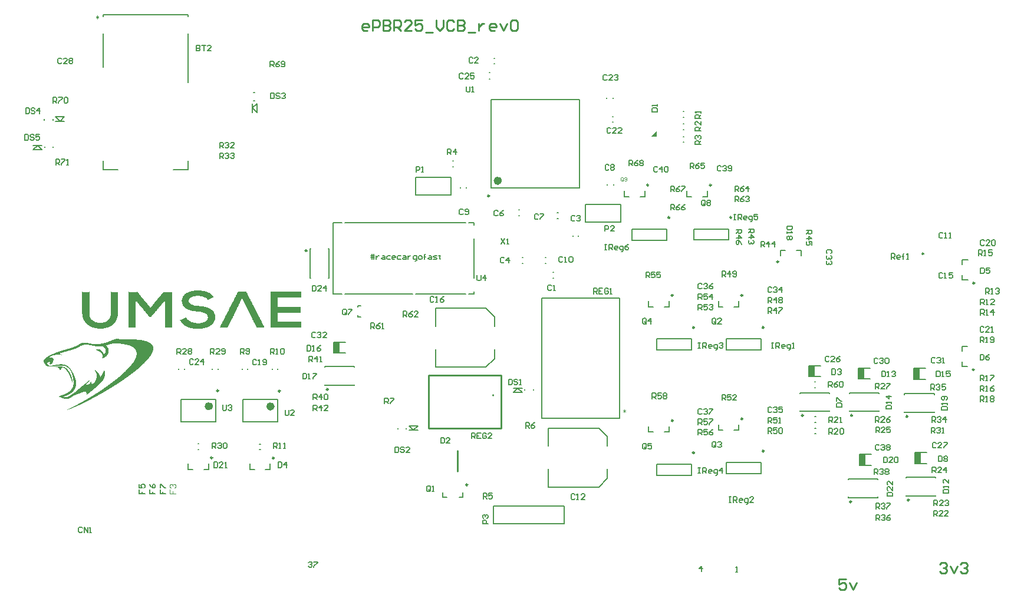
<source format=gbr>
G04*
G04 #@! TF.GenerationSoftware,Altium Limited,Altium Designer,25.0.2 (28)*
G04*
G04 Layer_Color=65535*
%FSLAX44Y44*%
%MOMM*%
G71*
G04*
G04 #@! TF.SameCoordinates,1489D581-9A80-4730-A308-F2CAF4F028AF*
G04*
G04*
G04 #@! TF.FilePolarity,Positive*
G04*
G01*
G75*
%ADD10C,0.1000*%
%ADD11C,0.2500*%
%ADD12C,0.2540*%
%ADD13C,0.6000*%
%ADD14C,0.2000*%
%ADD15C,0.1524*%
%ADD16C,0.0762*%
%ADD17C,0.1270*%
%ADD18C,0.1016*%
%ADD19C,0.1200*%
%ADD20R,0.8500X1.5500*%
G36*
X967777Y1088081D02*
Y1087940D01*
X968904D01*
Y1087799D01*
Y1087658D01*
X971159D01*
Y1087517D01*
Y1087376D01*
X979613D01*
Y1087517D01*
Y1087658D01*
X991449D01*
Y1087517D01*
Y1087376D01*
X993704D01*
Y1087235D01*
Y1087094D01*
X997649D01*
Y1086953D01*
Y1086812D01*
X999622D01*
Y1086672D01*
Y1086531D01*
X1001031D01*
Y1086390D01*
Y1086249D01*
X1002440D01*
Y1086108D01*
Y1085967D01*
X1003849D01*
Y1085826D01*
Y1085685D01*
X1004976D01*
Y1085544D01*
Y1085403D01*
X1006103D01*
Y1085263D01*
Y1085122D01*
X1006949D01*
Y1084981D01*
Y1084840D01*
X1008076D01*
Y1084699D01*
Y1084558D01*
X1008640D01*
Y1084417D01*
Y1084276D01*
X1009485D01*
Y1084135D01*
Y1083994D01*
X1010049D01*
Y1083853D01*
Y1083712D01*
X1010612D01*
Y1083572D01*
Y1083431D01*
X1011176D01*
Y1083290D01*
Y1083149D01*
X1011740D01*
Y1083008D01*
Y1082867D01*
X1012021D01*
Y1082726D01*
Y1082585D01*
X1012585D01*
Y1082444D01*
Y1082303D01*
X1012867D01*
Y1082162D01*
Y1082022D01*
X1013431D01*
Y1081881D01*
Y1081740D01*
X1013712D01*
Y1081599D01*
Y1081458D01*
X1014276D01*
Y1081317D01*
Y1081176D01*
X1014558D01*
Y1081035D01*
Y1080894D01*
X1014840D01*
Y1080753D01*
Y1080612D01*
X1015121D01*
Y1080472D01*
Y1080331D01*
X1015403D01*
Y1080190D01*
Y1080049D01*
X1015685D01*
Y1079908D01*
Y1079767D01*
Y1079626D01*
Y1079485D01*
X1015967D01*
Y1079344D01*
Y1079203D01*
X1016249D01*
Y1079063D01*
Y1078922D01*
Y1078781D01*
Y1078640D01*
X1016531D01*
Y1078499D01*
Y1078358D01*
Y1078217D01*
Y1078076D01*
X1016812D01*
Y1077935D01*
Y1077794D01*
Y1077654D01*
Y1077513D01*
X1017094D01*
Y1077372D01*
Y1077231D01*
Y1077090D01*
Y1076949D01*
Y1076808D01*
Y1076667D01*
Y1076526D01*
Y1076385D01*
X1017376D01*
Y1076245D01*
Y1076104D01*
Y1075963D01*
Y1075822D01*
Y1075681D01*
Y1075540D01*
Y1075399D01*
Y1075258D01*
Y1075117D01*
Y1074976D01*
Y1074835D01*
Y1074695D01*
Y1074554D01*
Y1074413D01*
Y1074272D01*
Y1074131D01*
Y1073990D01*
Y1073849D01*
Y1073708D01*
Y1073567D01*
Y1073426D01*
Y1073285D01*
Y1073145D01*
Y1073004D01*
Y1072863D01*
Y1072722D01*
X1017094D01*
Y1072581D01*
Y1072440D01*
Y1072299D01*
Y1072158D01*
Y1072017D01*
Y1071876D01*
Y1071735D01*
Y1071594D01*
Y1071454D01*
Y1071313D01*
X1016812D01*
Y1071172D01*
Y1071031D01*
Y1070890D01*
Y1070749D01*
X1016531D01*
Y1070608D01*
Y1070467D01*
Y1070326D01*
Y1070185D01*
Y1070044D01*
Y1069904D01*
X1016249D01*
Y1069763D01*
Y1069622D01*
Y1069481D01*
Y1069340D01*
Y1069199D01*
Y1069058D01*
X1015967D01*
Y1068917D01*
Y1068776D01*
Y1068635D01*
Y1068495D01*
X1015685D01*
Y1068354D01*
Y1068213D01*
Y1068072D01*
Y1067931D01*
X1015403D01*
Y1067790D01*
Y1067649D01*
Y1067508D01*
Y1067367D01*
X1015121D01*
Y1067226D01*
Y1067085D01*
Y1066945D01*
Y1066804D01*
X1014840D01*
Y1066663D01*
Y1066522D01*
Y1066381D01*
Y1066240D01*
X1014558D01*
Y1066099D01*
Y1065958D01*
Y1065817D01*
Y1065676D01*
X1014276D01*
Y1065536D01*
Y1065395D01*
Y1065254D01*
Y1065113D01*
X1013994D01*
Y1064972D01*
Y1064831D01*
X1013712D01*
Y1064690D01*
Y1064549D01*
Y1064408D01*
Y1064267D01*
X1013431D01*
Y1064127D01*
Y1063986D01*
X1013149D01*
Y1063845D01*
Y1063704D01*
Y1063563D01*
Y1063422D01*
X1012867D01*
Y1063281D01*
Y1063140D01*
X1012585D01*
Y1062999D01*
Y1062858D01*
X1012303D01*
Y1062717D01*
Y1062577D01*
Y1062436D01*
Y1062295D01*
X1012021D01*
Y1062154D01*
Y1062013D01*
X1011740D01*
Y1061872D01*
Y1061731D01*
Y1061590D01*
Y1061449D01*
X1011458D01*
Y1061308D01*
Y1061168D01*
X1011176D01*
Y1061027D01*
Y1060886D01*
X1010894D01*
Y1060745D01*
Y1060604D01*
X1010612D01*
Y1060463D01*
Y1060322D01*
Y1060181D01*
Y1060040D01*
X1010331D01*
Y1059899D01*
Y1059758D01*
X1010049D01*
Y1059617D01*
Y1059477D01*
X1009767D01*
Y1059336D01*
Y1059195D01*
X1009485D01*
Y1059054D01*
Y1058913D01*
X1009203D01*
Y1058772D01*
Y1058631D01*
X1008922D01*
Y1058490D01*
Y1058349D01*
X1008640D01*
Y1058208D01*
Y1058067D01*
Y1057927D01*
Y1057786D01*
X1008358D01*
Y1057645D01*
Y1057504D01*
X1008076D01*
Y1057363D01*
Y1057222D01*
X1007794D01*
Y1057081D01*
Y1056940D01*
X1007513D01*
Y1056799D01*
Y1056658D01*
X1007231D01*
Y1056517D01*
Y1056377D01*
X1006949D01*
Y1056236D01*
Y1056095D01*
X1006667D01*
Y1055954D01*
Y1055813D01*
X1006385D01*
Y1055672D01*
Y1055531D01*
X1006103D01*
Y1055390D01*
Y1055249D01*
X1005822D01*
Y1055108D01*
Y1054968D01*
X1005540D01*
Y1054827D01*
Y1054686D01*
X1005258D01*
Y1054545D01*
Y1054404D01*
X1004976D01*
Y1054263D01*
Y1054122D01*
X1004694D01*
Y1053981D01*
Y1053840D01*
Y1053699D01*
Y1053559D01*
X1004413D01*
Y1053418D01*
Y1053277D01*
X1004131D01*
Y1053136D01*
Y1052995D01*
X1003849D01*
Y1052854D01*
Y1052713D01*
X1003285D01*
Y1052572D01*
Y1052431D01*
X1003003D01*
Y1052290D01*
Y1052149D01*
X1002722D01*
Y1052009D01*
Y1051868D01*
X1002440D01*
Y1051727D01*
Y1051586D01*
X1002158D01*
Y1051445D01*
Y1051304D01*
X1001876D01*
Y1051163D01*
Y1051022D01*
X1001594D01*
Y1050881D01*
Y1050740D01*
X1001313D01*
Y1050599D01*
Y1050459D01*
X1001031D01*
Y1050318D01*
Y1050177D01*
X1000749D01*
Y1050036D01*
Y1049895D01*
X1000467D01*
Y1049754D01*
Y1049613D01*
X1000185D01*
Y1049472D01*
Y1049331D01*
X999903D01*
Y1049190D01*
Y1049050D01*
X999622D01*
Y1048909D01*
Y1048768D01*
X999340D01*
Y1048627D01*
Y1048486D01*
X999058D01*
Y1048345D01*
Y1048204D01*
X998494D01*
Y1048063D01*
Y1047922D01*
X998213D01*
Y1047781D01*
Y1047640D01*
X997931D01*
Y1047499D01*
Y1047359D01*
X997649D01*
Y1047218D01*
Y1047077D01*
X997367D01*
Y1046936D01*
Y1046795D01*
X997085D01*
Y1046654D01*
Y1046513D01*
X996804D01*
Y1046372D01*
Y1046231D01*
X996522D01*
Y1046090D01*
Y1045949D01*
X995958D01*
Y1045809D01*
Y1045668D01*
X995676D01*
Y1045527D01*
Y1045386D01*
X995395D01*
Y1045245D01*
Y1045104D01*
X995113D01*
Y1044963D01*
Y1044822D01*
X994831D01*
Y1044681D01*
Y1044540D01*
X994267D01*
Y1044400D01*
Y1044259D01*
X993985D01*
Y1044118D01*
Y1043977D01*
X993704D01*
Y1043836D01*
Y1043695D01*
X993140D01*
Y1043554D01*
Y1043413D01*
X992858D01*
Y1043272D01*
Y1043131D01*
X992576D01*
Y1042990D01*
Y1042850D01*
X992295D01*
Y1042709D01*
Y1042568D01*
X992013D01*
Y1042427D01*
Y1042286D01*
X991449D01*
Y1042145D01*
Y1042004D01*
X991167D01*
Y1041863D01*
Y1041722D01*
X990885D01*
Y1041581D01*
Y1041441D01*
X990604D01*
Y1041300D01*
Y1041159D01*
X990040D01*
Y1041018D01*
Y1040877D01*
X989758D01*
Y1040736D01*
Y1040595D01*
X989476D01*
Y1040454D01*
Y1040313D01*
X989195D01*
Y1040172D01*
Y1040032D01*
X988631D01*
Y1039891D01*
Y1039750D01*
X988349D01*
Y1039609D01*
Y1039468D01*
X987786D01*
Y1039327D01*
Y1039186D01*
X987504D01*
Y1039045D01*
Y1038904D01*
X987222D01*
Y1038763D01*
Y1038622D01*
X986940D01*
Y1038482D01*
Y1038341D01*
X986376D01*
Y1038200D01*
Y1038059D01*
X986095D01*
Y1037918D01*
Y1037777D01*
X985813D01*
Y1037636D01*
Y1037495D01*
X985531D01*
Y1037354D01*
Y1037213D01*
X984967D01*
Y1037072D01*
Y1036932D01*
X984404D01*
Y1036791D01*
Y1036650D01*
X984122D01*
Y1036509D01*
Y1036368D01*
X983840D01*
Y1036227D01*
Y1036086D01*
X983558D01*
Y1035945D01*
Y1035804D01*
X982995D01*
Y1035663D01*
Y1035523D01*
X982713D01*
Y1035381D01*
Y1035241D01*
X982431D01*
Y1035100D01*
Y1034959D01*
X981868D01*
Y1034818D01*
Y1034677D01*
X981586D01*
Y1034536D01*
Y1034395D01*
X981304D01*
Y1034254D01*
Y1034113D01*
X980740D01*
Y1033972D01*
Y1033832D01*
X980458D01*
Y1033691D01*
Y1033550D01*
X979895D01*
Y1033409D01*
Y1033268D01*
X979613D01*
Y1033127D01*
Y1032986D01*
X979331D01*
Y1032845D01*
Y1032704D01*
X978767D01*
Y1032563D01*
Y1032422D01*
X978486D01*
Y1032282D01*
Y1032141D01*
X977922D01*
Y1032000D01*
Y1031859D01*
X977640D01*
Y1031718D01*
Y1031577D01*
X977077D01*
Y1031436D01*
Y1031295D01*
X976795D01*
Y1031154D01*
Y1031013D01*
X976513D01*
Y1030873D01*
Y1030732D01*
X975949D01*
Y1030591D01*
Y1030450D01*
X975668D01*
Y1030309D01*
Y1030168D01*
X975104D01*
Y1030027D01*
Y1029886D01*
X974822D01*
Y1029745D01*
Y1029604D01*
X974540D01*
Y1029464D01*
Y1029323D01*
X973977D01*
Y1029182D01*
Y1029041D01*
X973695D01*
Y1028900D01*
Y1028759D01*
X973131D01*
Y1028618D01*
Y1028477D01*
X972850D01*
Y1028336D01*
Y1028195D01*
X972286D01*
Y1028054D01*
Y1027914D01*
X972004D01*
Y1027773D01*
Y1027632D01*
X971440D01*
Y1027491D01*
Y1027350D01*
X971159D01*
Y1027209D01*
Y1027068D01*
X970595D01*
Y1026927D01*
Y1026786D01*
X970313D01*
Y1026645D01*
Y1026504D01*
X969750D01*
Y1026364D01*
Y1026223D01*
X969468D01*
Y1026082D01*
Y1025941D01*
X968904D01*
Y1025800D01*
Y1025659D01*
X968622D01*
Y1025518D01*
Y1025377D01*
X968059D01*
Y1025236D01*
Y1025095D01*
X967777D01*
Y1024955D01*
Y1024814D01*
X967213D01*
Y1024673D01*
Y1024532D01*
X966931D01*
Y1024391D01*
Y1024250D01*
X966368D01*
Y1024109D01*
Y1023968D01*
X966086D01*
Y1023827D01*
Y1023686D01*
X965522D01*
Y1023545D01*
Y1023404D01*
X965240D01*
Y1023264D01*
Y1023123D01*
X964677D01*
Y1022982D01*
Y1022841D01*
X964395D01*
Y1022700D01*
Y1022559D01*
X963831D01*
Y1022418D01*
Y1022277D01*
X963268D01*
Y1022136D01*
Y1021995D01*
X962986D01*
Y1021854D01*
Y1021714D01*
X962704D01*
Y1021573D01*
Y1021432D01*
X962141D01*
Y1021291D01*
Y1021150D01*
X961577D01*
Y1021009D01*
Y1020868D01*
X961295D01*
Y1020727D01*
Y1020586D01*
X960732D01*
Y1020445D01*
Y1020305D01*
X960168D01*
Y1020164D01*
Y1020023D01*
X959886D01*
Y1019882D01*
Y1019741D01*
X959322D01*
Y1019600D01*
Y1019459D01*
X959041D01*
Y1019318D01*
Y1019177D01*
X958477D01*
Y1019036D01*
Y1018895D01*
X958195D01*
Y1018755D01*
Y1018614D01*
X957632D01*
Y1018473D01*
Y1018332D01*
X957068D01*
Y1018191D01*
Y1018050D01*
X956786D01*
Y1017909D01*
Y1017768D01*
X956223D01*
Y1017627D01*
Y1017486D01*
X955659D01*
Y1017346D01*
Y1017205D01*
X955377D01*
Y1017064D01*
Y1016923D01*
X954814D01*
Y1016782D01*
Y1016641D01*
X954532D01*
Y1016500D01*
Y1016359D01*
X953968D01*
Y1016218D01*
Y1016077D01*
X953404D01*
Y1015936D01*
Y1015796D01*
X953123D01*
Y1015655D01*
Y1015514D01*
X952559D01*
Y1015373D01*
Y1015232D01*
X951995D01*
Y1015091D01*
Y1014950D01*
X951432D01*
Y1014809D01*
Y1014668D01*
X951150D01*
Y1014527D01*
Y1014387D01*
X950586D01*
Y1014246D01*
Y1014105D01*
X950304D01*
Y1013964D01*
Y1013823D01*
X949741D01*
Y1013682D01*
Y1013541D01*
X949177D01*
Y1013400D01*
Y1013259D01*
X948614D01*
Y1013118D01*
Y1012978D01*
X948332D01*
Y1012837D01*
Y1012696D01*
X947768D01*
Y1012555D01*
Y1012414D01*
X947205D01*
Y1012273D01*
Y1012132D01*
X946923D01*
Y1011991D01*
Y1011850D01*
X946359D01*
Y1011709D01*
Y1011568D01*
X945795D01*
Y1011427D01*
Y1011286D01*
X945232D01*
Y1011146D01*
Y1011005D01*
X944950D01*
Y1010864D01*
Y1010723D01*
X944386D01*
Y1010582D01*
Y1010441D01*
X943823D01*
Y1010300D01*
Y1010159D01*
X943541D01*
Y1010018D01*
Y1009877D01*
X942977D01*
Y1009737D01*
Y1009596D01*
X942132D01*
Y1009455D01*
Y1009314D01*
X941850D01*
Y1009173D01*
Y1009032D01*
X941286D01*
Y1008891D01*
Y1008750D01*
X941005D01*
Y1008609D01*
Y1008468D01*
X940441D01*
Y1008327D01*
Y1008187D01*
X939877D01*
Y1008046D01*
Y1007905D01*
X939314D01*
Y1007764D01*
Y1007623D01*
X938750D01*
Y1007482D01*
Y1007341D01*
X938468D01*
Y1007200D01*
Y1007059D01*
X937905D01*
Y1006918D01*
Y1006777D01*
X937341D01*
Y1006637D01*
Y1006496D01*
X936777D01*
Y1006355D01*
Y1006214D01*
X936214D01*
Y1006073D01*
Y1005932D01*
X935650D01*
Y1005791D01*
Y1005650D01*
X935087D01*
Y1005509D01*
Y1005368D01*
X934805D01*
Y1005228D01*
Y1005087D01*
X934241D01*
Y1004946D01*
Y1004805D01*
X933678D01*
Y1004664D01*
Y1004523D01*
X933114D01*
Y1004382D01*
Y1004241D01*
X932832D01*
Y1004100D01*
Y1003959D01*
X932268D01*
Y1003819D01*
Y1003678D01*
X931705D01*
Y1003537D01*
Y1003396D01*
X931141D01*
Y1003255D01*
Y1003114D01*
X930577D01*
Y1002973D01*
Y1002832D01*
X930014D01*
Y1002691D01*
Y1002550D01*
X929450D01*
Y1002409D01*
Y1002269D01*
X928887D01*
Y1002128D01*
Y1001987D01*
X928605D01*
Y1001846D01*
Y1001705D01*
X928041D01*
Y1001564D01*
Y1001423D01*
X927478D01*
Y1001282D01*
Y1001141D01*
X926914D01*
Y1001000D01*
Y1000860D01*
X926350D01*
Y1000719D01*
Y1000578D01*
X925787D01*
Y1000437D01*
Y1000296D01*
X925223D01*
Y1000155D01*
Y1000014D01*
X924659D01*
Y999873D01*
Y999732D01*
X924096D01*
Y999591D01*
Y999450D01*
X923532D01*
Y999309D01*
Y999169D01*
X922969D01*
Y999028D01*
Y998887D01*
X922405D01*
Y998746D01*
Y998605D01*
X921841D01*
Y998464D01*
Y998323D01*
X921278D01*
Y998182D01*
Y998041D01*
X920714D01*
Y997900D01*
Y997759D01*
X920150D01*
Y997619D01*
Y997478D01*
X919587D01*
Y997337D01*
Y997196D01*
X919023D01*
Y997055D01*
Y996914D01*
X918459D01*
Y996773D01*
Y996632D01*
X917896D01*
Y996491D01*
Y996350D01*
X917332D01*
Y996210D01*
Y996069D01*
X916769D01*
Y995928D01*
Y995787D01*
X916205D01*
Y995646D01*
Y995505D01*
X915641D01*
Y995364D01*
Y995223D01*
X915078D01*
Y995082D01*
Y994941D01*
X914514D01*
Y994800D01*
Y994660D01*
X913951D01*
Y994519D01*
Y994378D01*
X913387D01*
Y994237D01*
Y994096D01*
X912823D01*
Y993955D01*
Y993814D01*
X912260D01*
Y993673D01*
Y993532D01*
X911696D01*
Y993391D01*
Y993251D01*
X911132D01*
Y993110D01*
Y992969D01*
X910287D01*
Y992828D01*
Y992687D01*
X909723D01*
Y992546D01*
Y992405D01*
X909160D01*
Y992264D01*
Y992123D01*
X908596D01*
Y991982D01*
Y991842D01*
X908033D01*
Y991701D01*
Y991560D01*
X907187D01*
Y991419D01*
Y991278D01*
X906623D01*
Y991137D01*
Y990996D01*
X905778D01*
Y990855D01*
Y990714D01*
X905214D01*
Y990573D01*
Y990432D01*
X904651D01*
Y990292D01*
Y990151D01*
X904087D01*
Y990010D01*
Y989869D01*
X903242D01*
Y989728D01*
Y989587D01*
X902678D01*
Y989446D01*
Y989305D01*
X902114D01*
Y989164D01*
Y989023D01*
X901269D01*
Y988882D01*
Y988742D01*
X900424D01*
Y988601D01*
Y988460D01*
X899860D01*
Y988319D01*
Y988178D01*
X899296D01*
Y988037D01*
Y987896D01*
X898451D01*
Y987755D01*
Y987614D01*
X897605D01*
Y987473D01*
Y987332D01*
X897042D01*
Y987191D01*
Y987051D01*
X896478D01*
Y986910D01*
Y986769D01*
X895351D01*
Y986628D01*
Y986487D01*
X894505D01*
Y986346D01*
Y986205D01*
X893942D01*
Y986064D01*
Y985923D01*
X893096D01*
Y985782D01*
Y985641D01*
X892251D01*
Y985782D01*
Y985923D01*
X892815D01*
Y986064D01*
Y986205D01*
X893378D01*
Y986346D01*
Y986487D01*
X893942D01*
Y986628D01*
Y986769D01*
X894505D01*
Y986910D01*
Y987051D01*
X895069D01*
Y987191D01*
Y987332D01*
X895633D01*
Y987473D01*
Y987614D01*
X896196D01*
Y987755D01*
Y987896D01*
X896760D01*
Y988037D01*
Y988178D01*
X897324D01*
Y988319D01*
Y988460D01*
X897887D01*
Y988601D01*
Y988742D01*
X898451D01*
Y988882D01*
Y989023D01*
X899015D01*
Y989164D01*
Y989305D01*
X899578D01*
Y989446D01*
Y989587D01*
X900142D01*
Y989728D01*
Y989869D01*
X900705D01*
Y990010D01*
Y990151D01*
X901269D01*
Y990292D01*
Y990432D01*
X901833D01*
Y990573D01*
Y990714D01*
X902396D01*
Y990855D01*
Y990996D01*
X902960D01*
Y991137D01*
Y991278D01*
X903523D01*
Y991419D01*
Y991560D01*
X904087D01*
Y991701D01*
Y991842D01*
X904651D01*
Y991982D01*
Y992123D01*
X905214D01*
Y992264D01*
Y992405D01*
X905778D01*
Y992546D01*
Y992687D01*
X906342D01*
Y992828D01*
Y992969D01*
X906905D01*
Y993110D01*
Y993251D01*
X907469D01*
Y993391D01*
Y993532D01*
X908033D01*
Y993673D01*
Y993814D01*
X908596D01*
Y993955D01*
Y994096D01*
X909160D01*
Y994237D01*
Y994378D01*
X909442D01*
Y994519D01*
Y994660D01*
X910005D01*
Y994800D01*
Y994941D01*
X910569D01*
Y995082D01*
Y995223D01*
X911132D01*
Y995364D01*
Y995505D01*
X911696D01*
Y995646D01*
Y995787D01*
X912260D01*
Y995928D01*
Y996069D01*
X912823D01*
Y996210D01*
Y996350D01*
X913387D01*
Y996491D01*
Y996632D01*
X913669D01*
Y996773D01*
Y996914D01*
X914232D01*
Y997055D01*
Y997196D01*
X914796D01*
Y997337D01*
Y997478D01*
X915078D01*
Y997619D01*
Y997759D01*
X915641D01*
Y997900D01*
Y998041D01*
X916205D01*
Y998182D01*
Y998323D01*
X916769D01*
Y998464D01*
Y998605D01*
X917332D01*
Y998746D01*
Y998887D01*
X917614D01*
Y999028D01*
Y999169D01*
X918178D01*
Y999309D01*
Y999450D01*
X918741D01*
Y999591D01*
Y999732D01*
X919305D01*
Y999873D01*
Y1000014D01*
X919869D01*
Y1000155D01*
Y1000296D01*
X920150D01*
Y1000437D01*
Y1000578D01*
X920714D01*
Y1000719D01*
Y1000860D01*
X921278D01*
Y1001000D01*
Y1001141D01*
X921560D01*
Y1001282D01*
Y1001423D01*
X922123D01*
Y1001564D01*
Y1001705D01*
X922687D01*
Y1001846D01*
Y1001987D01*
X923250D01*
Y1002128D01*
Y1002269D01*
X923532D01*
Y1002409D01*
Y1002550D01*
X924096D01*
Y1002691D01*
Y1002832D01*
X924659D01*
Y1002973D01*
Y1003114D01*
X924941D01*
Y1003255D01*
Y1003396D01*
X925505D01*
Y1003537D01*
Y1003678D01*
X926068D01*
Y1003819D01*
Y1003959D01*
X926350D01*
Y1004100D01*
Y1004241D01*
X926914D01*
Y1004382D01*
Y1004523D01*
X927196D01*
Y1004664D01*
Y1004805D01*
X927759D01*
Y1004946D01*
Y1005087D01*
X928323D01*
Y1005228D01*
Y1005368D01*
X928605D01*
Y1005509D01*
Y1005650D01*
X929168D01*
Y1005791D01*
Y1005932D01*
X929732D01*
Y1006073D01*
Y1006214D01*
X930296D01*
Y1006355D01*
Y1006496D01*
X930577D01*
Y1006637D01*
Y1006777D01*
X931141D01*
Y1006918D01*
Y1007059D01*
X931423D01*
Y1007200D01*
Y1007341D01*
X931987D01*
Y1007482D01*
Y1007623D01*
X932268D01*
Y1007764D01*
Y1007905D01*
X932832D01*
Y1008046D01*
Y1008187D01*
X933396D01*
Y1008327D01*
Y1008468D01*
X933678D01*
Y1008609D01*
Y1008750D01*
X934241D01*
Y1008891D01*
Y1009032D01*
X934523D01*
Y1009173D01*
Y1009314D01*
X935087D01*
Y1009455D01*
Y1009596D01*
X935650D01*
Y1009737D01*
Y1009877D01*
X935932D01*
Y1010018D01*
Y1010159D01*
X936496D01*
Y1010300D01*
Y1010441D01*
X936777D01*
Y1010582D01*
Y1010723D01*
X937341D01*
Y1010864D01*
Y1011005D01*
X937623D01*
Y1011146D01*
Y1011286D01*
X938186D01*
Y1011427D01*
Y1011568D01*
X938468D01*
Y1011709D01*
Y1011850D01*
X939032D01*
Y1011991D01*
Y1012132D01*
X939314D01*
Y1012273D01*
Y1012414D01*
X939877D01*
Y1012555D01*
Y1012696D01*
X940159D01*
Y1012837D01*
Y1012978D01*
X940723D01*
Y1013118D01*
Y1013259D01*
X941005D01*
Y1013400D01*
Y1013541D01*
X941568D01*
Y1013682D01*
Y1013823D01*
X941850D01*
Y1013964D01*
Y1014105D01*
X942414D01*
Y1014246D01*
Y1014387D01*
X942695D01*
Y1014527D01*
Y1014668D01*
X943259D01*
Y1014809D01*
Y1014950D01*
X943541D01*
Y1015091D01*
Y1015232D01*
X943823D01*
Y1015373D01*
Y1015514D01*
X944386D01*
Y1015655D01*
Y1015796D01*
X944950D01*
Y1015936D01*
Y1016077D01*
X945232D01*
Y1016218D01*
Y1016359D01*
X945795D01*
Y1016500D01*
Y1016641D01*
X946077D01*
Y1016782D01*
Y1016923D01*
X946359D01*
Y1017064D01*
Y1017205D01*
X946923D01*
Y1017346D01*
Y1017486D01*
X947205D01*
Y1017627D01*
Y1017768D01*
X947768D01*
Y1017909D01*
Y1018050D01*
X948050D01*
Y1018191D01*
Y1018332D01*
X948614D01*
Y1018473D01*
Y1018614D01*
X948895D01*
Y1018755D01*
Y1018895D01*
X949177D01*
Y1019036D01*
Y1019177D01*
X949741D01*
Y1019318D01*
Y1019459D01*
X950023D01*
Y1019600D01*
Y1019741D01*
X950304D01*
Y1019882D01*
Y1020023D01*
X950868D01*
Y1020164D01*
Y1020305D01*
X951432D01*
Y1020445D01*
Y1020586D01*
X951713D01*
Y1020727D01*
Y1020868D01*
X951995D01*
Y1021009D01*
Y1021150D01*
X952277D01*
Y1021291D01*
Y1021432D01*
X952841D01*
Y1021573D01*
Y1021714D01*
X953123D01*
Y1021854D01*
Y1021995D01*
X953404D01*
Y1022136D01*
Y1022277D01*
X953968D01*
Y1022418D01*
Y1022559D01*
X954250D01*
Y1022700D01*
Y1022841D01*
X954814D01*
Y1022982D01*
Y1023123D01*
X955095D01*
Y1023264D01*
Y1023404D01*
X955377D01*
Y1023545D01*
Y1023686D01*
X955941D01*
Y1023827D01*
Y1023968D01*
X956223D01*
Y1024109D01*
Y1024250D01*
X956504D01*
Y1024391D01*
Y1024532D01*
X957068D01*
Y1024673D01*
Y1024814D01*
X957350D01*
Y1024955D01*
Y1025095D01*
X957632D01*
Y1025236D01*
Y1025377D01*
X958195D01*
Y1025518D01*
Y1025659D01*
X958477D01*
Y1025800D01*
Y1025941D01*
X958759D01*
Y1026082D01*
Y1026223D01*
X959322D01*
Y1026364D01*
Y1026504D01*
X959604D01*
Y1026645D01*
Y1026786D01*
X959886D01*
Y1026927D01*
Y1027068D01*
X960450D01*
Y1027209D01*
Y1027350D01*
X960732D01*
Y1027491D01*
Y1027632D01*
X961013D01*
Y1027773D01*
Y1027914D01*
X961295D01*
Y1028054D01*
Y1028195D01*
X961859D01*
Y1028336D01*
Y1028477D01*
X962141D01*
Y1028618D01*
Y1028759D01*
X962422D01*
Y1028900D01*
Y1029041D01*
X962986D01*
Y1029182D01*
Y1029323D01*
X963268D01*
Y1029464D01*
Y1029604D01*
X963550D01*
Y1029745D01*
Y1029886D01*
X964113D01*
Y1030027D01*
Y1030168D01*
X964395D01*
Y1030309D01*
Y1030450D01*
X964677D01*
Y1030591D01*
Y1030732D01*
X964959D01*
Y1030873D01*
Y1031013D01*
X965240D01*
Y1031154D01*
Y1031295D01*
X965804D01*
Y1031436D01*
Y1031577D01*
X966086D01*
Y1031718D01*
Y1031859D01*
X966368D01*
Y1032000D01*
Y1032141D01*
X966650D01*
Y1032282D01*
Y1032422D01*
X966931D01*
Y1032563D01*
Y1032704D01*
X967495D01*
Y1032845D01*
Y1032986D01*
X967777D01*
Y1033127D01*
Y1033268D01*
X968341D01*
Y1033409D01*
Y1033550D01*
X968622D01*
Y1033691D01*
Y1033832D01*
X968904D01*
Y1033972D01*
Y1034113D01*
X969186D01*
Y1034254D01*
Y1034395D01*
X969468D01*
Y1034536D01*
Y1034677D01*
X969750D01*
Y1034818D01*
Y1034959D01*
X970031D01*
Y1035100D01*
Y1035241D01*
X970595D01*
Y1035381D01*
Y1035523D01*
X970877D01*
Y1035663D01*
Y1035804D01*
X971159D01*
Y1035945D01*
Y1036086D01*
X971440D01*
Y1036227D01*
Y1036368D01*
X971722D01*
Y1036509D01*
Y1036650D01*
X972004D01*
Y1036791D01*
Y1036932D01*
X972286D01*
Y1037072D01*
Y1037213D01*
X972568D01*
Y1037354D01*
Y1037495D01*
X972850D01*
Y1037636D01*
Y1037777D01*
X973413D01*
Y1037918D01*
Y1038059D01*
X973695D01*
Y1038200D01*
Y1038341D01*
X973977D01*
Y1038482D01*
Y1038622D01*
X974258D01*
Y1038763D01*
Y1038904D01*
X974540D01*
Y1039045D01*
Y1039186D01*
X974822D01*
Y1039327D01*
Y1039468D01*
X975104D01*
Y1039609D01*
Y1039750D01*
X975386D01*
Y1039891D01*
Y1040032D01*
X975949D01*
Y1040172D01*
Y1040313D01*
Y1040454D01*
Y1040595D01*
X976231D01*
Y1040736D01*
Y1040877D01*
X976513D01*
Y1041018D01*
Y1041159D01*
X977077D01*
Y1041300D01*
Y1041441D01*
Y1041581D01*
Y1041722D01*
X977358D01*
Y1041863D01*
Y1042004D01*
X977640D01*
Y1042145D01*
Y1042286D01*
X977922D01*
Y1042427D01*
Y1042568D01*
X978204D01*
Y1042709D01*
Y1042850D01*
X978486D01*
Y1042990D01*
Y1043131D01*
X979049D01*
Y1043272D01*
Y1043413D01*
Y1043554D01*
Y1043695D01*
X979331D01*
Y1043836D01*
Y1043977D01*
X979895D01*
Y1044118D01*
Y1044259D01*
Y1044400D01*
Y1044540D01*
X980177D01*
Y1044681D01*
Y1044822D01*
X980458D01*
Y1044963D01*
Y1045104D01*
X980740D01*
Y1045245D01*
Y1045386D01*
X981022D01*
Y1045527D01*
Y1045668D01*
X981304D01*
Y1045809D01*
Y1045949D01*
X981586D01*
Y1046090D01*
Y1046231D01*
X981868D01*
Y1046372D01*
Y1046513D01*
X982149D01*
Y1046654D01*
Y1046795D01*
Y1046936D01*
Y1047077D01*
X982431D01*
Y1047218D01*
Y1047359D01*
X982713D01*
Y1047499D01*
Y1047640D01*
X982995D01*
Y1047781D01*
Y1047922D01*
X983277D01*
Y1048063D01*
Y1048204D01*
X983558D01*
Y1048345D01*
Y1048486D01*
X983840D01*
Y1048627D01*
Y1048768D01*
X984122D01*
Y1048909D01*
Y1049050D01*
X984404D01*
Y1049190D01*
Y1049331D01*
Y1049472D01*
Y1049613D01*
X984686D01*
Y1049754D01*
Y1049895D01*
X984967D01*
Y1050036D01*
Y1050177D01*
X985249D01*
Y1050318D01*
Y1050459D01*
X985531D01*
Y1050599D01*
Y1050740D01*
X985813D01*
Y1050881D01*
Y1051022D01*
Y1051163D01*
Y1051304D01*
X986095D01*
Y1051445D01*
Y1051586D01*
X986376D01*
Y1051727D01*
Y1051868D01*
Y1052009D01*
Y1052149D01*
X986658D01*
Y1052290D01*
Y1052431D01*
X986940D01*
Y1052572D01*
Y1052713D01*
X987222D01*
Y1052854D01*
Y1052995D01*
X987504D01*
Y1053136D01*
Y1053277D01*
Y1053418D01*
Y1053559D01*
X987786D01*
Y1053699D01*
Y1053840D01*
X988067D01*
Y1053981D01*
Y1054122D01*
Y1054263D01*
Y1054404D01*
X988349D01*
Y1054545D01*
Y1054686D01*
X988631D01*
Y1054827D01*
Y1054968D01*
X988913D01*
Y1055108D01*
Y1055249D01*
Y1055390D01*
Y1055531D01*
X989195D01*
Y1055672D01*
Y1055813D01*
Y1055954D01*
Y1056095D01*
X989476D01*
Y1056236D01*
Y1056377D01*
X989758D01*
Y1056517D01*
Y1056658D01*
Y1056799D01*
Y1056940D01*
X990040D01*
Y1057081D01*
Y1057222D01*
Y1057363D01*
Y1057504D01*
X990322D01*
Y1057645D01*
Y1057786D01*
Y1057927D01*
Y1058067D01*
X990604D01*
Y1058208D01*
Y1058349D01*
Y1058490D01*
Y1058631D01*
X990885D01*
Y1058772D01*
Y1058913D01*
Y1059054D01*
Y1059195D01*
X991167D01*
Y1059336D01*
Y1059477D01*
Y1059617D01*
Y1059758D01*
X991449D01*
Y1059899D01*
Y1060040D01*
Y1060181D01*
Y1060322D01*
X991731D01*
Y1060463D01*
Y1060604D01*
Y1060745D01*
Y1060886D01*
X992013D01*
Y1061027D01*
Y1061168D01*
Y1061308D01*
Y1061449D01*
Y1061590D01*
Y1061731D01*
X992295D01*
Y1061872D01*
Y1062013D01*
Y1062154D01*
Y1062295D01*
X992576D01*
Y1062436D01*
Y1062577D01*
Y1062717D01*
Y1062858D01*
Y1062999D01*
Y1063140D01*
Y1063281D01*
Y1063422D01*
X992858D01*
Y1063563D01*
Y1063704D01*
Y1063845D01*
Y1063986D01*
Y1064127D01*
Y1064267D01*
Y1064408D01*
Y1064549D01*
Y1064690D01*
Y1064831D01*
X993140D01*
Y1064972D01*
Y1065113D01*
Y1065254D01*
Y1065395D01*
Y1065536D01*
Y1065676D01*
Y1065817D01*
Y1065958D01*
Y1066099D01*
Y1066240D01*
Y1066381D01*
Y1066522D01*
Y1066663D01*
Y1066804D01*
Y1066945D01*
Y1067085D01*
Y1067226D01*
Y1067367D01*
Y1067508D01*
Y1067649D01*
Y1067790D01*
Y1067931D01*
Y1068072D01*
Y1068213D01*
Y1068354D01*
Y1068495D01*
Y1068635D01*
Y1068776D01*
Y1068917D01*
Y1069058D01*
Y1069199D01*
Y1069340D01*
X992858D01*
Y1069481D01*
Y1069622D01*
Y1069763D01*
Y1069904D01*
Y1070044D01*
Y1070185D01*
Y1070326D01*
Y1070467D01*
Y1070608D01*
Y1070749D01*
X992576D01*
Y1070890D01*
Y1071031D01*
Y1071172D01*
Y1071313D01*
X992295D01*
Y1071454D01*
Y1071594D01*
Y1071735D01*
Y1071876D01*
X992013D01*
Y1072017D01*
Y1072158D01*
Y1072299D01*
Y1072440D01*
X991731D01*
Y1072581D01*
Y1072722D01*
Y1072863D01*
Y1073004D01*
X991449D01*
Y1073145D01*
Y1073285D01*
X991167D01*
Y1073426D01*
Y1073567D01*
Y1073708D01*
Y1073849D01*
X990885D01*
Y1073990D01*
Y1074131D01*
X990604D01*
Y1074272D01*
Y1074413D01*
X990322D01*
Y1074554D01*
Y1074695D01*
X990040D01*
Y1074835D01*
Y1074976D01*
X989758D01*
Y1075117D01*
Y1075258D01*
X989195D01*
Y1075399D01*
Y1075540D01*
X988913D01*
Y1075681D01*
Y1075822D01*
X988631D01*
Y1075963D01*
Y1076104D01*
X988349D01*
Y1076245D01*
Y1076385D01*
X987786D01*
Y1076526D01*
Y1076667D01*
X987222D01*
Y1076808D01*
Y1076949D01*
X986658D01*
Y1077090D01*
Y1077231D01*
X986376D01*
Y1077372D01*
Y1077513D01*
X985531D01*
Y1077654D01*
Y1077794D01*
X984967D01*
Y1077935D01*
Y1078076D01*
X984404D01*
Y1078217D01*
Y1078358D01*
X983558D01*
Y1078499D01*
Y1078640D01*
X982995D01*
Y1078781D01*
Y1078922D01*
X982149D01*
Y1079063D01*
Y1079203D01*
X981022D01*
Y1079344D01*
Y1079485D01*
X979895D01*
Y1079626D01*
Y1079767D01*
X979049D01*
Y1079908D01*
Y1080049D01*
X977922D01*
Y1080190D01*
Y1080331D01*
X975949D01*
Y1080472D01*
Y1080612D01*
X974822D01*
Y1080753D01*
Y1080894D01*
X972286D01*
Y1081035D01*
Y1081176D01*
X970595D01*
Y1081317D01*
Y1081458D01*
X968904D01*
Y1081599D01*
Y1081740D01*
X968059D01*
Y1081881D01*
Y1082022D01*
X960450D01*
Y1081881D01*
Y1081740D01*
X959322D01*
Y1081599D01*
Y1081458D01*
X957913D01*
Y1081317D01*
Y1081176D01*
X956786D01*
Y1081035D01*
Y1080894D01*
X955659D01*
Y1080753D01*
Y1080612D01*
X954814D01*
Y1080472D01*
Y1080331D01*
X953686D01*
Y1080190D01*
Y1080049D01*
X952559D01*
Y1079908D01*
Y1079767D01*
X951995D01*
Y1079626D01*
Y1079485D01*
X950868D01*
Y1079344D01*
Y1079203D01*
X949741D01*
Y1079063D01*
Y1078922D01*
X949177D01*
Y1078781D01*
Y1078640D01*
Y1078499D01*
Y1078358D01*
X949741D01*
Y1078217D01*
Y1078076D01*
X950023D01*
Y1077935D01*
Y1077794D01*
X950304D01*
Y1077654D01*
Y1077513D01*
X950586D01*
Y1077372D01*
Y1077231D01*
X950868D01*
Y1077090D01*
Y1076949D01*
X951150D01*
Y1076808D01*
Y1076667D01*
X951432D01*
Y1076526D01*
Y1076385D01*
Y1076245D01*
Y1076104D01*
X951713D01*
Y1075963D01*
Y1075822D01*
X951995D01*
Y1075681D01*
Y1075540D01*
Y1075399D01*
Y1075258D01*
X952277D01*
Y1075117D01*
Y1074976D01*
X952559D01*
Y1074835D01*
Y1074695D01*
Y1074554D01*
Y1074413D01*
X952841D01*
Y1074272D01*
Y1074131D01*
Y1073990D01*
Y1073849D01*
Y1073708D01*
Y1073567D01*
Y1073426D01*
Y1073285D01*
X953123D01*
Y1073145D01*
Y1073004D01*
Y1072863D01*
Y1072722D01*
Y1072581D01*
Y1072440D01*
Y1072299D01*
Y1072158D01*
Y1072017D01*
Y1071876D01*
Y1071735D01*
Y1071594D01*
Y1071454D01*
Y1071313D01*
Y1071172D01*
Y1071031D01*
Y1070890D01*
Y1070749D01*
Y1070608D01*
Y1070467D01*
Y1070326D01*
Y1070185D01*
Y1070044D01*
Y1069904D01*
Y1069763D01*
Y1069622D01*
Y1069481D01*
Y1069340D01*
X952841D01*
Y1069199D01*
Y1069058D01*
Y1068917D01*
Y1068776D01*
Y1068635D01*
Y1068495D01*
Y1068354D01*
Y1068213D01*
X952559D01*
Y1068072D01*
Y1067931D01*
Y1067790D01*
Y1067649D01*
Y1067508D01*
Y1067367D01*
X952277D01*
Y1067226D01*
Y1067085D01*
Y1066945D01*
Y1066804D01*
X951995D01*
Y1066663D01*
Y1066522D01*
Y1066381D01*
Y1066240D01*
X951713D01*
Y1066099D01*
Y1065958D01*
Y1065817D01*
Y1065676D01*
X951432D01*
Y1065536D01*
Y1065395D01*
X951150D01*
Y1065254D01*
Y1065113D01*
Y1064972D01*
Y1064831D01*
X950868D01*
Y1064690D01*
Y1064549D01*
X950586D01*
Y1064408D01*
Y1064267D01*
Y1064127D01*
Y1063986D01*
X950304D01*
Y1063845D01*
Y1063704D01*
X950023D01*
Y1063563D01*
Y1063422D01*
X949741D01*
Y1063281D01*
Y1063140D01*
X949459D01*
Y1062999D01*
Y1062858D01*
X948895D01*
Y1062717D01*
Y1062577D01*
X948614D01*
Y1062436D01*
Y1062295D01*
X948050D01*
Y1062154D01*
Y1062013D01*
X947768D01*
Y1061872D01*
Y1061731D01*
X947486D01*
Y1061590D01*
Y1061449D01*
X946923D01*
Y1061308D01*
Y1061168D01*
X946359D01*
Y1061027D01*
Y1060886D01*
X945514D01*
Y1060745D01*
Y1060604D01*
X944668D01*
Y1060463D01*
Y1060322D01*
X943823D01*
Y1060463D01*
Y1060604D01*
Y1060745D01*
Y1060886D01*
Y1061027D01*
Y1061168D01*
Y1061308D01*
Y1061449D01*
X944105D01*
Y1061590D01*
Y1061731D01*
Y1061872D01*
Y1062013D01*
Y1062154D01*
Y1062295D01*
Y1062436D01*
Y1062577D01*
Y1062717D01*
Y1062858D01*
Y1062999D01*
Y1063140D01*
Y1063281D01*
Y1063422D01*
Y1063563D01*
Y1063704D01*
Y1063845D01*
Y1063986D01*
Y1064127D01*
Y1064267D01*
Y1064408D01*
Y1064549D01*
Y1064690D01*
Y1064831D01*
Y1064972D01*
Y1065113D01*
Y1065254D01*
Y1065395D01*
X943823D01*
Y1065536D01*
Y1065676D01*
Y1065817D01*
Y1065958D01*
Y1066099D01*
Y1066240D01*
X943541D01*
Y1066381D01*
Y1066522D01*
Y1066663D01*
Y1066804D01*
X943259D01*
Y1066945D01*
Y1067085D01*
Y1067226D01*
Y1067367D01*
X942977D01*
Y1067508D01*
Y1067649D01*
Y1067790D01*
Y1067931D01*
X942695D01*
Y1068072D01*
Y1068213D01*
X942414D01*
Y1068354D01*
Y1068495D01*
X942132D01*
Y1068635D01*
Y1068776D01*
X941850D01*
Y1068917D01*
Y1069058D01*
X941286D01*
Y1069199D01*
Y1069340D01*
X940723D01*
Y1069481D01*
Y1069622D01*
X940441D01*
Y1069763D01*
Y1069904D01*
X939877D01*
Y1070044D01*
Y1070185D01*
X939314D01*
Y1070326D01*
Y1070467D01*
X938750D01*
Y1070608D01*
Y1070749D01*
X938186D01*
Y1070890D01*
Y1071031D01*
X937623D01*
Y1071172D01*
Y1071313D01*
X936777D01*
Y1071454D01*
Y1071594D01*
X936214D01*
Y1071735D01*
Y1071876D01*
X935650D01*
Y1072017D01*
Y1072158D01*
X934805D01*
Y1072299D01*
Y1072440D01*
X934523D01*
Y1072581D01*
Y1072722D01*
X935087D01*
Y1072863D01*
Y1073004D01*
X935650D01*
Y1073145D01*
Y1073285D01*
X937341D01*
Y1073426D01*
Y1073567D01*
X938186D01*
Y1073426D01*
Y1073285D01*
X939877D01*
Y1073145D01*
Y1073004D01*
X940723D01*
Y1072863D01*
Y1072722D01*
X941005D01*
Y1072581D01*
Y1072440D01*
X941568D01*
Y1072299D01*
Y1072158D01*
X942132D01*
Y1072017D01*
Y1071876D01*
X942414D01*
Y1071735D01*
Y1071594D01*
X942695D01*
Y1071454D01*
Y1071313D01*
X942977D01*
Y1071172D01*
Y1071031D01*
X943259D01*
Y1070890D01*
Y1070749D01*
X943541D01*
Y1070608D01*
Y1070467D01*
X943823D01*
Y1070326D01*
Y1070185D01*
X944105D01*
Y1070044D01*
Y1069904D01*
Y1069763D01*
Y1069622D01*
X944386D01*
Y1069481D01*
Y1069340D01*
X944668D01*
Y1069199D01*
Y1069058D01*
Y1068917D01*
Y1068776D01*
X944950D01*
Y1068635D01*
Y1068495D01*
Y1068354D01*
Y1068213D01*
X945232D01*
Y1068072D01*
Y1067931D01*
Y1067790D01*
Y1067649D01*
X945514D01*
Y1067508D01*
Y1067367D01*
Y1067226D01*
Y1067085D01*
X945795D01*
Y1066945D01*
Y1066804D01*
Y1066663D01*
Y1066522D01*
X946077D01*
Y1066381D01*
Y1066240D01*
X946641D01*
Y1066381D01*
Y1066522D01*
X946923D01*
Y1066663D01*
Y1066804D01*
X947205D01*
Y1066945D01*
Y1067085D01*
X947486D01*
Y1067226D01*
Y1067367D01*
Y1067508D01*
Y1067649D01*
X947768D01*
Y1067790D01*
Y1067931D01*
X948050D01*
Y1068072D01*
Y1068213D01*
Y1068354D01*
Y1068495D01*
X948332D01*
Y1068635D01*
Y1068776D01*
Y1068917D01*
Y1069058D01*
X948614D01*
Y1069199D01*
Y1069340D01*
Y1069481D01*
Y1069622D01*
Y1069763D01*
Y1069904D01*
Y1070044D01*
Y1070185D01*
X948895D01*
Y1070326D01*
Y1070467D01*
Y1070608D01*
Y1070749D01*
Y1070890D01*
Y1071031D01*
Y1071172D01*
Y1071313D01*
Y1071454D01*
Y1071594D01*
Y1071735D01*
Y1071876D01*
Y1072017D01*
Y1072158D01*
Y1072299D01*
Y1072440D01*
X948614D01*
Y1072581D01*
Y1072722D01*
Y1072863D01*
Y1073004D01*
Y1073145D01*
Y1073285D01*
X948332D01*
Y1073426D01*
Y1073567D01*
Y1073708D01*
Y1073849D01*
X948050D01*
Y1073990D01*
Y1074131D01*
Y1074272D01*
Y1074413D01*
X947768D01*
Y1074554D01*
Y1074695D01*
Y1074835D01*
Y1074976D01*
X947486D01*
Y1075117D01*
Y1075258D01*
X947205D01*
Y1075399D01*
Y1075540D01*
X946923D01*
Y1075681D01*
Y1075822D01*
X946641D01*
Y1075963D01*
Y1076104D01*
X946359D01*
Y1076245D01*
Y1076385D01*
X946077D01*
Y1076526D01*
Y1076667D01*
X945514D01*
Y1076808D01*
Y1076949D01*
X944950D01*
Y1077090D01*
Y1077231D01*
X944386D01*
Y1077372D01*
Y1077513D01*
X942977D01*
Y1077654D01*
Y1077794D01*
X941568D01*
Y1077654D01*
Y1077513D01*
X933959D01*
Y1077654D01*
Y1077794D01*
X933114D01*
Y1077935D01*
Y1078076D01*
X931705D01*
Y1078217D01*
Y1078358D01*
X930296D01*
Y1078499D01*
Y1078640D01*
X929450D01*
Y1078781D01*
Y1078922D01*
X928323D01*
Y1079063D01*
Y1079203D01*
X926914D01*
Y1079344D01*
Y1079485D01*
X925223D01*
Y1079626D01*
Y1079767D01*
X923814D01*
Y1079908D01*
Y1080049D01*
X918741D01*
Y1079908D01*
Y1079767D01*
X917332D01*
Y1079626D01*
Y1079485D01*
X916205D01*
Y1079344D01*
Y1079203D01*
X915078D01*
Y1079063D01*
Y1078922D01*
X914514D01*
Y1078781D01*
Y1078640D01*
X913669D01*
Y1078499D01*
Y1078358D01*
X913105D01*
Y1078217D01*
Y1078076D01*
X912542D01*
Y1077935D01*
Y1077794D01*
X911978D01*
Y1077654D01*
Y1077513D01*
X911696D01*
Y1077372D01*
Y1077231D01*
X911132D01*
Y1077090D01*
Y1076949D01*
X910851D01*
Y1076808D01*
Y1076667D01*
X910287D01*
Y1076526D01*
Y1076385D01*
X909723D01*
Y1076245D01*
Y1076104D01*
X909160D01*
Y1075963D01*
Y1075822D01*
X908596D01*
Y1075681D01*
Y1075540D01*
X908314D01*
Y1075399D01*
Y1075258D01*
X907469D01*
Y1075117D01*
Y1074976D01*
X906905D01*
Y1074835D01*
Y1074695D01*
X906060D01*
Y1074554D01*
Y1074413D01*
X905496D01*
Y1074272D01*
Y1074131D01*
X904651D01*
Y1073990D01*
Y1073849D01*
X904087D01*
Y1073708D01*
Y1073567D01*
X903242D01*
Y1073426D01*
Y1073285D01*
X902396D01*
Y1073145D01*
Y1073004D01*
X901269D01*
Y1072863D01*
Y1072722D01*
X900705D01*
Y1072581D01*
Y1072440D01*
X899578D01*
Y1072299D01*
Y1072158D01*
X898451D01*
Y1072017D01*
Y1071876D01*
X897605D01*
Y1071735D01*
Y1071594D01*
X896478D01*
Y1071454D01*
Y1071313D01*
X895351D01*
Y1071172D01*
Y1071031D01*
X894224D01*
Y1070890D01*
Y1070749D01*
X893378D01*
Y1070608D01*
Y1070467D01*
X892533D01*
Y1070326D01*
Y1070185D01*
X891124D01*
Y1070044D01*
Y1069904D01*
X890560D01*
Y1069763D01*
Y1069622D01*
X889715D01*
Y1069481D01*
Y1069340D01*
X888587D01*
Y1069199D01*
Y1069058D01*
X887460D01*
Y1068917D01*
Y1068776D01*
X886897D01*
Y1068635D01*
Y1068495D01*
X885769D01*
Y1068354D01*
Y1068213D01*
X884924D01*
Y1068072D01*
Y1067931D01*
X883796D01*
Y1067790D01*
Y1067649D01*
X882951D01*
Y1067508D01*
Y1067367D01*
Y1067226D01*
Y1067085D01*
X883515D01*
Y1066945D01*
Y1066804D01*
X883796D01*
Y1066663D01*
Y1066522D01*
X884360D01*
Y1066381D01*
Y1066240D01*
X884642D01*
Y1066099D01*
Y1065958D01*
X885206D01*
Y1065817D01*
Y1065676D01*
X885487D01*
Y1065536D01*
Y1065395D01*
X886051D01*
Y1065254D01*
X886192D01*
Y1065113D01*
X885206D01*
Y1065254D01*
Y1065395D01*
X876751D01*
Y1065254D01*
Y1065113D01*
X874779D01*
Y1064972D01*
Y1064831D01*
X873933D01*
Y1064690D01*
Y1064549D01*
X872806D01*
Y1064408D01*
Y1064267D01*
X871960D01*
Y1064127D01*
Y1063986D01*
X871115D01*
Y1063845D01*
Y1063704D01*
X870551D01*
Y1063563D01*
Y1063422D01*
X869988D01*
Y1063281D01*
Y1063140D01*
X869424D01*
Y1062999D01*
Y1062858D01*
X869142D01*
Y1062717D01*
Y1062577D01*
X868579D01*
Y1062436D01*
Y1062295D01*
X868297D01*
Y1062154D01*
Y1062013D01*
Y1061872D01*
Y1061731D01*
Y1061590D01*
Y1061449D01*
X871960D01*
Y1061308D01*
Y1061168D01*
X872806D01*
Y1061027D01*
Y1060886D01*
X873088D01*
Y1060745D01*
Y1060604D01*
X873370D01*
Y1060463D01*
Y1060322D01*
X873651D01*
Y1060181D01*
Y1060040D01*
Y1059899D01*
Y1059758D01*
X873933D01*
Y1059617D01*
Y1059477D01*
Y1059336D01*
Y1059195D01*
Y1059054D01*
Y1058913D01*
Y1058772D01*
Y1058631D01*
Y1058490D01*
Y1058349D01*
Y1058208D01*
Y1058067D01*
Y1057927D01*
Y1057786D01*
Y1057645D01*
Y1057504D01*
Y1057363D01*
Y1057222D01*
X873651D01*
Y1057081D01*
Y1056940D01*
Y1056799D01*
Y1056658D01*
Y1056517D01*
Y1056377D01*
Y1056236D01*
Y1056095D01*
X873370D01*
Y1055954D01*
Y1055813D01*
Y1055672D01*
Y1055531D01*
Y1055390D01*
Y1055249D01*
X873088D01*
Y1055108D01*
Y1054968D01*
Y1054827D01*
Y1054686D01*
X872806D01*
Y1054545D01*
Y1054404D01*
Y1054263D01*
Y1054122D01*
X872524D01*
Y1053981D01*
Y1053840D01*
X872242D01*
Y1053699D01*
Y1053559D01*
Y1053418D01*
Y1053277D01*
X871960D01*
Y1053136D01*
Y1052995D01*
X871679D01*
Y1052854D01*
Y1052713D01*
Y1052572D01*
Y1052431D01*
X871397D01*
Y1052290D01*
Y1052149D01*
X871115D01*
Y1052009D01*
Y1051868D01*
X870551D01*
Y1051727D01*
Y1051586D01*
X869988D01*
Y1051445D01*
Y1051304D01*
X869142D01*
Y1051445D01*
Y1051586D01*
X868860D01*
Y1051727D01*
Y1051868D01*
X868579D01*
Y1052009D01*
Y1052149D01*
X868297D01*
Y1052290D01*
Y1052431D01*
Y1052572D01*
Y1052713D01*
Y1052854D01*
Y1052995D01*
Y1053136D01*
Y1053277D01*
Y1053418D01*
Y1053559D01*
X868860D01*
Y1053699D01*
Y1053840D01*
X869142D01*
Y1053981D01*
Y1054122D01*
X869424D01*
Y1054263D01*
Y1054404D01*
Y1054545D01*
Y1054686D01*
X869142D01*
Y1054827D01*
Y1054968D01*
X868579D01*
Y1055108D01*
Y1055249D01*
X867170D01*
Y1055108D01*
Y1054968D01*
X866606D01*
Y1054827D01*
Y1054686D01*
X866042D01*
Y1054545D01*
Y1054404D01*
X865760D01*
Y1054263D01*
Y1054122D01*
X865479D01*
Y1053981D01*
Y1053840D01*
Y1053699D01*
Y1053559D01*
X865197D01*
Y1053418D01*
Y1053277D01*
Y1053136D01*
Y1052995D01*
Y1052854D01*
Y1052713D01*
Y1052572D01*
Y1052431D01*
Y1052290D01*
Y1052149D01*
Y1052009D01*
Y1051868D01*
X865479D01*
Y1051727D01*
Y1051586D01*
Y1051445D01*
Y1051304D01*
X865760D01*
Y1051163D01*
Y1051022D01*
X866042D01*
Y1050881D01*
Y1050740D01*
X866324D01*
Y1050599D01*
Y1050459D01*
X866606D01*
Y1050318D01*
Y1050177D01*
X866888D01*
Y1050036D01*
Y1049895D01*
X867451D01*
Y1049754D01*
Y1049613D01*
X868579D01*
Y1049472D01*
Y1049331D01*
X870551D01*
Y1049472D01*
Y1049613D01*
X872524D01*
Y1049754D01*
Y1049895D01*
X873651D01*
Y1050036D01*
Y1050177D01*
X875342D01*
Y1050318D01*
Y1050459D01*
X877033D01*
Y1050599D01*
Y1050740D01*
X878442D01*
Y1050881D01*
Y1051022D01*
X880133D01*
Y1051163D01*
Y1051304D01*
X882951D01*
Y1051445D01*
Y1051586D01*
X886615D01*
Y1051445D01*
Y1051304D01*
X888869D01*
Y1051163D01*
Y1051022D01*
X889996D01*
Y1050881D01*
Y1050740D01*
X890842D01*
Y1050599D01*
Y1050459D01*
X891405D01*
Y1050318D01*
Y1050177D01*
X891969D01*
Y1050036D01*
Y1049895D01*
X892533D01*
Y1049754D01*
Y1049613D01*
X893096D01*
Y1049472D01*
Y1049331D01*
X893660D01*
Y1049190D01*
Y1049050D01*
X894224D01*
Y1048909D01*
Y1048768D01*
X894505D01*
Y1048627D01*
Y1048486D01*
X895069D01*
Y1048345D01*
Y1048204D01*
Y1048063D01*
Y1047922D01*
X895633D01*
Y1047781D01*
Y1047640D01*
X895915D01*
Y1047499D01*
Y1047359D01*
X896196D01*
Y1047218D01*
Y1047077D01*
X896478D01*
Y1046936D01*
Y1046795D01*
X896760D01*
Y1046654D01*
Y1046513D01*
X897042D01*
Y1046372D01*
Y1046231D01*
X897324D01*
Y1046090D01*
Y1045949D01*
X897605D01*
Y1045809D01*
Y1045668D01*
X897887D01*
Y1045527D01*
Y1045386D01*
Y1045245D01*
Y1045104D01*
X898169D01*
Y1044963D01*
Y1044822D01*
X898451D01*
Y1044681D01*
Y1044540D01*
X898733D01*
Y1044400D01*
Y1044259D01*
Y1044118D01*
Y1043977D01*
X899015D01*
Y1043836D01*
Y1043695D01*
X899296D01*
Y1043554D01*
Y1043413D01*
Y1043272D01*
Y1043131D01*
X899578D01*
Y1042990D01*
Y1042850D01*
X899860D01*
Y1042709D01*
Y1042568D01*
Y1042427D01*
Y1042286D01*
X900142D01*
Y1042145D01*
Y1042004D01*
Y1041863D01*
Y1041722D01*
X900424D01*
Y1041581D01*
Y1041441D01*
X900705D01*
Y1041300D01*
Y1041159D01*
X900987D01*
Y1041018D01*
Y1040877D01*
Y1040736D01*
Y1040595D01*
X901269D01*
Y1040454D01*
Y1040313D01*
Y1040172D01*
Y1040032D01*
X901551D01*
Y1039891D01*
Y1039750D01*
Y1039609D01*
Y1039468D01*
X901833D01*
Y1039327D01*
Y1039186D01*
Y1039045D01*
Y1038904D01*
X902114D01*
Y1038763D01*
Y1038622D01*
Y1038482D01*
Y1038341D01*
X902396D01*
Y1038200D01*
Y1038059D01*
X902678D01*
Y1037918D01*
Y1037777D01*
Y1037636D01*
Y1037495D01*
X902960D01*
Y1037354D01*
Y1037213D01*
Y1037072D01*
Y1036932D01*
X903242D01*
Y1036791D01*
Y1036650D01*
Y1036509D01*
Y1036368D01*
Y1036227D01*
Y1036086D01*
X903523D01*
Y1035945D01*
Y1035804D01*
X903805D01*
Y1035663D01*
Y1035523D01*
Y1035381D01*
Y1035241D01*
Y1035100D01*
Y1034959D01*
X904087D01*
Y1034818D01*
Y1034677D01*
Y1034536D01*
Y1034395D01*
X904369D01*
Y1034254D01*
Y1034113D01*
Y1033972D01*
Y1033832D01*
Y1033691D01*
Y1033550D01*
X904651D01*
Y1033409D01*
Y1033268D01*
Y1033127D01*
Y1032986D01*
X904932D01*
Y1032845D01*
Y1032704D01*
Y1032563D01*
Y1032422D01*
Y1032282D01*
Y1032141D01*
Y1032000D01*
Y1031859D01*
X905214D01*
Y1031718D01*
Y1031577D01*
Y1031436D01*
Y1031295D01*
Y1031154D01*
Y1031013D01*
X905496D01*
Y1030873D01*
Y1030732D01*
Y1030591D01*
Y1030450D01*
Y1030309D01*
Y1030168D01*
X905778D01*
Y1030027D01*
Y1029886D01*
Y1029745D01*
Y1029604D01*
Y1029464D01*
Y1029323D01*
Y1029182D01*
Y1029041D01*
X906060D01*
Y1028900D01*
Y1028759D01*
Y1028618D01*
Y1028477D01*
Y1028336D01*
Y1028195D01*
Y1028054D01*
Y1027914D01*
Y1027773D01*
Y1027632D01*
Y1027491D01*
Y1027350D01*
X906342D01*
Y1027209D01*
Y1027068D01*
Y1026927D01*
Y1026786D01*
Y1026645D01*
Y1026504D01*
Y1026364D01*
Y1026223D01*
Y1026082D01*
Y1025941D01*
Y1025800D01*
Y1025659D01*
Y1025518D01*
Y1025377D01*
Y1025236D01*
Y1025095D01*
Y1024955D01*
Y1024814D01*
Y1024673D01*
Y1024532D01*
Y1024391D01*
Y1024250D01*
Y1024109D01*
Y1023968D01*
Y1023827D01*
Y1023686D01*
Y1023545D01*
Y1023404D01*
Y1023264D01*
Y1023123D01*
Y1022982D01*
Y1022841D01*
Y1022700D01*
Y1022559D01*
Y1022418D01*
Y1022277D01*
Y1022136D01*
Y1021995D01*
Y1021854D01*
Y1021714D01*
Y1021573D01*
Y1021432D01*
Y1021291D01*
Y1021150D01*
X906060D01*
Y1021009D01*
Y1020868D01*
Y1020727D01*
Y1020586D01*
Y1020445D01*
Y1020305D01*
Y1020164D01*
Y1020023D01*
Y1019882D01*
Y1019741D01*
X905778D01*
Y1019600D01*
Y1019459D01*
Y1019318D01*
Y1019177D01*
Y1019036D01*
Y1018895D01*
X905496D01*
Y1018755D01*
Y1018614D01*
Y1018473D01*
Y1018332D01*
Y1018191D01*
Y1018050D01*
X905214D01*
Y1017909D01*
Y1017768D01*
Y1017627D01*
Y1017486D01*
Y1017346D01*
Y1017205D01*
X904932D01*
Y1017064D01*
Y1016923D01*
Y1016782D01*
Y1016641D01*
X904651D01*
Y1016500D01*
Y1016359D01*
Y1016218D01*
Y1016077D01*
X904369D01*
Y1015936D01*
Y1015796D01*
Y1015655D01*
Y1015514D01*
X904087D01*
Y1015373D01*
Y1015232D01*
X903805D01*
Y1015091D01*
Y1014950D01*
Y1014809D01*
Y1014668D01*
X903523D01*
Y1014527D01*
Y1014387D01*
X903242D01*
Y1014246D01*
Y1014105D01*
X902960D01*
Y1013964D01*
Y1013823D01*
Y1013682D01*
Y1013541D01*
X902678D01*
Y1013400D01*
Y1013259D01*
X902396D01*
Y1013118D01*
Y1012978D01*
X902114D01*
Y1012837D01*
Y1012696D01*
X901833D01*
Y1012555D01*
Y1012414D01*
X901551D01*
Y1012273D01*
Y1012132D01*
Y1011991D01*
Y1011850D01*
X900987D01*
Y1011709D01*
Y1011568D01*
X900705D01*
Y1011427D01*
Y1011286D01*
X900424D01*
Y1011146D01*
Y1011005D01*
X900142D01*
Y1010864D01*
Y1010723D01*
X899860D01*
Y1010582D01*
Y1010441D01*
X899296D01*
Y1010300D01*
Y1010159D01*
X899015D01*
Y1010018D01*
Y1009877D01*
X898733D01*
Y1009737D01*
Y1009596D01*
X898169D01*
Y1009455D01*
Y1009314D01*
X897887D01*
Y1009173D01*
Y1009032D01*
X897324D01*
Y1008891D01*
Y1008750D01*
X897042D01*
Y1008609D01*
Y1008468D01*
X896196D01*
Y1008327D01*
Y1008187D01*
X895915D01*
Y1008046D01*
Y1007905D01*
X895351D01*
Y1007764D01*
Y1007623D01*
X894787D01*
Y1007482D01*
Y1007341D01*
X894224D01*
Y1007200D01*
Y1007059D01*
X893660D01*
Y1006918D01*
Y1006777D01*
X892815D01*
Y1006637D01*
Y1006496D01*
X891969D01*
Y1006355D01*
Y1006214D01*
X891124D01*
Y1006073D01*
Y1005932D01*
X889996D01*
Y1005791D01*
Y1005650D01*
X888587D01*
Y1005509D01*
Y1005368D01*
Y1005228D01*
Y1005087D01*
X888869D01*
Y1004946D01*
Y1004805D01*
X890278D01*
Y1004664D01*
Y1004523D01*
X893378D01*
Y1004664D01*
Y1004805D01*
X894505D01*
Y1004946D01*
Y1005087D01*
X895069D01*
Y1005228D01*
Y1005368D01*
X895633D01*
Y1005509D01*
Y1005650D01*
X896196D01*
Y1005791D01*
Y1005932D01*
X896760D01*
Y1006073D01*
Y1006214D01*
X897042D01*
Y1006355D01*
Y1006496D01*
X897887D01*
Y1006637D01*
Y1006777D01*
X898169D01*
Y1006918D01*
Y1007059D01*
X898733D01*
Y1007200D01*
Y1007341D01*
X899015D01*
Y1007482D01*
Y1007623D01*
X899578D01*
Y1007764D01*
Y1007905D01*
X900142D01*
Y1008046D01*
Y1008187D01*
X900424D01*
Y1008327D01*
Y1008468D01*
X900987D01*
Y1008609D01*
Y1008750D01*
X901269D01*
Y1008891D01*
Y1009032D01*
X901551D01*
Y1009173D01*
Y1009314D01*
X902114D01*
Y1009455D01*
Y1009596D01*
X902396D01*
Y1009737D01*
Y1009877D01*
X902960D01*
Y1010018D01*
Y1010159D01*
X903242D01*
Y1010300D01*
Y1010441D01*
X903805D01*
Y1010582D01*
Y1010723D01*
X904087D01*
Y1010864D01*
Y1011005D01*
X904369D01*
Y1011146D01*
Y1011286D01*
X904651D01*
Y1011427D01*
Y1011568D01*
X905214D01*
Y1011709D01*
Y1011850D01*
X905496D01*
Y1011991D01*
Y1012132D01*
X905778D01*
Y1012273D01*
Y1012414D01*
X906060D01*
Y1012555D01*
Y1012696D01*
X906342D01*
Y1012837D01*
Y1012978D01*
X906905D01*
Y1013118D01*
Y1013259D01*
X907187D01*
Y1013400D01*
Y1013541D01*
X907469D01*
Y1013682D01*
Y1013823D01*
X907751D01*
Y1013964D01*
Y1014105D01*
X908314D01*
Y1014246D01*
Y1014387D01*
X908596D01*
Y1014527D01*
Y1014668D01*
Y1014809D01*
Y1014950D01*
X909160D01*
Y1015091D01*
Y1015232D01*
X909442D01*
Y1015373D01*
Y1015514D01*
X909723D01*
Y1015655D01*
Y1015796D01*
X910005D01*
Y1015936D01*
Y1016077D01*
X910569D01*
Y1016218D01*
Y1016359D01*
X910851D01*
Y1016500D01*
Y1016641D01*
X911132D01*
Y1016782D01*
Y1016923D01*
X911414D01*
Y1017064D01*
Y1017205D01*
X911696D01*
Y1017346D01*
Y1017486D01*
X911978D01*
Y1017627D01*
Y1017768D01*
X912542D01*
Y1017909D01*
Y1018050D01*
X912823D01*
Y1018191D01*
Y1018332D01*
X913105D01*
Y1018473D01*
Y1018614D01*
X913387D01*
Y1018755D01*
Y1018895D01*
X913669D01*
Y1019036D01*
Y1019177D01*
X913951D01*
Y1019318D01*
Y1019459D01*
X914514D01*
Y1019600D01*
Y1019741D01*
X914796D01*
Y1019882D01*
Y1020023D01*
X915078D01*
Y1020164D01*
Y1020305D01*
X915641D01*
Y1020445D01*
Y1020586D01*
X915923D01*
Y1020727D01*
Y1020868D01*
X916205D01*
Y1021009D01*
Y1021150D01*
X916487D01*
Y1021291D01*
Y1021432D01*
X916769D01*
Y1021573D01*
Y1021714D01*
X917332D01*
Y1021854D01*
Y1021995D01*
X917614D01*
Y1022136D01*
Y1022277D01*
X917896D01*
Y1022418D01*
Y1022559D01*
X918178D01*
Y1022700D01*
Y1022841D01*
X918459D01*
Y1022982D01*
Y1023123D01*
X919023D01*
Y1023264D01*
Y1023404D01*
X919305D01*
Y1023545D01*
Y1023686D01*
X919587D01*
Y1023827D01*
Y1023968D01*
X920150D01*
Y1024109D01*
Y1024250D01*
X920432D01*
Y1024391D01*
Y1024532D01*
X920714D01*
Y1024673D01*
Y1024814D01*
X920996D01*
Y1024955D01*
Y1025095D01*
X921278D01*
Y1025236D01*
Y1025377D01*
X921841D01*
Y1025518D01*
Y1025659D01*
X922123D01*
Y1025800D01*
Y1025941D01*
X922405D01*
Y1026082D01*
Y1026223D01*
X922687D01*
Y1026364D01*
Y1026504D01*
X922969D01*
Y1026645D01*
Y1026786D01*
X923532D01*
Y1026927D01*
Y1027068D01*
X923814D01*
Y1027209D01*
Y1027350D01*
X924096D01*
Y1027491D01*
Y1027632D01*
X924378D01*
Y1027773D01*
Y1027914D01*
X924659D01*
Y1028054D01*
Y1028195D01*
X925223D01*
Y1028336D01*
Y1028477D01*
X925505D01*
Y1028618D01*
Y1028759D01*
X925787D01*
Y1028900D01*
Y1029041D01*
X926068D01*
Y1029182D01*
Y1029323D01*
X926632D01*
Y1029182D01*
Y1029041D01*
X926350D01*
Y1028900D01*
Y1028759D01*
X926068D01*
Y1028618D01*
Y1028477D01*
Y1028336D01*
Y1028195D01*
X925787D01*
Y1028054D01*
Y1027914D01*
X925505D01*
Y1027773D01*
Y1027632D01*
X925223D01*
Y1027491D01*
Y1027350D01*
X924941D01*
Y1027209D01*
Y1027068D01*
X924659D01*
Y1026927D01*
Y1026786D01*
X924378D01*
Y1026645D01*
Y1026504D01*
X924096D01*
Y1026364D01*
Y1026223D01*
X923814D01*
Y1026082D01*
Y1025941D01*
X923532D01*
Y1025800D01*
Y1025659D01*
X923250D01*
Y1025518D01*
Y1025377D01*
Y1025236D01*
Y1025095D01*
X922969D01*
Y1024955D01*
Y1024814D01*
X922687D01*
Y1024673D01*
Y1024532D01*
X922405D01*
Y1024391D01*
Y1024250D01*
X922123D01*
Y1024109D01*
Y1023968D01*
X921841D01*
Y1023827D01*
Y1023686D01*
X921560D01*
Y1023545D01*
Y1023404D01*
X921278D01*
Y1023264D01*
Y1023123D01*
X920996D01*
Y1022982D01*
Y1022841D01*
X920714D01*
Y1022700D01*
Y1022559D01*
Y1022418D01*
Y1022277D01*
Y1022136D01*
Y1021995D01*
X922405D01*
Y1022136D01*
Y1022277D01*
X923814D01*
Y1022418D01*
Y1022559D01*
X924378D01*
Y1022700D01*
Y1022841D01*
X924659D01*
Y1022982D01*
Y1023123D01*
X925223D01*
Y1023264D01*
Y1023404D01*
X925505D01*
Y1023545D01*
Y1023686D01*
X925787D01*
Y1023827D01*
Y1023968D01*
X926068D01*
Y1024109D01*
Y1024250D01*
X926350D01*
Y1024391D01*
Y1024532D01*
Y1024673D01*
Y1024814D01*
X926632D01*
Y1024955D01*
Y1025095D01*
X926914D01*
Y1025236D01*
Y1025377D01*
X927196D01*
Y1025518D01*
Y1025659D01*
Y1025800D01*
Y1025941D01*
X927478D01*
Y1026082D01*
Y1026223D01*
X928041D01*
Y1026082D01*
Y1025941D01*
Y1025800D01*
Y1025659D01*
Y1025518D01*
Y1025377D01*
Y1025236D01*
Y1025095D01*
X928323D01*
Y1024955D01*
Y1024814D01*
Y1024673D01*
Y1024532D01*
Y1024391D01*
Y1024250D01*
Y1024109D01*
Y1023968D01*
X928605D01*
Y1023827D01*
Y1023686D01*
X928887D01*
Y1023545D01*
Y1023404D01*
X930014D01*
Y1023545D01*
Y1023686D01*
X930577D01*
Y1023827D01*
Y1023968D01*
X930859D01*
Y1024109D01*
Y1024250D01*
X931423D01*
Y1024391D01*
Y1024532D01*
X931705D01*
Y1024673D01*
Y1024814D01*
X931987D01*
Y1024955D01*
Y1025095D01*
X932550D01*
Y1025236D01*
Y1025377D01*
X932832D01*
Y1025518D01*
Y1025659D01*
X933114D01*
Y1025800D01*
Y1025941D01*
X933396D01*
Y1026082D01*
Y1026223D01*
Y1026364D01*
Y1026504D01*
X933678D01*
Y1026645D01*
Y1026786D01*
Y1026927D01*
Y1027068D01*
X933959D01*
Y1027209D01*
Y1027350D01*
Y1027491D01*
Y1027632D01*
X934241D01*
Y1027773D01*
Y1027914D01*
Y1028054D01*
Y1028195D01*
X934523D01*
Y1028336D01*
Y1028477D01*
Y1028618D01*
Y1028759D01*
X934805D01*
Y1028900D01*
Y1029041D01*
Y1029182D01*
Y1029323D01*
X935087D01*
Y1029464D01*
Y1029604D01*
Y1029745D01*
Y1029886D01*
Y1030027D01*
Y1030168D01*
X935368D01*
Y1030309D01*
Y1030450D01*
Y1030591D01*
Y1030732D01*
Y1030873D01*
Y1031013D01*
Y1031154D01*
Y1031295D01*
X935650D01*
Y1031436D01*
Y1031577D01*
Y1031718D01*
Y1031859D01*
Y1032000D01*
Y1032141D01*
X935932D01*
Y1032282D01*
Y1032422D01*
Y1032563D01*
Y1032704D01*
Y1032845D01*
Y1032986D01*
Y1033127D01*
Y1033268D01*
Y1033409D01*
Y1033550D01*
Y1033691D01*
Y1033832D01*
Y1033972D01*
Y1034113D01*
Y1034254D01*
Y1034395D01*
Y1034536D01*
Y1034677D01*
Y1034818D01*
Y1034959D01*
Y1035100D01*
Y1035241D01*
Y1035381D01*
Y1035523D01*
Y1035663D01*
Y1035804D01*
Y1035945D01*
Y1036086D01*
Y1036227D01*
Y1036368D01*
Y1036509D01*
Y1036650D01*
Y1036791D01*
Y1036932D01*
X935650D01*
Y1037072D01*
Y1037213D01*
Y1037354D01*
Y1037495D01*
Y1037636D01*
Y1037777D01*
Y1037918D01*
Y1038059D01*
Y1038200D01*
Y1038341D01*
X935368D01*
Y1038482D01*
Y1038622D01*
Y1038763D01*
Y1038904D01*
X935087D01*
Y1039045D01*
Y1039186D01*
Y1039327D01*
Y1039468D01*
Y1039609D01*
Y1039750D01*
X934805D01*
Y1039891D01*
Y1040032D01*
Y1040172D01*
Y1040313D01*
X934523D01*
Y1040454D01*
Y1040595D01*
Y1040736D01*
Y1040877D01*
X934241D01*
Y1041018D01*
Y1041159D01*
Y1041300D01*
Y1041441D01*
X933959D01*
Y1041581D01*
Y1041722D01*
X933678D01*
Y1041863D01*
Y1042004D01*
Y1042145D01*
Y1042286D01*
X933396D01*
Y1042427D01*
Y1042568D01*
X933114D01*
Y1042709D01*
Y1042850D01*
Y1042990D01*
Y1043131D01*
X932832D01*
Y1043272D01*
X932691D01*
Y1043413D01*
X932550D01*
Y1043554D01*
X932691D01*
Y1043413D01*
X933396D01*
Y1043272D01*
Y1043131D01*
X933959D01*
Y1042990D01*
Y1042850D01*
X934523D01*
Y1042709D01*
Y1042568D01*
X934805D01*
Y1042427D01*
Y1042286D01*
X935368D01*
Y1042145D01*
Y1042004D01*
X935650D01*
Y1041863D01*
Y1041722D01*
X935932D01*
Y1041581D01*
Y1041441D01*
X936214D01*
Y1041300D01*
Y1041159D01*
X936496D01*
Y1041018D01*
Y1040877D01*
X936777D01*
Y1040736D01*
Y1040595D01*
X937059D01*
Y1040454D01*
Y1040313D01*
X937341D01*
Y1040172D01*
Y1040032D01*
X937623D01*
Y1039891D01*
Y1039750D01*
X937905D01*
Y1039609D01*
Y1039468D01*
X938186D01*
Y1039327D01*
Y1039186D01*
Y1039045D01*
Y1038904D01*
X938468D01*
Y1038763D01*
Y1038622D01*
X938750D01*
Y1038482D01*
Y1038341D01*
Y1038200D01*
Y1038059D01*
X939032D01*
Y1037918D01*
Y1037777D01*
Y1037636D01*
Y1037495D01*
X939314D01*
Y1037354D01*
Y1037213D01*
X939595D01*
Y1037072D01*
Y1036932D01*
Y1036791D01*
Y1036650D01*
X939877D01*
Y1036509D01*
Y1036368D01*
Y1036227D01*
Y1036086D01*
Y1035945D01*
Y1035804D01*
X940159D01*
Y1035663D01*
Y1035523D01*
Y1035381D01*
Y1035241D01*
X940441D01*
Y1035100D01*
Y1034959D01*
X940723D01*
Y1034818D01*
Y1034677D01*
Y1034536D01*
Y1034395D01*
Y1034254D01*
Y1034113D01*
X941005D01*
Y1033972D01*
Y1033832D01*
Y1033691D01*
Y1033550D01*
Y1033409D01*
Y1033268D01*
X941568D01*
Y1033409D01*
Y1033550D01*
X941850D01*
Y1033691D01*
Y1033832D01*
Y1033972D01*
Y1034113D01*
X942132D01*
Y1034254D01*
Y1034395D01*
Y1034536D01*
Y1034677D01*
X942414D01*
Y1034818D01*
Y1034959D01*
X942695D01*
Y1035100D01*
Y1035241D01*
Y1035381D01*
Y1035523D01*
X942977D01*
Y1035663D01*
Y1035804D01*
X943259D01*
Y1035945D01*
Y1036086D01*
Y1036227D01*
Y1036368D01*
X943541D01*
Y1036509D01*
Y1036650D01*
X943823D01*
Y1036791D01*
Y1036932D01*
Y1037072D01*
Y1037213D01*
X944105D01*
Y1037354D01*
Y1037495D01*
Y1037636D01*
Y1037777D01*
X944386D01*
Y1037918D01*
Y1038059D01*
X944668D01*
Y1038200D01*
Y1038341D01*
Y1038482D01*
Y1038622D01*
Y1038763D01*
Y1038904D01*
X944950D01*
Y1039045D01*
Y1039186D01*
Y1039327D01*
Y1039468D01*
X945232D01*
Y1039609D01*
Y1039750D01*
Y1039891D01*
Y1040032D01*
X945514D01*
Y1040172D01*
Y1040313D01*
Y1040454D01*
Y1040595D01*
X945795D01*
Y1040736D01*
Y1040877D01*
Y1041018D01*
Y1041159D01*
Y1041300D01*
Y1041441D01*
X946077D01*
Y1041581D01*
Y1041722D01*
Y1041863D01*
Y1042004D01*
X946359D01*
Y1042145D01*
Y1042286D01*
Y1042427D01*
Y1042568D01*
X946641D01*
Y1042709D01*
Y1042850D01*
X946923D01*
Y1042709D01*
Y1042568D01*
X947205D01*
Y1042427D01*
Y1042286D01*
Y1042145D01*
Y1042004D01*
X947486D01*
Y1041863D01*
Y1041722D01*
Y1041581D01*
Y1041441D01*
Y1041300D01*
Y1041159D01*
X947768D01*
Y1041018D01*
Y1040877D01*
Y1040736D01*
Y1040595D01*
Y1040454D01*
Y1040313D01*
Y1040172D01*
Y1040032D01*
Y1039891D01*
Y1039750D01*
X948050D01*
Y1039609D01*
Y1039468D01*
Y1039327D01*
Y1039186D01*
Y1039045D01*
Y1038904D01*
Y1038763D01*
Y1038622D01*
Y1038482D01*
Y1038341D01*
Y1038200D01*
Y1038059D01*
Y1037918D01*
Y1037777D01*
Y1037636D01*
Y1037495D01*
Y1037354D01*
Y1037213D01*
X947768D01*
Y1037072D01*
Y1036932D01*
Y1036791D01*
Y1036650D01*
Y1036509D01*
Y1036368D01*
Y1036227D01*
Y1036086D01*
Y1035945D01*
Y1035804D01*
Y1035663D01*
Y1035523D01*
Y1035381D01*
Y1035241D01*
X947486D01*
Y1035100D01*
Y1034959D01*
Y1034818D01*
Y1034677D01*
Y1034536D01*
Y1034395D01*
X947205D01*
Y1034254D01*
Y1034113D01*
Y1033972D01*
Y1033832D01*
Y1033691D01*
Y1033550D01*
Y1033409D01*
Y1033268D01*
Y1033127D01*
Y1032986D01*
X946923D01*
Y1032845D01*
Y1032704D01*
Y1032563D01*
Y1032422D01*
Y1032282D01*
Y1032141D01*
Y1032000D01*
Y1031859D01*
X946641D01*
Y1031718D01*
Y1031577D01*
Y1031436D01*
Y1031295D01*
X946359D01*
Y1031154D01*
Y1031013D01*
Y1030873D01*
Y1030732D01*
Y1030591D01*
Y1030450D01*
X946077D01*
Y1030309D01*
Y1030168D01*
Y1030027D01*
Y1029886D01*
X945795D01*
Y1029745D01*
Y1029604D01*
X945514D01*
Y1029464D01*
Y1029323D01*
Y1029182D01*
Y1029041D01*
X945232D01*
Y1028900D01*
Y1028759D01*
X944950D01*
Y1028618D01*
Y1028477D01*
X944668D01*
Y1028336D01*
Y1028195D01*
X944386D01*
Y1028054D01*
Y1027914D01*
X944105D01*
Y1027773D01*
Y1027632D01*
X943823D01*
Y1027491D01*
Y1027350D01*
X943541D01*
Y1027209D01*
Y1027068D01*
X943259D01*
Y1026927D01*
Y1026786D01*
Y1026645D01*
Y1026504D01*
X942977D01*
Y1026364D01*
Y1026223D01*
X942695D01*
Y1026082D01*
Y1025941D01*
X942414D01*
Y1025800D01*
Y1025659D01*
X942132D01*
Y1025518D01*
Y1025377D01*
X941850D01*
Y1025236D01*
Y1025095D01*
X941568D01*
Y1024955D01*
Y1024814D01*
X941286D01*
Y1024673D01*
Y1024532D01*
X941005D01*
Y1024391D01*
Y1024250D01*
X940723D01*
Y1024109D01*
Y1023968D01*
X940441D01*
Y1023827D01*
Y1023686D01*
X940159D01*
Y1023545D01*
Y1023404D01*
X939877D01*
Y1023264D01*
Y1023123D01*
X939595D01*
Y1022982D01*
Y1022841D01*
X939314D01*
Y1022700D01*
Y1022559D01*
X939032D01*
Y1022418D01*
Y1022277D01*
X938750D01*
Y1022136D01*
Y1021995D01*
X938468D01*
Y1021854D01*
Y1021714D01*
X938186D01*
Y1021573D01*
Y1021432D01*
X937905D01*
Y1021291D01*
Y1021150D01*
X937623D01*
Y1021009D01*
Y1020868D01*
X937341D01*
Y1020727D01*
Y1020586D01*
X937059D01*
Y1020445D01*
Y1020305D01*
X936496D01*
Y1020164D01*
Y1020023D01*
X936214D01*
Y1019882D01*
Y1019741D01*
X935932D01*
Y1019600D01*
Y1019459D01*
X935650D01*
Y1019318D01*
Y1019177D01*
X935368D01*
Y1019036D01*
Y1018895D01*
X935087D01*
Y1018755D01*
Y1018614D01*
X934805D01*
Y1018473D01*
Y1018332D01*
X934523D01*
Y1018191D01*
Y1018050D01*
X934241D01*
Y1017909D01*
Y1017768D01*
X933959D01*
Y1017627D01*
Y1017486D01*
X933396D01*
Y1017346D01*
Y1017205D01*
X933114D01*
Y1017064D01*
Y1016923D01*
X932832D01*
Y1016782D01*
Y1016641D01*
X932550D01*
Y1016500D01*
Y1016359D01*
X932268D01*
Y1016218D01*
Y1016077D01*
X931705D01*
Y1015936D01*
Y1015796D01*
X931423D01*
Y1015655D01*
Y1015514D01*
X931141D01*
Y1015373D01*
Y1015232D01*
X930859D01*
Y1015091D01*
Y1014950D01*
X930577D01*
Y1014809D01*
Y1014668D01*
X930296D01*
Y1014527D01*
Y1014387D01*
X929732D01*
Y1014246D01*
Y1014105D01*
X929450D01*
Y1013964D01*
Y1013823D01*
X929168D01*
Y1013682D01*
Y1013541D01*
X928887D01*
Y1013400D01*
Y1013259D01*
X928605D01*
Y1013118D01*
Y1012978D01*
X928323D01*
Y1012837D01*
Y1012696D01*
X927759D01*
Y1012555D01*
Y1012414D01*
X927478D01*
Y1012273D01*
Y1012132D01*
X926914D01*
Y1011991D01*
Y1011850D01*
X926632D01*
Y1011709D01*
Y1011568D01*
X926350D01*
Y1011427D01*
Y1011286D01*
X926068D01*
Y1011146D01*
Y1011005D01*
X925787D01*
Y1010864D01*
Y1010723D01*
X925223D01*
Y1010582D01*
Y1010441D01*
X924941D01*
Y1010300D01*
Y1010159D01*
X924659D01*
Y1010018D01*
Y1009877D01*
X924096D01*
Y1009737D01*
Y1009596D01*
X923814D01*
Y1009455D01*
Y1009314D01*
X923532D01*
Y1009173D01*
Y1009032D01*
X923250D01*
Y1008891D01*
Y1008750D01*
X922687D01*
Y1008609D01*
Y1008468D01*
X922405D01*
Y1008327D01*
Y1008187D01*
X921841D01*
Y1008046D01*
Y1007905D01*
X921560D01*
Y1008046D01*
Y1008187D01*
Y1008327D01*
Y1008468D01*
Y1008609D01*
Y1008750D01*
X921278D01*
Y1008891D01*
Y1009032D01*
Y1009173D01*
Y1009314D01*
Y1009455D01*
Y1009596D01*
Y1009737D01*
Y1009877D01*
Y1010018D01*
Y1010159D01*
Y1010300D01*
Y1010441D01*
X920996D01*
Y1010582D01*
Y1010723D01*
Y1010864D01*
Y1011005D01*
X920714D01*
Y1011146D01*
Y1011286D01*
X920432D01*
Y1011427D01*
Y1011568D01*
Y1011709D01*
Y1011850D01*
X919869D01*
Y1011991D01*
Y1012132D01*
X919305D01*
Y1012273D01*
Y1012414D01*
X917614D01*
Y1012273D01*
Y1012132D01*
X917050D01*
Y1011991D01*
Y1011850D01*
X916205D01*
Y1011709D01*
Y1011568D01*
X915641D01*
Y1011427D01*
Y1011286D01*
X914796D01*
Y1011146D01*
Y1011005D01*
X913951D01*
Y1010864D01*
Y1010723D01*
X913387D01*
Y1010582D01*
Y1010441D01*
X912542D01*
Y1010300D01*
Y1010159D01*
X911978D01*
Y1010018D01*
Y1009877D01*
X911132D01*
Y1009737D01*
Y1009596D01*
X910287D01*
Y1009455D01*
Y1009314D01*
X909723D01*
Y1009173D01*
Y1009032D01*
X908878D01*
Y1008891D01*
Y1008750D01*
X908314D01*
Y1008609D01*
Y1008468D01*
X907469D01*
Y1008327D01*
Y1008187D01*
X906905D01*
Y1008046D01*
Y1007905D01*
X906060D01*
Y1007764D01*
Y1007623D01*
X905496D01*
Y1007482D01*
Y1007341D01*
X904651D01*
Y1007200D01*
Y1007059D01*
X904087D01*
Y1006918D01*
Y1006777D01*
X903242D01*
Y1006637D01*
Y1006496D01*
X902678D01*
Y1006355D01*
Y1006214D01*
X902114D01*
Y1006073D01*
Y1005932D01*
X901833D01*
Y1005791D01*
Y1005650D01*
X901269D01*
Y1005509D01*
Y1005368D01*
X900987D01*
Y1005228D01*
Y1005087D01*
X900705D01*
Y1004946D01*
Y1004805D01*
X900424D01*
Y1004664D01*
Y1004523D01*
X899860D01*
Y1004382D01*
Y1004241D01*
X899578D01*
Y1004100D01*
Y1003959D01*
X899015D01*
Y1003819D01*
Y1003678D01*
X898451D01*
Y1003537D01*
Y1003396D01*
X897887D01*
Y1003255D01*
Y1003114D01*
X897605D01*
Y1002973D01*
Y1002832D01*
X896760D01*
Y1002691D01*
Y1002550D01*
X895915D01*
Y1002409D01*
Y1002269D01*
X895069D01*
Y1002128D01*
Y1001987D01*
X893378D01*
Y1001846D01*
Y1001705D01*
X891124D01*
Y1001846D01*
Y1001987D01*
X889433D01*
Y1002128D01*
Y1002269D01*
X888306D01*
Y1002409D01*
Y1002550D01*
X887460D01*
Y1002691D01*
Y1002832D01*
X886615D01*
Y1002973D01*
Y1003114D01*
X886051D01*
Y1003255D01*
Y1003396D01*
X885487D01*
Y1003537D01*
Y1003678D01*
X884924D01*
Y1003819D01*
Y1003959D01*
X884360D01*
Y1004100D01*
Y1004241D01*
X883796D01*
Y1004382D01*
Y1004523D01*
X883233D01*
Y1004664D01*
Y1004805D01*
X881542D01*
Y1004946D01*
Y1005087D01*
Y1005228D01*
Y1005368D01*
Y1005509D01*
Y1005650D01*
X882387D01*
Y1005791D01*
Y1005932D01*
X882951D01*
Y1006073D01*
Y1006214D01*
X883796D01*
Y1006355D01*
Y1006496D01*
X884642D01*
Y1006637D01*
Y1006777D01*
X885487D01*
Y1006918D01*
Y1007059D01*
X886333D01*
Y1007200D01*
Y1007341D01*
X887178D01*
Y1007482D01*
Y1007623D01*
X887742D01*
Y1007764D01*
Y1007905D01*
X888587D01*
Y1008046D01*
Y1008187D01*
X889433D01*
Y1008327D01*
Y1008468D01*
X889996D01*
Y1008609D01*
Y1008750D01*
X890560D01*
Y1008891D01*
Y1009032D01*
X891405D01*
Y1009173D01*
Y1009314D01*
X891969D01*
Y1009455D01*
Y1009596D01*
X892533D01*
Y1009737D01*
Y1009877D01*
X892815D01*
Y1010018D01*
Y1010159D01*
X893378D01*
Y1010300D01*
Y1010441D01*
X893942D01*
Y1010582D01*
Y1010723D01*
X894505D01*
Y1010864D01*
Y1011005D01*
X894787D01*
Y1011146D01*
Y1011286D01*
X895069D01*
Y1011427D01*
Y1011568D01*
X895633D01*
Y1011709D01*
Y1011850D01*
X896196D01*
Y1011991D01*
Y1012132D01*
X896478D01*
Y1012273D01*
Y1012414D01*
X896760D01*
Y1012555D01*
Y1012696D01*
X897042D01*
Y1012837D01*
Y1012978D01*
X897324D01*
Y1013118D01*
Y1013259D01*
X897605D01*
Y1013400D01*
Y1013541D01*
X898169D01*
Y1013682D01*
Y1013823D01*
X898451D01*
Y1013964D01*
Y1014105D01*
Y1014246D01*
Y1014387D01*
X898733D01*
Y1014527D01*
Y1014668D01*
X899015D01*
Y1014809D01*
Y1014950D01*
X899296D01*
Y1015091D01*
Y1015232D01*
X899578D01*
Y1015373D01*
Y1015514D01*
X899860D01*
Y1015655D01*
Y1015796D01*
Y1015936D01*
Y1016077D01*
X900142D01*
Y1016218D01*
Y1016359D01*
X900424D01*
Y1016500D01*
Y1016641D01*
Y1016782D01*
Y1016923D01*
X900705D01*
Y1017064D01*
Y1017205D01*
X900987D01*
Y1017346D01*
Y1017486D01*
Y1017627D01*
Y1017768D01*
X901269D01*
Y1017909D01*
Y1018050D01*
Y1018191D01*
Y1018332D01*
X901551D01*
Y1018473D01*
Y1018614D01*
Y1018755D01*
Y1018895D01*
X901833D01*
Y1019036D01*
Y1019177D01*
Y1019318D01*
Y1019459D01*
X902114D01*
Y1019600D01*
Y1019741D01*
Y1019882D01*
Y1020023D01*
Y1020164D01*
Y1020305D01*
Y1020445D01*
Y1020586D01*
X902396D01*
Y1020727D01*
Y1020868D01*
Y1021009D01*
Y1021150D01*
Y1021291D01*
Y1021432D01*
Y1021573D01*
Y1021714D01*
Y1021854D01*
Y1021995D01*
X902678D01*
Y1022136D01*
Y1022277D01*
Y1022418D01*
Y1022559D01*
Y1022700D01*
Y1022841D01*
Y1022982D01*
Y1023123D01*
Y1023264D01*
Y1023404D01*
Y1023545D01*
Y1023686D01*
Y1023827D01*
Y1023968D01*
Y1024109D01*
Y1024250D01*
Y1024391D01*
Y1024532D01*
Y1024673D01*
Y1024814D01*
Y1024955D01*
Y1025095D01*
Y1025236D01*
Y1025377D01*
Y1025518D01*
Y1025659D01*
Y1025800D01*
Y1025941D01*
Y1026082D01*
Y1026223D01*
Y1026364D01*
Y1026504D01*
Y1026645D01*
Y1026786D01*
Y1026927D01*
Y1027068D01*
Y1027209D01*
Y1027350D01*
Y1027491D01*
Y1027632D01*
Y1027773D01*
Y1027914D01*
Y1028054D01*
Y1028195D01*
X902396D01*
Y1028336D01*
Y1028477D01*
Y1028618D01*
Y1028759D01*
Y1028900D01*
Y1029041D01*
Y1029182D01*
Y1029323D01*
Y1029464D01*
Y1029604D01*
Y1029745D01*
Y1029886D01*
Y1030027D01*
Y1030168D01*
Y1030309D01*
Y1030450D01*
X902114D01*
Y1030591D01*
Y1030732D01*
Y1030873D01*
Y1031013D01*
Y1031154D01*
Y1031295D01*
Y1031436D01*
Y1031577D01*
Y1031718D01*
Y1031859D01*
Y1032000D01*
Y1032141D01*
Y1032282D01*
Y1032422D01*
X901833D01*
Y1032563D01*
Y1032704D01*
Y1032845D01*
Y1032986D01*
Y1033127D01*
Y1033268D01*
Y1033409D01*
Y1033550D01*
X901551D01*
Y1033691D01*
Y1033832D01*
Y1033972D01*
Y1034113D01*
Y1034254D01*
Y1034395D01*
Y1034536D01*
Y1034677D01*
Y1034818D01*
Y1034959D01*
X901269D01*
Y1035100D01*
Y1035241D01*
Y1035381D01*
Y1035523D01*
Y1035663D01*
Y1035804D01*
X900987D01*
Y1035945D01*
Y1036086D01*
Y1036227D01*
Y1036368D01*
Y1036509D01*
Y1036650D01*
Y1036791D01*
Y1036932D01*
X900705D01*
Y1037072D01*
Y1037213D01*
Y1037354D01*
Y1037495D01*
Y1037636D01*
Y1037777D01*
X900424D01*
Y1037918D01*
Y1038059D01*
Y1038200D01*
Y1038341D01*
Y1038482D01*
Y1038622D01*
X900142D01*
Y1038763D01*
Y1038904D01*
Y1039045D01*
Y1039186D01*
Y1039327D01*
Y1039468D01*
X899860D01*
Y1039609D01*
Y1039750D01*
Y1039891D01*
Y1040032D01*
Y1040172D01*
Y1040313D01*
X899578D01*
Y1040454D01*
Y1040595D01*
Y1040736D01*
Y1040877D01*
X899296D01*
Y1041018D01*
Y1041159D01*
Y1041300D01*
Y1041441D01*
Y1041581D01*
Y1041722D01*
X899015D01*
Y1041863D01*
Y1042004D01*
X898733D01*
Y1042145D01*
Y1042286D01*
Y1042427D01*
Y1042568D01*
X898451D01*
Y1042709D01*
Y1042850D01*
X898169D01*
Y1042990D01*
Y1043131D01*
Y1043272D01*
Y1043413D01*
X897887D01*
Y1043554D01*
Y1043695D01*
X897605D01*
Y1043836D01*
Y1043977D01*
X897324D01*
Y1044118D01*
Y1044259D01*
X897042D01*
Y1044400D01*
Y1044540D01*
X896760D01*
Y1044681D01*
Y1044822D01*
X896478D01*
Y1044963D01*
Y1045104D01*
X896196D01*
Y1045245D01*
Y1045386D01*
X895915D01*
Y1045527D01*
Y1045668D01*
X895633D01*
Y1045809D01*
Y1045949D01*
X895351D01*
Y1046090D01*
Y1046231D01*
X895069D01*
Y1046372D01*
Y1046513D01*
X894505D01*
Y1046654D01*
Y1046795D01*
X894224D01*
Y1046936D01*
Y1047077D01*
X893942D01*
Y1047218D01*
Y1047359D01*
X893660D01*
Y1047499D01*
Y1047640D01*
X893096D01*
Y1047781D01*
Y1047922D01*
X892815D01*
Y1048063D01*
Y1048204D01*
X892251D01*
Y1048345D01*
Y1048486D01*
X891687D01*
Y1048627D01*
Y1048768D01*
X891124D01*
Y1048909D01*
Y1049050D01*
X890560D01*
Y1049190D01*
Y1049331D01*
X889151D01*
Y1049472D01*
Y1049613D01*
X884642D01*
Y1049472D01*
Y1049331D01*
X880415D01*
Y1049190D01*
Y1049050D01*
X876469D01*
Y1048909D01*
Y1048768D01*
Y1048627D01*
Y1048486D01*
X877878D01*
Y1048345D01*
Y1048204D01*
X886897D01*
Y1048063D01*
Y1047922D01*
X888587D01*
Y1047781D01*
Y1047640D01*
X889433D01*
Y1047499D01*
Y1047359D01*
X890278D01*
Y1047218D01*
Y1047077D01*
X890560D01*
Y1046936D01*
Y1046795D01*
X891124D01*
Y1046654D01*
Y1046513D01*
X891405D01*
Y1046372D01*
Y1046231D01*
X891969D01*
Y1046090D01*
Y1045949D01*
X892251D01*
Y1045809D01*
Y1045668D01*
X892533D01*
Y1045527D01*
Y1045386D01*
X892815D01*
Y1045245D01*
Y1045104D01*
X893096D01*
Y1044963D01*
Y1044822D01*
X893378D01*
Y1044681D01*
Y1044540D01*
X893660D01*
Y1044400D01*
Y1044259D01*
X893942D01*
Y1044118D01*
Y1043977D01*
X894224D01*
Y1043836D01*
Y1043695D01*
Y1043554D01*
Y1043413D01*
X894505D01*
Y1043272D01*
Y1043131D01*
X894787D01*
Y1042990D01*
Y1042850D01*
X895069D01*
Y1042709D01*
Y1042568D01*
X895351D01*
Y1042427D01*
Y1042286D01*
X895633D01*
Y1042145D01*
Y1042004D01*
Y1041863D01*
Y1041722D01*
X895915D01*
Y1041581D01*
Y1041441D01*
X896196D01*
Y1041300D01*
Y1041159D01*
Y1041018D01*
Y1040877D01*
X896478D01*
Y1040736D01*
Y1040595D01*
X896760D01*
Y1040454D01*
Y1040313D01*
Y1040172D01*
Y1040032D01*
X897042D01*
Y1039891D01*
Y1039750D01*
X897324D01*
Y1039609D01*
Y1039468D01*
Y1039327D01*
Y1039186D01*
X897605D01*
Y1039045D01*
Y1038904D01*
Y1038763D01*
Y1038622D01*
X897887D01*
Y1038482D01*
Y1038341D01*
Y1038200D01*
Y1038059D01*
X898169D01*
Y1037918D01*
Y1037777D01*
Y1037636D01*
Y1037495D01*
X898451D01*
Y1037354D01*
Y1037213D01*
Y1037072D01*
Y1036932D01*
X898733D01*
Y1036791D01*
Y1036650D01*
Y1036509D01*
Y1036368D01*
X899015D01*
Y1036227D01*
Y1036086D01*
Y1035945D01*
Y1035804D01*
X899296D01*
Y1035663D01*
Y1035523D01*
Y1035381D01*
Y1035241D01*
Y1035100D01*
Y1034959D01*
X899578D01*
Y1034818D01*
Y1034677D01*
Y1034536D01*
Y1034395D01*
X899860D01*
Y1034254D01*
Y1034113D01*
Y1033972D01*
Y1033832D01*
Y1033691D01*
Y1033550D01*
Y1033409D01*
Y1033268D01*
X900142D01*
Y1033127D01*
Y1032986D01*
Y1032845D01*
Y1032704D01*
Y1032563D01*
Y1032422D01*
X900424D01*
Y1032282D01*
Y1032141D01*
Y1032000D01*
Y1031859D01*
Y1031718D01*
Y1031577D01*
Y1031436D01*
Y1031295D01*
Y1031154D01*
Y1031013D01*
X900705D01*
Y1030873D01*
Y1030732D01*
Y1030591D01*
Y1030450D01*
Y1030309D01*
Y1030168D01*
X900987D01*
Y1030027D01*
Y1029886D01*
Y1029745D01*
Y1029604D01*
Y1029464D01*
Y1029323D01*
Y1029182D01*
Y1029041D01*
Y1028900D01*
Y1028759D01*
Y1028618D01*
Y1028477D01*
Y1028336D01*
Y1028195D01*
Y1028054D01*
Y1027914D01*
Y1027773D01*
Y1027632D01*
X901269D01*
Y1027491D01*
Y1027350D01*
Y1027209D01*
Y1027068D01*
Y1026927D01*
Y1026786D01*
Y1026645D01*
Y1026504D01*
Y1026364D01*
Y1026223D01*
Y1026082D01*
Y1025941D01*
Y1025800D01*
Y1025659D01*
Y1025518D01*
Y1025377D01*
X900705D01*
Y1025518D01*
Y1025659D01*
Y1025800D01*
Y1025941D01*
X900424D01*
Y1026082D01*
Y1026223D01*
Y1026364D01*
Y1026504D01*
Y1026645D01*
Y1026786D01*
Y1026927D01*
Y1027068D01*
X900142D01*
Y1027209D01*
Y1027350D01*
Y1027491D01*
Y1027632D01*
Y1027773D01*
Y1027914D01*
X899860D01*
Y1028054D01*
Y1028195D01*
Y1028336D01*
Y1028477D01*
Y1028618D01*
Y1028759D01*
X899578D01*
Y1028900D01*
Y1029041D01*
Y1029182D01*
Y1029323D01*
X899296D01*
Y1029464D01*
Y1029604D01*
Y1029745D01*
Y1029886D01*
Y1030027D01*
Y1030168D01*
Y1030309D01*
Y1030450D01*
X899015D01*
Y1030591D01*
Y1030732D01*
Y1030873D01*
Y1031013D01*
X898733D01*
Y1031154D01*
Y1031295D01*
Y1031436D01*
Y1031577D01*
Y1031718D01*
Y1031859D01*
X898451D01*
Y1032000D01*
Y1032141D01*
Y1032282D01*
Y1032422D01*
Y1032563D01*
Y1032704D01*
X898169D01*
Y1032845D01*
Y1032986D01*
Y1033127D01*
Y1033268D01*
Y1033409D01*
Y1033550D01*
X897887D01*
Y1033691D01*
Y1033832D01*
Y1033972D01*
Y1034113D01*
X897605D01*
Y1034254D01*
Y1034395D01*
Y1034536D01*
Y1034677D01*
Y1034818D01*
Y1034959D01*
X897324D01*
Y1035100D01*
Y1035241D01*
Y1035381D01*
Y1035523D01*
X897042D01*
Y1035663D01*
Y1035804D01*
Y1035945D01*
Y1036086D01*
X896760D01*
Y1036227D01*
Y1036368D01*
Y1036509D01*
Y1036650D01*
X896478D01*
Y1036791D01*
Y1036932D01*
Y1037072D01*
Y1037213D01*
X896196D01*
Y1037354D01*
Y1037495D01*
Y1037636D01*
Y1037777D01*
X895915D01*
Y1037918D01*
Y1038059D01*
Y1038200D01*
Y1038341D01*
X895633D01*
Y1038482D01*
Y1038622D01*
X895351D01*
Y1038763D01*
Y1038904D01*
Y1039045D01*
Y1039186D01*
X895069D01*
Y1039327D01*
Y1039468D01*
Y1039609D01*
Y1039750D01*
X894787D01*
Y1039891D01*
Y1040032D01*
X894505D01*
Y1040172D01*
Y1040313D01*
Y1040454D01*
Y1040595D01*
X894224D01*
Y1040736D01*
Y1040877D01*
Y1041018D01*
Y1041159D01*
X893942D01*
Y1041300D01*
Y1041441D01*
X893660D01*
Y1041581D01*
Y1041722D01*
X893378D01*
Y1041863D01*
Y1042004D01*
X893096D01*
Y1042145D01*
Y1042286D01*
Y1042427D01*
Y1042568D01*
X892815D01*
Y1042709D01*
Y1042850D01*
X892533D01*
Y1042990D01*
Y1043131D01*
X892251D01*
Y1043272D01*
Y1043413D01*
X891969D01*
Y1043554D01*
Y1043695D01*
X891687D01*
Y1043836D01*
Y1043977D01*
X891405D01*
Y1044118D01*
Y1044259D01*
X891124D01*
Y1044400D01*
Y1044540D01*
X890842D01*
Y1044681D01*
Y1044822D01*
X890560D01*
Y1044963D01*
Y1045104D01*
X890278D01*
Y1045245D01*
Y1045386D01*
X889996D01*
Y1045527D01*
Y1045668D01*
X889433D01*
Y1045809D01*
Y1045949D01*
X889151D01*
Y1046090D01*
Y1046231D01*
X888869D01*
Y1046372D01*
Y1046513D01*
X888306D01*
Y1046654D01*
Y1046795D01*
X887742D01*
Y1046936D01*
Y1047077D01*
X886615D01*
Y1046936D01*
Y1046795D01*
X886051D01*
Y1046654D01*
Y1046513D01*
Y1046372D01*
Y1046231D01*
X885769D01*
Y1046090D01*
Y1045949D01*
X885487D01*
Y1045809D01*
Y1045668D01*
Y1045527D01*
Y1045386D01*
X885206D01*
Y1045245D01*
Y1045104D01*
Y1044963D01*
Y1044822D01*
X884924D01*
Y1044681D01*
Y1044540D01*
X884642D01*
Y1044400D01*
Y1044259D01*
X884360D01*
Y1044118D01*
Y1043977D01*
Y1043836D01*
Y1043695D01*
X884078D01*
Y1043554D01*
Y1043413D01*
Y1043272D01*
Y1043131D01*
X883796D01*
Y1042990D01*
Y1042850D01*
X883515D01*
Y1042990D01*
Y1043131D01*
X883233D01*
Y1043272D01*
Y1043413D01*
Y1043554D01*
Y1043695D01*
X882951D01*
Y1043836D01*
Y1043977D01*
Y1044118D01*
Y1044259D01*
Y1044400D01*
Y1044540D01*
X882669D01*
Y1044681D01*
Y1044822D01*
X882387D01*
Y1044963D01*
Y1045104D01*
Y1045245D01*
Y1045386D01*
X882106D01*
Y1045527D01*
Y1045668D01*
X881824D01*
Y1045809D01*
Y1045949D01*
X881542D01*
Y1046090D01*
Y1046231D01*
X881260D01*
Y1046372D01*
Y1046513D01*
X880697D01*
Y1046654D01*
Y1046795D01*
X880415D01*
Y1046936D01*
Y1047077D01*
X879851D01*
Y1047218D01*
Y1047359D01*
X879006D01*
Y1047499D01*
Y1047640D01*
X877878D01*
Y1047781D01*
Y1047922D01*
X876751D01*
Y1048063D01*
Y1048204D01*
X874497D01*
Y1048345D01*
Y1048486D01*
X869424D01*
Y1048345D01*
Y1048204D01*
X866324D01*
Y1048345D01*
Y1048486D01*
X865197D01*
Y1048627D01*
Y1048768D01*
X864633D01*
Y1048909D01*
Y1049050D01*
X864352D01*
Y1049190D01*
Y1049331D01*
X863788D01*
Y1049472D01*
Y1049613D01*
X863506D01*
Y1049754D01*
Y1049895D01*
X863224D01*
Y1050036D01*
Y1050177D01*
X862942D01*
Y1050318D01*
Y1050459D01*
X862661D01*
Y1050599D01*
Y1050740D01*
Y1050881D01*
Y1051022D01*
X862379D01*
Y1051163D01*
Y1051304D01*
X862097D01*
Y1051445D01*
Y1051586D01*
X861815D01*
Y1051727D01*
Y1051868D01*
X861533D01*
Y1052009D01*
Y1052149D01*
X861252D01*
Y1052290D01*
Y1052431D01*
Y1052572D01*
Y1052713D01*
X860970D01*
Y1052854D01*
Y1052995D01*
Y1053136D01*
Y1053277D01*
X860688D01*
Y1053418D01*
Y1053559D01*
Y1053699D01*
Y1053840D01*
X860406D01*
Y1053981D01*
Y1054122D01*
Y1054263D01*
Y1054404D01*
X860124D01*
Y1054545D01*
Y1054686D01*
X859842D01*
Y1054827D01*
Y1054968D01*
Y1055108D01*
Y1055249D01*
X859561D01*
Y1055390D01*
Y1055531D01*
Y1055672D01*
Y1055813D01*
Y1055954D01*
Y1056095D01*
Y1056236D01*
Y1056377D01*
Y1056517D01*
Y1056658D01*
Y1056799D01*
Y1056940D01*
Y1057081D01*
Y1057222D01*
X859842D01*
Y1057363D01*
Y1057504D01*
Y1057645D01*
Y1057786D01*
X860124D01*
Y1057927D01*
Y1058067D01*
X860406D01*
Y1058208D01*
Y1058349D01*
Y1058490D01*
Y1058631D01*
X860688D01*
Y1058772D01*
Y1058913D01*
X860970D01*
Y1059054D01*
Y1059195D01*
X861252D01*
Y1059336D01*
Y1059477D01*
X861533D01*
Y1059617D01*
Y1059758D01*
X861815D01*
Y1059899D01*
Y1060040D01*
X862097D01*
Y1060181D01*
Y1060322D01*
X862379D01*
Y1060463D01*
Y1060604D01*
X862942D01*
Y1060745D01*
Y1060886D01*
X863224D01*
Y1061027D01*
Y1061168D01*
X863506D01*
Y1061308D01*
Y1061449D01*
X863788D01*
Y1061590D01*
Y1061731D01*
X864352D01*
Y1061872D01*
Y1062013D01*
X864633D01*
Y1062154D01*
Y1062295D01*
X865197D01*
Y1062436D01*
Y1062577D01*
X865479D01*
Y1062717D01*
Y1062858D01*
X866042D01*
Y1062999D01*
Y1063140D01*
X866606D01*
Y1063281D01*
Y1063422D01*
X866888D01*
Y1063563D01*
Y1063704D01*
X867451D01*
Y1063845D01*
Y1063986D01*
X868015D01*
Y1064127D01*
Y1064267D01*
X868579D01*
Y1064408D01*
Y1064549D01*
X869142D01*
Y1064690D01*
Y1064831D01*
X869706D01*
Y1064972D01*
Y1065113D01*
X870269D01*
Y1065254D01*
Y1065395D01*
X870833D01*
Y1065536D01*
Y1065676D01*
X871397D01*
Y1065817D01*
Y1065958D01*
X871960D01*
Y1066099D01*
Y1066240D01*
X872524D01*
Y1066381D01*
Y1066522D01*
X873088D01*
Y1066663D01*
Y1066804D01*
X873933D01*
Y1066945D01*
Y1067085D01*
X874497D01*
Y1067226D01*
Y1067367D01*
X875060D01*
Y1067508D01*
Y1067649D01*
X875906D01*
Y1067790D01*
Y1067931D01*
X876469D01*
Y1068072D01*
Y1068213D01*
X877315D01*
Y1068354D01*
Y1068495D01*
X877878D01*
Y1068635D01*
Y1068776D01*
X878724D01*
Y1068917D01*
Y1069058D01*
X879569D01*
Y1069199D01*
Y1069340D01*
X880415D01*
Y1069481D01*
Y1069622D01*
X880978D01*
Y1069763D01*
Y1069904D01*
X881824D01*
Y1070044D01*
Y1070185D01*
X882669D01*
Y1070326D01*
Y1070467D01*
X883796D01*
Y1070608D01*
Y1070749D01*
X884360D01*
Y1070890D01*
Y1071031D01*
X885206D01*
Y1071172D01*
Y1071313D01*
X886333D01*
Y1071454D01*
Y1071594D01*
X886897D01*
Y1071735D01*
Y1071876D01*
X888024D01*
Y1072017D01*
Y1072158D01*
X888869D01*
Y1072299D01*
Y1072440D01*
X889996D01*
Y1072581D01*
Y1072722D01*
X890842D01*
Y1072863D01*
Y1073004D01*
X891969D01*
Y1073145D01*
Y1073285D01*
X892815D01*
Y1073426D01*
Y1073567D01*
X893942D01*
Y1073708D01*
Y1073849D01*
X894787D01*
Y1073990D01*
Y1074131D01*
X895915D01*
Y1074272D01*
Y1074413D01*
X897042D01*
Y1074554D01*
Y1074695D01*
X897887D01*
Y1074835D01*
Y1074976D01*
X898733D01*
Y1075117D01*
Y1075258D01*
X899578D01*
Y1075399D01*
Y1075540D01*
X900424D01*
Y1075681D01*
Y1075822D01*
X901269D01*
Y1075963D01*
Y1076104D01*
X902114D01*
Y1076245D01*
Y1076385D01*
X902678D01*
Y1076526D01*
Y1076667D01*
X903523D01*
Y1076808D01*
Y1076949D01*
X904087D01*
Y1077090D01*
Y1077231D01*
X904651D01*
Y1077372D01*
Y1077513D01*
X905496D01*
Y1077654D01*
Y1077794D01*
X906060D01*
Y1077935D01*
Y1078076D01*
X906623D01*
Y1078217D01*
Y1078358D01*
X907469D01*
Y1078499D01*
Y1078640D01*
X907751D01*
Y1078781D01*
Y1078922D01*
X908314D01*
Y1079063D01*
Y1079203D01*
X908878D01*
Y1079344D01*
Y1079485D01*
X909442D01*
Y1079626D01*
Y1079767D01*
X910005D01*
Y1079908D01*
Y1080049D01*
X910287D01*
Y1080190D01*
Y1080331D01*
X910851D01*
Y1080472D01*
Y1080612D01*
X911414D01*
Y1080753D01*
Y1080894D01*
X911696D01*
Y1081035D01*
Y1081176D01*
X912260D01*
Y1081317D01*
Y1081458D01*
X912823D01*
Y1081599D01*
Y1081740D01*
X913669D01*
Y1081881D01*
Y1082022D01*
X914232D01*
Y1082162D01*
Y1082303D01*
X915360D01*
Y1082444D01*
Y1082585D01*
X916205D01*
Y1082726D01*
Y1082867D01*
X921841D01*
Y1082726D01*
Y1082585D01*
X922687D01*
Y1082444D01*
Y1082303D01*
X924096D01*
Y1082162D01*
Y1082022D01*
X925505D01*
Y1081881D01*
Y1081740D01*
X927196D01*
Y1081599D01*
Y1081458D01*
X928605D01*
Y1081317D01*
Y1081176D01*
X931141D01*
Y1081035D01*
Y1080894D01*
X939595D01*
Y1081035D01*
Y1081176D01*
X942132D01*
Y1081317D01*
Y1081458D01*
X943541D01*
Y1081599D01*
Y1081740D01*
X944668D01*
Y1081881D01*
Y1082022D01*
X946359D01*
Y1082162D01*
Y1082303D01*
X947486D01*
Y1082444D01*
Y1082585D01*
X948332D01*
Y1082726D01*
Y1082867D01*
X949177D01*
Y1083008D01*
Y1083149D01*
X950023D01*
Y1083290D01*
Y1083431D01*
X950868D01*
Y1083572D01*
Y1083712D01*
X951713D01*
Y1083853D01*
Y1083994D01*
X952559D01*
Y1084135D01*
Y1084276D01*
X953123D01*
Y1084417D01*
Y1084558D01*
X953686D01*
Y1084699D01*
Y1084840D01*
X954532D01*
Y1084981D01*
Y1085122D01*
X955095D01*
Y1085263D01*
Y1085403D01*
X955941D01*
Y1085544D01*
Y1085685D01*
X956504D01*
Y1085826D01*
Y1085967D01*
X957350D01*
Y1086108D01*
Y1086249D01*
X958195D01*
Y1086390D01*
Y1086531D01*
X958759D01*
Y1086672D01*
Y1086812D01*
X959604D01*
Y1086953D01*
Y1087094D01*
X960450D01*
Y1087235D01*
Y1087376D01*
X961013D01*
Y1087517D01*
Y1087658D01*
X962141D01*
Y1087799D01*
Y1087940D01*
X962986D01*
Y1088081D01*
Y1088222D01*
X967777D01*
Y1088081D01*
D02*
G37*
G36*
X966790Y1155674D02*
Y1155403D01*
Y1155133D01*
Y1154862D01*
Y1154592D01*
Y1154322D01*
Y1154051D01*
Y1153781D01*
Y1153510D01*
Y1153240D01*
Y1152969D01*
Y1152699D01*
Y1152428D01*
Y1152158D01*
Y1151888D01*
Y1151617D01*
Y1151347D01*
Y1151076D01*
Y1150806D01*
Y1150535D01*
Y1150265D01*
Y1149994D01*
Y1149724D01*
Y1149454D01*
Y1149183D01*
Y1148913D01*
Y1148642D01*
Y1148372D01*
Y1148101D01*
Y1147831D01*
Y1147561D01*
Y1147290D01*
Y1147020D01*
Y1146749D01*
Y1146479D01*
Y1146208D01*
Y1145938D01*
Y1145667D01*
Y1145397D01*
Y1145126D01*
Y1144856D01*
Y1144586D01*
Y1144315D01*
Y1144045D01*
Y1143774D01*
Y1143504D01*
Y1143233D01*
Y1142963D01*
Y1142693D01*
Y1142422D01*
Y1142152D01*
Y1141881D01*
Y1141611D01*
Y1141340D01*
Y1141070D01*
Y1140799D01*
Y1140529D01*
Y1140259D01*
Y1139988D01*
Y1139718D01*
Y1139447D01*
Y1139177D01*
Y1138906D01*
Y1138636D01*
Y1138365D01*
Y1138095D01*
Y1137825D01*
Y1137554D01*
Y1137284D01*
Y1137013D01*
Y1136743D01*
Y1136472D01*
Y1136202D01*
Y1135932D01*
Y1135661D01*
Y1135391D01*
Y1135120D01*
Y1134850D01*
Y1134579D01*
Y1134309D01*
Y1134038D01*
Y1133768D01*
Y1133498D01*
Y1133227D01*
Y1132957D01*
Y1132686D01*
Y1132416D01*
Y1132145D01*
Y1131875D01*
Y1131605D01*
Y1131334D01*
Y1131064D01*
Y1130793D01*
Y1130523D01*
Y1130252D01*
Y1129982D01*
Y1129712D01*
Y1129441D01*
Y1129171D01*
Y1128900D01*
Y1128630D01*
Y1128359D01*
Y1128089D01*
Y1127818D01*
Y1127548D01*
Y1127278D01*
Y1127007D01*
Y1126737D01*
Y1126466D01*
Y1126196D01*
Y1125925D01*
Y1125655D01*
Y1125384D01*
Y1125114D01*
Y1124844D01*
Y1124573D01*
Y1124303D01*
Y1124032D01*
Y1123762D01*
Y1123491D01*
Y1123221D01*
Y1122951D01*
Y1122680D01*
X966519D01*
Y1122410D01*
X966249D01*
Y1122139D01*
Y1121869D01*
Y1121598D01*
Y1121328D01*
Y1121057D01*
Y1120787D01*
Y1120517D01*
X965979D01*
Y1120246D01*
Y1119976D01*
Y1119705D01*
Y1119435D01*
X965708D01*
Y1119164D01*
Y1118894D01*
Y1118623D01*
Y1118353D01*
Y1118083D01*
X965438D01*
Y1117812D01*
X965167D01*
Y1117542D01*
Y1117271D01*
Y1117001D01*
Y1116730D01*
Y1116460D01*
X964897D01*
Y1116189D01*
X964626D01*
Y1115919D01*
Y1115649D01*
Y1115378D01*
Y1115108D01*
X964086D01*
Y1114837D01*
Y1114567D01*
Y1114296D01*
X963815D01*
Y1114026D01*
X963545D01*
Y1113755D01*
Y1113485D01*
X963274D01*
Y1113215D01*
X963004D01*
Y1112944D01*
Y1112674D01*
Y1112403D01*
X962463D01*
Y1112133D01*
Y1111862D01*
X962193D01*
Y1111592D01*
X961922D01*
Y1111322D01*
Y1111051D01*
X961652D01*
Y1110781D01*
X961381D01*
Y1110510D01*
Y1110240D01*
X960840D01*
Y1109969D01*
Y1109699D01*
X960299D01*
Y1109428D01*
Y1109158D01*
X959488D01*
Y1108888D01*
X959218D01*
Y1108617D01*
X958947D01*
Y1108347D01*
X958677D01*
Y1108076D01*
X958406D01*
Y1107806D01*
X958136D01*
Y1107535D01*
X957595D01*
Y1107265D01*
X957325D01*
Y1106994D01*
X956784D01*
Y1106724D01*
X956513D01*
Y1106454D01*
X955702D01*
Y1106183D01*
X955432D01*
Y1105913D01*
X954620D01*
Y1105642D01*
X954350D01*
Y1105372D01*
X953268D01*
Y1105101D01*
X952998D01*
Y1104831D01*
X951645D01*
Y1104561D01*
X951375D01*
Y1104290D01*
X949752D01*
Y1104020D01*
X949211D01*
Y1103749D01*
X947048D01*
Y1103479D01*
X946237D01*
Y1103208D01*
X936501D01*
Y1103479D01*
X935419D01*
Y1103749D01*
X933255D01*
Y1104020D01*
X932715D01*
Y1104290D01*
X931092D01*
Y1104561D01*
X930822D01*
Y1104831D01*
X929469D01*
Y1105101D01*
X929199D01*
Y1105372D01*
X928117D01*
Y1105642D01*
X927847D01*
Y1105913D01*
X927035D01*
Y1106183D01*
X926765D01*
Y1106454D01*
X925954D01*
Y1106724D01*
X925683D01*
Y1106994D01*
X925142D01*
Y1107265D01*
X924872D01*
Y1107535D01*
X924331D01*
Y1107806D01*
X924061D01*
Y1108076D01*
X923520D01*
Y1108347D01*
X923249D01*
Y1108617D01*
X922708D01*
Y1108888D01*
Y1109158D01*
X922167D01*
Y1109428D01*
X921897D01*
Y1109699D01*
X921627D01*
Y1109969D01*
X921356D01*
Y1110240D01*
X921086D01*
Y1110510D01*
X920815D01*
Y1110781D01*
X920545D01*
Y1111051D01*
X920274D01*
Y1111322D01*
X920004D01*
Y1111592D01*
X919734D01*
Y1111862D01*
Y1112133D01*
X919463D01*
Y1112403D01*
X919193D01*
Y1112674D01*
X918922D01*
Y1112944D01*
X918652D01*
Y1113215D01*
Y1113485D01*
Y1113755D01*
X918381D01*
Y1114026D01*
X918111D01*
Y1114296D01*
Y1114567D01*
X917840D01*
Y1114837D01*
X917570D01*
Y1115108D01*
Y1115378D01*
Y1115649D01*
X917029D01*
Y1115919D01*
Y1116189D01*
Y1116460D01*
Y1116730D01*
X916759D01*
Y1117001D01*
X916488D01*
Y1117271D01*
Y1117542D01*
Y1117812D01*
Y1118083D01*
Y1118353D01*
X916218D01*
Y1118623D01*
X915947D01*
Y1118894D01*
Y1119164D01*
Y1119435D01*
Y1119705D01*
Y1119976D01*
X915677D01*
Y1120246D01*
Y1120517D01*
Y1120787D01*
X915406D01*
Y1121057D01*
Y1121328D01*
Y1121598D01*
Y1121869D01*
Y1122139D01*
Y1122410D01*
Y1122680D01*
Y1122951D01*
Y1123221D01*
Y1123491D01*
Y1123762D01*
Y1124032D01*
X915136D01*
Y1124303D01*
X914865D01*
Y1124573D01*
Y1124844D01*
Y1125114D01*
Y1125384D01*
Y1125655D01*
Y1125925D01*
Y1126196D01*
Y1126466D01*
Y1126737D01*
Y1127007D01*
Y1127278D01*
Y1127548D01*
Y1127818D01*
Y1128089D01*
Y1128359D01*
Y1128630D01*
Y1128900D01*
Y1129171D01*
Y1129441D01*
Y1129712D01*
Y1129982D01*
Y1130252D01*
Y1130523D01*
Y1130793D01*
Y1131064D01*
Y1131334D01*
Y1131605D01*
Y1131875D01*
Y1132145D01*
Y1132416D01*
Y1132686D01*
Y1132957D01*
Y1133227D01*
Y1133498D01*
Y1133768D01*
Y1134038D01*
Y1134309D01*
Y1134579D01*
Y1134850D01*
Y1135120D01*
Y1135391D01*
Y1135661D01*
Y1135932D01*
Y1136202D01*
Y1136472D01*
Y1136743D01*
Y1137013D01*
Y1137284D01*
Y1137554D01*
Y1137825D01*
Y1138095D01*
Y1138365D01*
Y1138636D01*
Y1138906D01*
Y1139177D01*
Y1139447D01*
Y1139718D01*
Y1139988D01*
Y1140259D01*
Y1140529D01*
Y1140799D01*
Y1141070D01*
Y1141340D01*
Y1141611D01*
Y1141881D01*
Y1142152D01*
Y1142422D01*
Y1142693D01*
Y1142963D01*
Y1143233D01*
Y1143504D01*
Y1143774D01*
Y1144045D01*
Y1144315D01*
Y1144586D01*
Y1144856D01*
Y1145126D01*
Y1145397D01*
Y1145667D01*
Y1145938D01*
Y1146208D01*
Y1146479D01*
Y1146749D01*
Y1147020D01*
Y1147290D01*
Y1147561D01*
Y1147831D01*
Y1148101D01*
Y1148372D01*
Y1148642D01*
Y1148913D01*
Y1149183D01*
Y1149454D01*
Y1149724D01*
Y1149994D01*
Y1150265D01*
Y1150535D01*
Y1150806D01*
Y1151076D01*
Y1151347D01*
Y1151617D01*
Y1151888D01*
Y1152158D01*
Y1152428D01*
Y1152699D01*
Y1152969D01*
Y1153240D01*
Y1153510D01*
Y1153781D01*
Y1154051D01*
Y1154322D01*
Y1154592D01*
Y1154862D01*
Y1155133D01*
Y1155403D01*
Y1155674D01*
Y1155944D01*
X915406D01*
Y1155674D01*
X925142D01*
Y1155944D01*
X925413D01*
Y1155674D01*
X925683D01*
Y1155403D01*
Y1155133D01*
X925413D01*
Y1154862D01*
Y1154592D01*
Y1154322D01*
Y1154051D01*
Y1153781D01*
Y1153510D01*
Y1153240D01*
Y1152969D01*
Y1152699D01*
Y1152428D01*
Y1152158D01*
Y1151888D01*
Y1151617D01*
Y1151347D01*
Y1151076D01*
Y1150806D01*
Y1150535D01*
Y1150265D01*
Y1149994D01*
Y1149724D01*
Y1149454D01*
Y1149183D01*
Y1148913D01*
Y1148642D01*
Y1148372D01*
Y1148101D01*
Y1147831D01*
Y1147561D01*
Y1147290D01*
Y1147020D01*
Y1146749D01*
Y1146479D01*
Y1146208D01*
Y1145938D01*
Y1145667D01*
Y1145397D01*
Y1145126D01*
Y1144856D01*
Y1144586D01*
Y1144315D01*
Y1144045D01*
Y1143774D01*
Y1143504D01*
Y1143233D01*
Y1142963D01*
Y1142693D01*
Y1142422D01*
Y1142152D01*
Y1141881D01*
Y1141611D01*
Y1141340D01*
Y1141070D01*
Y1140799D01*
Y1140529D01*
Y1140259D01*
Y1139988D01*
Y1139718D01*
Y1139447D01*
Y1139177D01*
Y1138906D01*
Y1138636D01*
Y1138365D01*
Y1138095D01*
Y1137825D01*
Y1137554D01*
Y1137284D01*
Y1137013D01*
Y1136743D01*
Y1136472D01*
Y1136202D01*
Y1135932D01*
Y1135661D01*
Y1135391D01*
Y1135120D01*
Y1134850D01*
Y1134579D01*
Y1134309D01*
Y1134038D01*
Y1133768D01*
Y1133498D01*
Y1133227D01*
Y1132957D01*
Y1132686D01*
Y1132416D01*
Y1132145D01*
Y1131875D01*
Y1131605D01*
Y1131334D01*
Y1131064D01*
Y1130793D01*
Y1130523D01*
Y1130252D01*
Y1129982D01*
Y1129712D01*
Y1129441D01*
Y1129171D01*
Y1128900D01*
Y1128630D01*
Y1128359D01*
Y1128089D01*
Y1127818D01*
Y1127548D01*
Y1127278D01*
Y1127007D01*
Y1126737D01*
Y1126466D01*
Y1126196D01*
Y1125925D01*
Y1125655D01*
Y1125384D01*
Y1125114D01*
Y1124844D01*
Y1124573D01*
Y1124303D01*
Y1124032D01*
Y1123762D01*
Y1123491D01*
Y1123221D01*
X925683D01*
Y1122951D01*
Y1122680D01*
Y1122410D01*
Y1122139D01*
Y1121869D01*
Y1121598D01*
Y1121328D01*
X925954D01*
Y1121057D01*
X926224D01*
Y1120787D01*
Y1120517D01*
Y1120246D01*
Y1119976D01*
Y1119705D01*
X926494D01*
Y1119435D01*
X926765D01*
Y1119164D01*
Y1118894D01*
Y1118623D01*
Y1118353D01*
X927306D01*
Y1118083D01*
Y1117812D01*
X927576D01*
Y1117542D01*
Y1117271D01*
X927847D01*
Y1117001D01*
Y1116730D01*
X928388D01*
Y1116460D01*
Y1116189D01*
X928658D01*
Y1115919D01*
X928928D01*
Y1115649D01*
X929199D01*
Y1115378D01*
X929469D01*
Y1115108D01*
X929740D01*
Y1114837D01*
X930010D01*
Y1114567D01*
X930551D01*
Y1114296D01*
X930822D01*
Y1114026D01*
X931362D01*
Y1113755D01*
X931633D01*
Y1113485D01*
X932174D01*
Y1113215D01*
X932444D01*
Y1112944D01*
X933255D01*
Y1112674D01*
X933796D01*
Y1112403D01*
X934608D01*
Y1112133D01*
X935148D01*
Y1111862D01*
X937042D01*
Y1111592D01*
X937312D01*
Y1111322D01*
X945155D01*
Y1111592D01*
X945696D01*
Y1111862D01*
X947318D01*
Y1112133D01*
X947589D01*
Y1112403D01*
X948671D01*
Y1112674D01*
X948941D01*
Y1112944D01*
X949752D01*
Y1113215D01*
X950023D01*
Y1113485D01*
X950564D01*
Y1113755D01*
X950834D01*
Y1114026D01*
X951375D01*
Y1114296D01*
X951645D01*
Y1114567D01*
X951916D01*
Y1114837D01*
X952186D01*
Y1115108D01*
X952727D01*
Y1115378D01*
Y1115649D01*
X952998D01*
Y1115919D01*
X953268D01*
Y1116189D01*
X953538D01*
Y1116460D01*
X953809D01*
Y1116730D01*
Y1117001D01*
Y1117271D01*
X954350D01*
Y1117542D01*
Y1117812D01*
X954620D01*
Y1118083D01*
X954891D01*
Y1118353D01*
Y1118623D01*
Y1118894D01*
Y1119164D01*
X955161D01*
Y1119435D01*
X955432D01*
Y1119705D01*
Y1119976D01*
Y1120246D01*
Y1120517D01*
X955702D01*
Y1120787D01*
Y1121057D01*
X955972D01*
Y1121328D01*
Y1121598D01*
Y1121869D01*
Y1122139D01*
Y1122410D01*
Y1122680D01*
Y1122951D01*
Y1123221D01*
X956513D01*
Y1123491D01*
Y1123762D01*
Y1124032D01*
Y1124303D01*
Y1124573D01*
Y1124844D01*
Y1125114D01*
Y1125384D01*
Y1125655D01*
Y1125925D01*
Y1126196D01*
Y1126466D01*
Y1126737D01*
Y1127007D01*
Y1127278D01*
Y1127548D01*
Y1127818D01*
Y1128089D01*
Y1128359D01*
Y1128630D01*
Y1128900D01*
Y1129171D01*
Y1129441D01*
Y1129712D01*
Y1129982D01*
Y1130252D01*
Y1130523D01*
Y1130793D01*
Y1131064D01*
Y1131334D01*
Y1131605D01*
Y1131875D01*
Y1132145D01*
Y1132416D01*
Y1132686D01*
Y1132957D01*
Y1133227D01*
Y1133498D01*
Y1133768D01*
Y1134038D01*
Y1134309D01*
Y1134579D01*
Y1134850D01*
Y1135120D01*
Y1135391D01*
Y1135661D01*
Y1135932D01*
Y1136202D01*
Y1136472D01*
Y1136743D01*
Y1137013D01*
Y1137284D01*
Y1137554D01*
Y1137825D01*
Y1138095D01*
Y1138365D01*
Y1138636D01*
Y1138906D01*
Y1139177D01*
Y1139447D01*
Y1139718D01*
Y1139988D01*
Y1140259D01*
Y1140529D01*
Y1140799D01*
Y1141070D01*
Y1141340D01*
Y1141611D01*
Y1141881D01*
Y1142152D01*
Y1142422D01*
Y1142693D01*
Y1142963D01*
Y1143233D01*
Y1143504D01*
Y1143774D01*
Y1144045D01*
Y1144315D01*
Y1144586D01*
Y1144856D01*
Y1145126D01*
Y1145397D01*
Y1145667D01*
Y1145938D01*
Y1146208D01*
Y1146479D01*
Y1146749D01*
Y1147020D01*
Y1147290D01*
Y1147561D01*
Y1147831D01*
Y1148101D01*
Y1148372D01*
Y1148642D01*
Y1148913D01*
Y1149183D01*
Y1149454D01*
Y1149724D01*
Y1149994D01*
Y1150265D01*
Y1150535D01*
Y1150806D01*
Y1151076D01*
Y1151347D01*
Y1151617D01*
Y1151888D01*
Y1152158D01*
Y1152428D01*
Y1152699D01*
Y1152969D01*
Y1153240D01*
Y1153510D01*
Y1153781D01*
Y1154051D01*
Y1154322D01*
Y1154592D01*
Y1154862D01*
Y1155133D01*
Y1155403D01*
Y1155674D01*
Y1155944D01*
X957054D01*
Y1155674D01*
X966249D01*
Y1155944D01*
X966790D01*
Y1155674D01*
D02*
G37*
G36*
X1044406D02*
X1044677D01*
Y1155403D01*
X1044406D01*
Y1155133D01*
Y1154862D01*
Y1154592D01*
Y1154322D01*
Y1154051D01*
Y1153781D01*
Y1153510D01*
Y1153240D01*
Y1152969D01*
Y1152699D01*
Y1152428D01*
Y1152158D01*
Y1151888D01*
Y1151617D01*
Y1151347D01*
Y1151076D01*
Y1150806D01*
Y1150535D01*
Y1150265D01*
Y1149994D01*
Y1149724D01*
Y1149454D01*
Y1149183D01*
Y1148913D01*
Y1148642D01*
Y1148372D01*
Y1148101D01*
Y1147831D01*
Y1147561D01*
Y1147290D01*
Y1147020D01*
Y1146749D01*
Y1146479D01*
Y1146208D01*
Y1145938D01*
Y1145667D01*
Y1145397D01*
Y1145126D01*
Y1144856D01*
Y1144586D01*
Y1144315D01*
Y1144045D01*
Y1143774D01*
Y1143504D01*
Y1143233D01*
Y1142963D01*
Y1142693D01*
Y1142422D01*
Y1142152D01*
Y1141881D01*
Y1141611D01*
Y1141340D01*
Y1141070D01*
Y1140799D01*
Y1140529D01*
Y1140259D01*
Y1139988D01*
Y1139718D01*
Y1139447D01*
Y1139177D01*
Y1138906D01*
Y1138636D01*
Y1138365D01*
Y1138095D01*
Y1137825D01*
Y1137554D01*
Y1137284D01*
Y1137013D01*
Y1136743D01*
Y1136472D01*
Y1136202D01*
Y1135932D01*
Y1135661D01*
Y1135391D01*
Y1135120D01*
Y1134850D01*
Y1134579D01*
Y1134309D01*
Y1134038D01*
Y1133768D01*
Y1133498D01*
Y1133227D01*
Y1132957D01*
Y1132686D01*
Y1132416D01*
Y1132145D01*
Y1131875D01*
Y1131605D01*
Y1131334D01*
Y1131064D01*
Y1130793D01*
Y1130523D01*
Y1130252D01*
Y1129982D01*
Y1129712D01*
Y1129441D01*
Y1129171D01*
Y1128900D01*
Y1128630D01*
Y1128359D01*
Y1128089D01*
Y1127818D01*
Y1127548D01*
Y1127278D01*
Y1127007D01*
Y1126737D01*
Y1126466D01*
Y1126196D01*
Y1125925D01*
Y1125655D01*
Y1125384D01*
Y1125114D01*
Y1124844D01*
Y1124573D01*
Y1124303D01*
Y1124032D01*
Y1123762D01*
Y1123491D01*
Y1123221D01*
Y1122951D01*
Y1122680D01*
Y1122410D01*
Y1122139D01*
Y1121869D01*
Y1121598D01*
Y1121328D01*
Y1121057D01*
Y1120787D01*
Y1120517D01*
Y1120246D01*
Y1119976D01*
Y1119705D01*
Y1119435D01*
Y1119164D01*
Y1118894D01*
Y1118623D01*
Y1118353D01*
Y1118083D01*
Y1117812D01*
Y1117542D01*
Y1117271D01*
Y1117001D01*
Y1116730D01*
Y1116460D01*
Y1116189D01*
Y1115919D01*
Y1115649D01*
Y1115378D01*
Y1115108D01*
Y1114837D01*
Y1114567D01*
Y1114296D01*
Y1114026D01*
Y1113755D01*
Y1113485D01*
Y1113215D01*
Y1112944D01*
Y1112674D01*
Y1112403D01*
Y1112133D01*
Y1111862D01*
Y1111592D01*
Y1111322D01*
Y1111051D01*
Y1110781D01*
Y1110510D01*
Y1110240D01*
Y1109969D01*
Y1109699D01*
Y1109428D01*
Y1109158D01*
Y1108888D01*
Y1108617D01*
Y1108347D01*
Y1108076D01*
Y1107806D01*
Y1107535D01*
Y1107265D01*
Y1106994D01*
Y1106724D01*
Y1106454D01*
Y1106183D01*
Y1105913D01*
Y1105642D01*
Y1105372D01*
Y1105101D01*
Y1104831D01*
Y1104561D01*
X1044677D01*
Y1104290D01*
X1033859D01*
Y1104561D01*
Y1104831D01*
Y1105101D01*
Y1105372D01*
Y1105642D01*
Y1105913D01*
Y1106183D01*
Y1106454D01*
Y1106724D01*
Y1106994D01*
Y1107265D01*
Y1107535D01*
Y1107806D01*
Y1108076D01*
Y1108347D01*
Y1108617D01*
Y1108888D01*
Y1109158D01*
Y1109428D01*
Y1109699D01*
Y1109969D01*
Y1110240D01*
Y1110510D01*
Y1110781D01*
Y1111051D01*
Y1111322D01*
Y1111592D01*
Y1111862D01*
Y1112133D01*
Y1112403D01*
Y1112674D01*
Y1112944D01*
Y1113215D01*
Y1113485D01*
Y1113755D01*
Y1114026D01*
Y1114296D01*
Y1114567D01*
Y1114837D01*
Y1115108D01*
Y1115378D01*
Y1115649D01*
Y1115919D01*
Y1116189D01*
Y1116460D01*
Y1116730D01*
Y1117001D01*
Y1117271D01*
Y1117542D01*
Y1117812D01*
Y1118083D01*
Y1118353D01*
Y1118623D01*
Y1118894D01*
Y1119164D01*
Y1119435D01*
Y1119705D01*
Y1119976D01*
Y1120246D01*
Y1120517D01*
Y1120787D01*
Y1121057D01*
Y1121328D01*
Y1121598D01*
Y1121869D01*
Y1122139D01*
Y1122410D01*
Y1122680D01*
Y1122951D01*
Y1123221D01*
Y1123491D01*
Y1123762D01*
Y1124032D01*
Y1124303D01*
Y1124573D01*
Y1124844D01*
Y1125114D01*
Y1125384D01*
Y1125655D01*
Y1125925D01*
Y1126196D01*
Y1126466D01*
Y1126737D01*
Y1127007D01*
Y1127278D01*
Y1127548D01*
Y1127818D01*
Y1128089D01*
Y1128359D01*
Y1128630D01*
Y1128900D01*
Y1129171D01*
Y1129441D01*
Y1129712D01*
Y1129982D01*
Y1130252D01*
Y1130523D01*
Y1130793D01*
Y1131064D01*
Y1131334D01*
Y1131605D01*
Y1131875D01*
Y1132145D01*
Y1132416D01*
Y1132686D01*
Y1132957D01*
Y1133227D01*
Y1133498D01*
Y1133768D01*
Y1134038D01*
Y1134309D01*
Y1134579D01*
Y1134850D01*
Y1135120D01*
Y1135391D01*
Y1135661D01*
Y1135932D01*
Y1136202D01*
Y1136472D01*
Y1136743D01*
Y1137013D01*
Y1137284D01*
Y1137554D01*
Y1137825D01*
Y1138095D01*
Y1138365D01*
Y1138636D01*
Y1138906D01*
Y1139177D01*
Y1139447D01*
Y1139718D01*
Y1139988D01*
Y1140259D01*
Y1140529D01*
Y1140799D01*
Y1141070D01*
X1034129D01*
Y1141340D01*
Y1141611D01*
Y1141881D01*
Y1142152D01*
X1033048D01*
Y1141881D01*
X1032777D01*
Y1141611D01*
X1032507D01*
Y1141340D01*
X1032236D01*
Y1141070D01*
Y1140799D01*
X1031966D01*
Y1140529D01*
X1031695D01*
Y1140259D01*
X1031425D01*
Y1139988D01*
X1031155D01*
Y1139718D01*
Y1139447D01*
X1030884D01*
Y1139177D01*
X1030614D01*
Y1138906D01*
X1030073D01*
Y1138636D01*
Y1138365D01*
X1029802D01*
Y1138095D01*
X1029532D01*
Y1137825D01*
X1029262D01*
Y1137554D01*
X1028991D01*
Y1137284D01*
X1028721D01*
Y1137013D01*
X1028450D01*
Y1136743D01*
Y1136472D01*
Y1136202D01*
X1027909D01*
Y1135932D01*
Y1135661D01*
X1027368D01*
Y1135391D01*
Y1135120D01*
X1027098D01*
Y1134850D01*
X1026828D01*
Y1134579D01*
X1026557D01*
Y1134309D01*
X1026287D01*
Y1134038D01*
X1026016D01*
Y1133768D01*
X1025746D01*
Y1133498D01*
Y1133227D01*
X1025475D01*
Y1132957D01*
X1025205D01*
Y1132686D01*
X1024934D01*
Y1132416D01*
X1024664D01*
Y1132145D01*
Y1131875D01*
X1024394D01*
Y1131605D01*
X1024123D01*
Y1131334D01*
X1023582D01*
Y1131064D01*
Y1130793D01*
X1023312D01*
Y1130523D01*
X1023042D01*
Y1130252D01*
X1022771D01*
Y1129982D01*
Y1129712D01*
X1022501D01*
Y1129441D01*
X1022230D01*
Y1129171D01*
X1021960D01*
Y1128900D01*
Y1128630D01*
X1021419D01*
Y1128359D01*
Y1128089D01*
X1020878D01*
Y1127818D01*
Y1127548D01*
X1020608D01*
Y1127278D01*
X1020337D01*
Y1127007D01*
X1020067D01*
Y1126737D01*
X1019796D01*
Y1126466D01*
Y1126196D01*
X1019526D01*
Y1125925D01*
X1019255D01*
Y1125655D01*
X1018985D01*
Y1125384D01*
X1018714D01*
Y1125114D01*
X1018444D01*
Y1124844D01*
X1018174D01*
Y1124573D01*
Y1124303D01*
X1017903D01*
Y1124032D01*
X1017633D01*
Y1123762D01*
X1017092D01*
Y1123491D01*
Y1123221D01*
Y1122951D01*
X1016821D01*
Y1122680D01*
X1016551D01*
Y1122410D01*
X1016281D01*
Y1122139D01*
X1016010D01*
Y1121869D01*
X1015740D01*
Y1121598D01*
X1015469D01*
Y1121328D01*
Y1121057D01*
X1014928D01*
Y1120787D01*
Y1120517D01*
X1014387D01*
Y1120246D01*
Y1119976D01*
X1014117D01*
Y1119705D01*
X1013847D01*
Y1119435D01*
X1011953D01*
Y1119705D01*
X1011683D01*
Y1119976D01*
Y1120246D01*
X1011413D01*
Y1120517D01*
X1011142D01*
Y1120787D01*
X1010872D01*
Y1121057D01*
X1010601D01*
Y1121328D01*
Y1121598D01*
X1010060D01*
Y1121869D01*
Y1122139D01*
X1009520D01*
Y1122410D01*
Y1122680D01*
Y1122951D01*
X1009249D01*
Y1123221D01*
X1008979D01*
Y1123491D01*
X1008708D01*
Y1123762D01*
X1008438D01*
Y1124032D01*
Y1124303D01*
X1007897D01*
Y1124573D01*
Y1124844D01*
X1007356D01*
Y1125114D01*
Y1125384D01*
X1007085D01*
Y1125655D01*
X1006815D01*
Y1125925D01*
X1006545D01*
Y1126196D01*
X1006274D01*
Y1126466D01*
Y1126737D01*
X1006004D01*
Y1127007D01*
X1005733D01*
Y1127278D01*
X1005463D01*
Y1127548D01*
X1005192D01*
Y1127818D01*
Y1128089D01*
X1004652D01*
Y1128359D01*
Y1128630D01*
X1004111D01*
Y1128900D01*
Y1129171D01*
Y1129441D01*
X1003840D01*
Y1129712D01*
X1003570D01*
Y1129982D01*
X1003299D01*
Y1130252D01*
X1003029D01*
Y1130523D01*
X1002758D01*
Y1130793D01*
X1002488D01*
Y1131064D01*
Y1131334D01*
X1001947D01*
Y1131605D01*
Y1131875D01*
X1001677D01*
Y1132145D01*
X1001406D01*
Y1132416D01*
X1001136D01*
Y1132686D01*
X1000865D01*
Y1132957D01*
Y1133227D01*
X1000595D01*
Y1133498D01*
X1000324D01*
Y1133768D01*
X1000054D01*
Y1134038D01*
X999784D01*
Y1134309D01*
Y1134579D01*
X999513D01*
Y1134850D01*
X999243D01*
Y1135120D01*
X998702D01*
Y1135391D01*
Y1135661D01*
Y1135932D01*
X998431D01*
Y1136202D01*
X998161D01*
Y1136472D01*
X997891D01*
Y1136743D01*
X997620D01*
Y1137013D01*
X997350D01*
Y1137284D01*
X997079D01*
Y1137554D01*
Y1137825D01*
X996538D01*
Y1138095D01*
Y1138365D01*
X996268D01*
Y1138636D01*
X995997D01*
Y1138906D01*
X995727D01*
Y1139177D01*
X995457D01*
Y1139447D01*
Y1139718D01*
X995186D01*
Y1139988D01*
X994916D01*
Y1140259D01*
X994645D01*
Y1140529D01*
X994375D01*
Y1140799D01*
Y1141070D01*
X994104D01*
Y1141340D01*
X993834D01*
Y1141611D01*
Y1141881D01*
X993293D01*
Y1142152D01*
X992211D01*
Y1141881D01*
Y1141611D01*
Y1141340D01*
Y1141070D01*
Y1140799D01*
Y1140529D01*
Y1140259D01*
Y1139988D01*
Y1139718D01*
Y1139447D01*
Y1139177D01*
Y1138906D01*
Y1138636D01*
Y1138365D01*
Y1138095D01*
Y1137825D01*
Y1137554D01*
Y1137284D01*
Y1137013D01*
Y1136743D01*
Y1136472D01*
Y1136202D01*
Y1135932D01*
Y1135661D01*
Y1135391D01*
Y1135120D01*
Y1134850D01*
Y1134579D01*
Y1134309D01*
Y1134038D01*
Y1133768D01*
Y1133498D01*
Y1133227D01*
Y1132957D01*
Y1132686D01*
Y1132416D01*
Y1132145D01*
Y1131875D01*
Y1131605D01*
Y1131334D01*
Y1131064D01*
Y1130793D01*
Y1130523D01*
Y1130252D01*
Y1129982D01*
Y1129712D01*
Y1129441D01*
Y1129171D01*
Y1128900D01*
Y1128630D01*
Y1128359D01*
Y1128089D01*
Y1127818D01*
Y1127548D01*
Y1127278D01*
Y1127007D01*
Y1126737D01*
Y1126466D01*
Y1126196D01*
Y1125925D01*
Y1125655D01*
Y1125384D01*
Y1125114D01*
Y1124844D01*
Y1124573D01*
Y1124303D01*
Y1124032D01*
Y1123762D01*
Y1123491D01*
Y1123221D01*
Y1122951D01*
Y1122680D01*
Y1122410D01*
Y1122139D01*
Y1121869D01*
Y1121598D01*
Y1121328D01*
Y1121057D01*
Y1120787D01*
Y1120517D01*
Y1120246D01*
Y1119976D01*
Y1119705D01*
Y1119435D01*
Y1119164D01*
Y1118894D01*
Y1118623D01*
Y1118353D01*
Y1118083D01*
Y1117812D01*
Y1117542D01*
Y1117271D01*
Y1117001D01*
Y1116730D01*
Y1116460D01*
Y1116189D01*
Y1115919D01*
Y1115649D01*
Y1115378D01*
Y1115108D01*
Y1114837D01*
Y1114567D01*
Y1114296D01*
Y1114026D01*
Y1113755D01*
Y1113485D01*
Y1113215D01*
Y1112944D01*
Y1112674D01*
Y1112403D01*
Y1112133D01*
Y1111862D01*
Y1111592D01*
Y1111322D01*
Y1111051D01*
Y1110781D01*
Y1110510D01*
Y1110240D01*
Y1109969D01*
Y1109699D01*
Y1109428D01*
Y1109158D01*
Y1108888D01*
Y1108617D01*
Y1108347D01*
Y1108076D01*
Y1107806D01*
Y1107535D01*
Y1107265D01*
Y1106994D01*
Y1106724D01*
Y1106454D01*
Y1106183D01*
Y1105913D01*
Y1105642D01*
Y1105372D01*
Y1105101D01*
Y1104831D01*
Y1104561D01*
Y1104290D01*
X981935D01*
Y1104561D01*
Y1104831D01*
Y1105101D01*
Y1105372D01*
Y1105642D01*
Y1105913D01*
Y1106183D01*
Y1106454D01*
Y1106724D01*
Y1106994D01*
Y1107265D01*
Y1107535D01*
Y1107806D01*
Y1108076D01*
Y1108347D01*
Y1108617D01*
Y1108888D01*
Y1109158D01*
Y1109428D01*
Y1109699D01*
Y1109969D01*
Y1110240D01*
Y1110510D01*
Y1110781D01*
Y1111051D01*
Y1111322D01*
Y1111592D01*
Y1111862D01*
Y1112133D01*
Y1112403D01*
Y1112674D01*
Y1112944D01*
Y1113215D01*
Y1113485D01*
Y1113755D01*
Y1114026D01*
Y1114296D01*
Y1114567D01*
Y1114837D01*
Y1115108D01*
Y1115378D01*
Y1115649D01*
Y1115919D01*
Y1116189D01*
Y1116460D01*
Y1116730D01*
Y1117001D01*
Y1117271D01*
Y1117542D01*
Y1117812D01*
Y1118083D01*
Y1118353D01*
Y1118623D01*
Y1118894D01*
Y1119164D01*
Y1119435D01*
Y1119705D01*
Y1119976D01*
Y1120246D01*
Y1120517D01*
Y1120787D01*
Y1121057D01*
Y1121328D01*
Y1121598D01*
Y1121869D01*
Y1122139D01*
Y1122410D01*
Y1122680D01*
Y1122951D01*
Y1123221D01*
Y1123491D01*
Y1123762D01*
Y1124032D01*
Y1124303D01*
Y1124573D01*
Y1124844D01*
Y1125114D01*
Y1125384D01*
Y1125655D01*
Y1125925D01*
Y1126196D01*
Y1126466D01*
Y1126737D01*
Y1127007D01*
Y1127278D01*
Y1127548D01*
Y1127818D01*
Y1128089D01*
Y1128359D01*
Y1128630D01*
Y1128900D01*
Y1129171D01*
Y1129441D01*
Y1129712D01*
Y1129982D01*
Y1130252D01*
Y1130523D01*
Y1130793D01*
Y1131064D01*
Y1131334D01*
Y1131605D01*
Y1131875D01*
Y1132145D01*
Y1132416D01*
Y1132686D01*
Y1132957D01*
Y1133227D01*
Y1133498D01*
Y1133768D01*
Y1134038D01*
Y1134309D01*
Y1134579D01*
Y1134850D01*
Y1135120D01*
Y1135391D01*
Y1135661D01*
Y1135932D01*
Y1136202D01*
Y1136472D01*
Y1136743D01*
Y1137013D01*
Y1137284D01*
Y1137554D01*
Y1137825D01*
Y1138095D01*
Y1138365D01*
Y1138636D01*
Y1138906D01*
Y1139177D01*
Y1139447D01*
Y1139718D01*
Y1139988D01*
Y1140259D01*
Y1140529D01*
Y1140799D01*
Y1141070D01*
Y1141340D01*
Y1141611D01*
Y1141881D01*
Y1142152D01*
Y1142422D01*
Y1142693D01*
Y1142963D01*
Y1143233D01*
Y1143504D01*
Y1143774D01*
Y1144045D01*
Y1144315D01*
Y1144586D01*
Y1144856D01*
Y1145126D01*
Y1145397D01*
Y1145667D01*
Y1145938D01*
Y1146208D01*
Y1146479D01*
Y1146749D01*
Y1147020D01*
Y1147290D01*
Y1147561D01*
Y1147831D01*
Y1148101D01*
Y1148372D01*
Y1148642D01*
Y1148913D01*
Y1149183D01*
Y1149454D01*
Y1149724D01*
Y1149994D01*
Y1150265D01*
Y1150535D01*
Y1150806D01*
Y1151076D01*
Y1151347D01*
Y1151617D01*
Y1151888D01*
Y1152158D01*
Y1152428D01*
Y1152699D01*
Y1152969D01*
Y1153240D01*
Y1153510D01*
Y1153781D01*
Y1154051D01*
Y1154322D01*
Y1154592D01*
Y1154862D01*
Y1155133D01*
Y1155403D01*
Y1155674D01*
Y1155944D01*
X982476D01*
Y1155674D01*
X993834D01*
Y1155944D01*
X994104D01*
Y1155674D01*
X994645D01*
Y1155403D01*
X994916D01*
Y1155133D01*
Y1154862D01*
X995186D01*
Y1154592D01*
X995457D01*
Y1154322D01*
Y1154051D01*
X995997D01*
Y1153781D01*
X996268D01*
Y1153510D01*
X996538D01*
Y1153240D01*
Y1152969D01*
X996809D01*
Y1152699D01*
X997079D01*
Y1152428D01*
Y1152158D01*
X997350D01*
Y1151888D01*
X997620D01*
Y1151617D01*
X997891D01*
Y1151347D01*
X998161D01*
Y1151076D01*
X998431D01*
Y1150806D01*
X998702D01*
Y1150535D01*
Y1150265D01*
X999243D01*
Y1149994D01*
Y1149724D01*
X999513D01*
Y1149454D01*
X999784D01*
Y1149183D01*
Y1148913D01*
X1000054D01*
Y1148642D01*
X1000324D01*
Y1148372D01*
X1000595D01*
Y1148101D01*
X1000865D01*
Y1147831D01*
Y1147561D01*
X1001406D01*
Y1147290D01*
Y1147020D01*
X1001677D01*
Y1146749D01*
X1001947D01*
Y1146479D01*
X1002218D01*
Y1146208D01*
X1002488D01*
Y1145938D01*
X1002758D01*
Y1145667D01*
Y1145397D01*
X1003029D01*
Y1145126D01*
X1003299D01*
Y1144856D01*
X1003570D01*
Y1144586D01*
X1003840D01*
Y1144315D01*
X1004111D01*
Y1144045D01*
Y1143774D01*
X1004652D01*
Y1143504D01*
Y1143233D01*
X1004922D01*
Y1142963D01*
X1005192D01*
Y1142693D01*
Y1142422D01*
X1005463D01*
Y1142152D01*
X1005733D01*
Y1141881D01*
X1006004D01*
Y1141611D01*
X1006274D01*
Y1141340D01*
Y1141070D01*
X1006815D01*
Y1140799D01*
Y1140529D01*
X1007085D01*
Y1140259D01*
X1007356D01*
Y1139988D01*
X1007626D01*
Y1139718D01*
X1007897D01*
Y1139447D01*
Y1139177D01*
X1008167D01*
Y1138906D01*
X1008438D01*
Y1138636D01*
X1008708D01*
Y1138365D01*
X1008979D01*
Y1138095D01*
Y1137825D01*
X1009520D01*
Y1137554D01*
Y1137284D01*
X1010060D01*
Y1137013D01*
Y1136743D01*
Y1136472D01*
X1010331D01*
Y1136202D01*
X1010601D01*
Y1135932D01*
X1010872D01*
Y1135661D01*
X1011142D01*
Y1135391D01*
Y1135120D01*
X1011683D01*
Y1134850D01*
Y1134579D01*
X1012224D01*
Y1134309D01*
Y1134038D01*
Y1133768D01*
X1012494D01*
Y1133498D01*
X1013847D01*
Y1133768D01*
Y1134038D01*
X1014387D01*
Y1134309D01*
Y1134579D01*
X1014658D01*
Y1134850D01*
X1014928D01*
Y1135120D01*
X1015199D01*
Y1135391D01*
Y1135661D01*
X1015740D01*
Y1135932D01*
Y1136202D01*
X1016010D01*
Y1136472D01*
Y1136743D01*
X1016551D01*
Y1137013D01*
Y1137284D01*
X1016821D01*
Y1137554D01*
X1017092D01*
Y1137825D01*
X1017362D01*
Y1138095D01*
X1017633D01*
Y1138365D01*
Y1138636D01*
X1017903D01*
Y1138906D01*
X1018174D01*
Y1139177D01*
X1018444D01*
Y1139447D01*
X1018714D01*
Y1139718D01*
X1018985D01*
Y1139988D01*
X1019255D01*
Y1140259D01*
Y1140529D01*
X1019796D01*
Y1140799D01*
Y1141070D01*
X1020067D01*
Y1141340D01*
Y1141611D01*
X1020337D01*
Y1141881D01*
X1020608D01*
Y1142152D01*
X1020878D01*
Y1142422D01*
Y1142693D01*
X1021419D01*
Y1142963D01*
Y1143233D01*
X1021960D01*
Y1143504D01*
Y1143774D01*
X1022230D01*
Y1144045D01*
X1022501D01*
Y1144315D01*
X1022771D01*
Y1144586D01*
X1023042D01*
Y1144856D01*
Y1145126D01*
Y1145397D01*
X1023582D01*
Y1145667D01*
Y1145938D01*
X1024123D01*
Y1146208D01*
Y1146479D01*
X1024394D01*
Y1146749D01*
X1024664D01*
Y1147020D01*
X1025205D01*
Y1147290D01*
Y1147561D01*
Y1147831D01*
X1025475D01*
Y1148101D01*
X1025746D01*
Y1148372D01*
X1026016D01*
Y1148642D01*
X1026287D01*
Y1148913D01*
Y1149183D01*
X1026828D01*
Y1149454D01*
Y1149724D01*
X1027368D01*
Y1149994D01*
Y1150265D01*
X1027639D01*
Y1150535D01*
X1027909D01*
Y1150806D01*
X1028180D01*
Y1151076D01*
X1028450D01*
Y1151347D01*
Y1151617D01*
Y1151888D01*
X1028991D01*
Y1152158D01*
Y1152428D01*
X1029532D01*
Y1152699D01*
Y1152969D01*
X1029802D01*
Y1153240D01*
X1030073D01*
Y1153510D01*
X1030614D01*
Y1153781D01*
Y1154051D01*
Y1154322D01*
X1030884D01*
Y1154592D01*
X1031155D01*
Y1154862D01*
X1031425D01*
Y1155133D01*
X1031695D01*
Y1155403D01*
Y1155674D01*
X1032236D01*
Y1155944D01*
X1032777D01*
Y1155674D01*
X1044136D01*
Y1155944D01*
X1044406D01*
Y1155674D01*
D02*
G37*
G36*
X1084702Y1157567D02*
X1086595D01*
Y1157296D01*
X1089570D01*
Y1157026D01*
X1090110D01*
Y1156755D01*
X1091733D01*
Y1156485D01*
X1092274D01*
Y1156215D01*
X1093626D01*
Y1155944D01*
X1093897D01*
Y1155674D01*
X1094978D01*
Y1155403D01*
X1095249D01*
Y1155133D01*
X1096331D01*
Y1154862D01*
X1096601D01*
Y1154592D01*
X1097412D01*
Y1154322D01*
X1097683D01*
Y1154051D01*
X1098224D01*
Y1153781D01*
X1098494D01*
Y1153510D01*
X1099035D01*
Y1153240D01*
X1099305D01*
Y1152969D01*
X1099846D01*
Y1152699D01*
X1100117D01*
Y1152428D01*
X1100387D01*
Y1152158D01*
X1100658D01*
Y1151888D01*
X1100928D01*
Y1151617D01*
X1101199D01*
Y1151347D01*
X1101469D01*
Y1151076D01*
X1101739D01*
Y1150806D01*
X1102010D01*
Y1150535D01*
Y1150265D01*
X1102551D01*
Y1149994D01*
Y1149724D01*
X1103092D01*
Y1149454D01*
Y1149183D01*
X1103362D01*
Y1148913D01*
X1103633D01*
Y1148642D01*
Y1148372D01*
X1103903D01*
Y1148101D01*
X1103633D01*
Y1147831D01*
X1103362D01*
Y1147561D01*
X1102551D01*
Y1147290D01*
X1102280D01*
Y1147020D01*
X1101199D01*
Y1146749D01*
X1100928D01*
Y1146479D01*
X1100117D01*
Y1146208D01*
X1099576D01*
Y1145938D01*
X1098765D01*
Y1145667D01*
X1098494D01*
Y1145397D01*
X1097683D01*
Y1145126D01*
X1097412D01*
Y1144856D01*
X1096601D01*
Y1144586D01*
X1096331D01*
Y1144315D01*
X1095519D01*
Y1144586D01*
Y1144856D01*
X1094978D01*
Y1145126D01*
Y1145397D01*
X1094438D01*
Y1145667D01*
Y1145938D01*
X1093897D01*
Y1146208D01*
Y1146479D01*
X1093356D01*
Y1146749D01*
X1093085D01*
Y1147020D01*
X1092274D01*
Y1147290D01*
X1092004D01*
Y1147561D01*
X1091463D01*
Y1147831D01*
X1091192D01*
Y1148101D01*
X1090381D01*
Y1148372D01*
X1089840D01*
Y1148642D01*
X1088758D01*
Y1148913D01*
X1088488D01*
Y1149183D01*
X1087136D01*
Y1149454D01*
X1086595D01*
Y1149724D01*
X1084161D01*
Y1149994D01*
X1083620D01*
Y1150265D01*
X1078752D01*
Y1149994D01*
X1078211D01*
Y1149724D01*
X1075507D01*
Y1149454D01*
X1075236D01*
Y1149183D01*
X1073884D01*
Y1148913D01*
X1073614D01*
Y1148642D01*
X1072532D01*
Y1148372D01*
X1072262D01*
Y1148101D01*
X1071721D01*
Y1147831D01*
X1071450D01*
Y1147561D01*
X1070909D01*
Y1147290D01*
X1070639D01*
Y1147020D01*
X1070368D01*
Y1146749D01*
X1070098D01*
Y1146479D01*
X1069557D01*
Y1146208D01*
Y1145938D01*
Y1145667D01*
X1069287D01*
Y1145397D01*
X1069016D01*
Y1145126D01*
Y1144856D01*
Y1144586D01*
Y1144315D01*
X1068475D01*
Y1144045D01*
Y1143774D01*
Y1143504D01*
Y1143233D01*
Y1142963D01*
Y1142693D01*
Y1142422D01*
Y1142152D01*
Y1141881D01*
Y1141611D01*
Y1141340D01*
Y1141070D01*
X1068746D01*
Y1140799D01*
X1069016D01*
Y1140529D01*
Y1140259D01*
Y1139988D01*
X1069557D01*
Y1139718D01*
Y1139447D01*
X1070098D01*
Y1139177D01*
Y1138906D01*
X1070639D01*
Y1138636D01*
Y1138365D01*
X1071450D01*
Y1138095D01*
X1071721D01*
Y1137825D01*
X1072532D01*
Y1137554D01*
X1072802D01*
Y1137284D01*
X1073614D01*
Y1137013D01*
X1074155D01*
Y1136743D01*
X1075777D01*
Y1136472D01*
X1076048D01*
Y1136202D01*
X1078482D01*
Y1135932D01*
X1079834D01*
Y1135661D01*
X1083350D01*
Y1135391D01*
X1083890D01*
Y1135120D01*
X1086865D01*
Y1134850D01*
X1087947D01*
Y1134579D01*
X1090110D01*
Y1134309D01*
X1090651D01*
Y1134038D01*
X1092544D01*
Y1133768D01*
X1093085D01*
Y1133498D01*
X1094167D01*
Y1133227D01*
X1094708D01*
Y1132957D01*
X1096060D01*
Y1132686D01*
X1096331D01*
Y1132416D01*
X1097412D01*
Y1132145D01*
Y1131875D01*
X1098494D01*
Y1131605D01*
X1098765D01*
Y1131334D01*
X1099576D01*
Y1131064D01*
Y1130793D01*
X1100387D01*
Y1130523D01*
Y1130252D01*
X1100928D01*
Y1129982D01*
X1101199D01*
Y1129712D01*
X1101739D01*
Y1129441D01*
Y1129171D01*
X1102280D01*
Y1128900D01*
X1102551D01*
Y1128630D01*
X1102821D01*
Y1128359D01*
X1103092D01*
Y1128089D01*
Y1127818D01*
X1103362D01*
Y1127548D01*
X1103633D01*
Y1127278D01*
X1103903D01*
Y1127007D01*
X1104173D01*
Y1126737D01*
Y1126466D01*
Y1126196D01*
X1104444D01*
Y1125925D01*
X1104714D01*
Y1125655D01*
Y1125384D01*
Y1125114D01*
Y1124844D01*
X1105255D01*
Y1124573D01*
Y1124303D01*
Y1124032D01*
Y1123762D01*
Y1123491D01*
X1105526D01*
Y1123221D01*
X1105796D01*
Y1122951D01*
Y1122680D01*
Y1122410D01*
Y1122139D01*
Y1121869D01*
Y1121598D01*
Y1121328D01*
Y1121057D01*
Y1120787D01*
X1106067D01*
Y1120517D01*
Y1120246D01*
Y1119976D01*
X1105796D01*
Y1119705D01*
Y1119435D01*
Y1119164D01*
Y1118894D01*
Y1118623D01*
Y1118353D01*
X1106067D01*
Y1118083D01*
Y1117812D01*
Y1117542D01*
X1105796D01*
Y1117271D01*
Y1117001D01*
Y1116730D01*
Y1116460D01*
Y1116189D01*
Y1115919D01*
Y1115649D01*
X1105526D01*
Y1115378D01*
X1105255D01*
Y1115108D01*
Y1114837D01*
Y1114567D01*
Y1114296D01*
Y1114026D01*
X1104985D01*
Y1113755D01*
Y1113485D01*
X1104714D01*
Y1113215D01*
Y1112944D01*
Y1112674D01*
Y1112403D01*
X1104173D01*
Y1112133D01*
Y1111862D01*
X1103903D01*
Y1111592D01*
X1103633D01*
Y1111322D01*
Y1111051D01*
Y1110781D01*
X1103092D01*
Y1110510D01*
Y1110240D01*
X1102821D01*
Y1109969D01*
X1102551D01*
Y1109699D01*
X1102280D01*
Y1109428D01*
X1102010D01*
Y1109158D01*
X1101739D01*
Y1108888D01*
X1101469D01*
Y1108617D01*
X1100928D01*
Y1108347D01*
Y1108076D01*
X1100387D01*
Y1107806D01*
X1100117D01*
Y1107535D01*
X1099576D01*
Y1107265D01*
X1099305D01*
Y1106994D01*
X1098765D01*
Y1106724D01*
X1098494D01*
Y1106454D01*
X1097683D01*
Y1106183D01*
X1097412D01*
Y1105913D01*
X1096601D01*
Y1105642D01*
X1096331D01*
Y1105372D01*
X1095249D01*
Y1105101D01*
X1094978D01*
Y1104831D01*
X1093897D01*
Y1104561D01*
X1093356D01*
Y1104290D01*
X1092004D01*
Y1104020D01*
X1091463D01*
Y1103749D01*
X1089299D01*
Y1103479D01*
X1088758D01*
Y1103208D01*
X1084702D01*
Y1102938D01*
X1084161D01*
Y1102667D01*
X1077941D01*
Y1102938D01*
X1077670D01*
Y1103208D01*
X1073614D01*
Y1103479D01*
X1072802D01*
Y1103749D01*
X1070639D01*
Y1104020D01*
X1070098D01*
Y1104290D01*
X1068746D01*
Y1104561D01*
X1068205D01*
Y1104831D01*
X1067123D01*
Y1105101D01*
X1066582D01*
Y1105372D01*
X1065771D01*
Y1105642D01*
X1065500D01*
Y1105913D01*
X1064689D01*
Y1106183D01*
X1064419D01*
Y1106454D01*
X1063607D01*
Y1106724D01*
X1063337D01*
Y1106994D01*
X1062796D01*
Y1107265D01*
X1062526D01*
Y1107535D01*
X1061985D01*
Y1107806D01*
X1061714D01*
Y1108076D01*
X1061173D01*
Y1108347D01*
X1060903D01*
Y1108617D01*
X1060633D01*
Y1108888D01*
X1060362D01*
Y1109158D01*
X1060092D01*
Y1109428D01*
X1059821D01*
Y1109699D01*
X1059280D01*
Y1109969D01*
Y1110240D01*
X1059010D01*
Y1110510D01*
X1058739D01*
Y1110781D01*
X1058469D01*
Y1111051D01*
X1058199D01*
Y1111322D01*
Y1111592D01*
X1057928D01*
Y1111862D01*
X1057658D01*
Y1112133D01*
Y1112403D01*
X1057117D01*
Y1112674D01*
Y1112944D01*
X1056846D01*
Y1113215D01*
Y1113485D01*
X1056576D01*
Y1113755D01*
Y1114026D01*
X1056035D01*
Y1114296D01*
Y1114567D01*
Y1114837D01*
X1055765D01*
Y1115108D01*
X1056306D01*
Y1115378D01*
X1056576D01*
Y1115649D01*
X1057387D01*
Y1115919D01*
X1057658D01*
Y1116189D01*
X1058739D01*
Y1116460D01*
X1059010D01*
Y1116730D01*
X1059821D01*
Y1117001D01*
X1060092D01*
Y1117271D01*
X1060903D01*
Y1117542D01*
X1061173D01*
Y1117812D01*
X1061985D01*
Y1118083D01*
X1062526D01*
Y1118353D01*
X1063337D01*
Y1118623D01*
X1063607D01*
Y1118894D01*
X1064689D01*
Y1118623D01*
Y1118353D01*
Y1118083D01*
X1064960D01*
Y1117812D01*
X1065230D01*
Y1117542D01*
Y1117271D01*
X1065500D01*
Y1117001D01*
X1065771D01*
Y1116730D01*
X1066312D01*
Y1116460D01*
Y1116189D01*
Y1115919D01*
X1066582D01*
Y1115649D01*
X1067123D01*
Y1115378D01*
X1067394D01*
Y1115108D01*
X1067664D01*
Y1114837D01*
X1067934D01*
Y1114567D01*
X1068475D01*
Y1114296D01*
X1068746D01*
Y1114026D01*
X1069287D01*
Y1113755D01*
X1069557D01*
Y1113485D01*
X1070368D01*
Y1113215D01*
X1070639D01*
Y1112944D01*
X1071450D01*
Y1112674D01*
X1071721D01*
Y1112403D01*
X1073073D01*
Y1112133D01*
X1073343D01*
Y1111862D01*
X1074696D01*
Y1111592D01*
X1074966D01*
Y1111322D01*
X1076859D01*
Y1111051D01*
X1078752D01*
Y1110781D01*
X1084702D01*
Y1111051D01*
X1086054D01*
Y1111322D01*
X1088217D01*
Y1111592D01*
X1088488D01*
Y1111862D01*
X1089840D01*
Y1112133D01*
X1090110D01*
Y1112403D01*
X1091192D01*
Y1112674D01*
X1091463D01*
Y1112944D01*
X1092004D01*
Y1113215D01*
X1092274D01*
Y1113485D01*
X1092815D01*
Y1113755D01*
X1093085D01*
Y1114026D01*
X1093626D01*
Y1114296D01*
Y1114567D01*
X1094167D01*
Y1114837D01*
Y1115108D01*
X1094438D01*
Y1115378D01*
X1094708D01*
Y1115649D01*
X1094978D01*
Y1115919D01*
Y1116189D01*
Y1116460D01*
X1095249D01*
Y1116730D01*
X1095519D01*
Y1117001D01*
Y1117271D01*
Y1117542D01*
Y1117812D01*
Y1118083D01*
Y1118353D01*
X1095790D01*
Y1118623D01*
Y1118894D01*
Y1119164D01*
Y1119435D01*
Y1119705D01*
Y1119976D01*
X1095519D01*
Y1120246D01*
Y1120517D01*
Y1120787D01*
Y1121057D01*
Y1121328D01*
Y1121598D01*
X1095249D01*
Y1121869D01*
X1094978D01*
Y1122139D01*
Y1122410D01*
X1094708D01*
Y1122680D01*
X1094438D01*
Y1122951D01*
Y1123221D01*
X1093897D01*
Y1123491D01*
Y1123762D01*
X1093356D01*
Y1124032D01*
X1093085D01*
Y1124303D01*
X1092544D01*
Y1124573D01*
X1092274D01*
Y1124844D01*
X1091463D01*
Y1125114D01*
X1091192D01*
Y1125384D01*
X1090381D01*
Y1125655D01*
X1090110D01*
Y1125925D01*
X1088758D01*
Y1126196D01*
X1088217D01*
Y1126466D01*
X1086324D01*
Y1126737D01*
X1086054D01*
Y1127007D01*
X1083620D01*
Y1127278D01*
X1081997D01*
Y1127548D01*
X1078211D01*
Y1127818D01*
X1077941D01*
Y1128089D01*
X1075236D01*
Y1128359D01*
X1074425D01*
Y1128630D01*
X1072262D01*
Y1128900D01*
X1071991D01*
Y1129171D01*
X1070368D01*
Y1129441D01*
X1070098D01*
Y1129712D01*
X1068475D01*
Y1129982D01*
X1068205D01*
Y1130252D01*
X1067123D01*
Y1130523D01*
X1066853D01*
Y1130793D01*
X1066041D01*
Y1131064D01*
X1065771D01*
Y1131334D01*
X1064960D01*
Y1131605D01*
X1064689D01*
Y1131875D01*
X1064148D01*
Y1132145D01*
X1063878D01*
Y1132416D01*
X1063337D01*
Y1132686D01*
X1063066D01*
Y1132957D01*
X1062526D01*
Y1133227D01*
Y1133498D01*
X1061985D01*
Y1133768D01*
Y1134038D01*
X1061444D01*
Y1134309D01*
Y1134579D01*
X1060903D01*
Y1134850D01*
Y1135120D01*
X1060362D01*
Y1135391D01*
Y1135661D01*
Y1135932D01*
X1060092D01*
Y1136202D01*
X1059821D01*
Y1136472D01*
Y1136743D01*
Y1137013D01*
X1059551D01*
Y1137284D01*
X1059280D01*
Y1137554D01*
Y1137825D01*
Y1138095D01*
Y1138365D01*
X1059010D01*
Y1138636D01*
X1058739D01*
Y1138906D01*
Y1139177D01*
Y1139447D01*
Y1139718D01*
Y1139988D01*
X1058469D01*
Y1140259D01*
Y1140529D01*
Y1140799D01*
Y1141070D01*
Y1141340D01*
Y1141611D01*
X1058199D01*
Y1141881D01*
Y1142152D01*
Y1142422D01*
Y1142693D01*
Y1142963D01*
Y1143233D01*
Y1143504D01*
Y1143774D01*
Y1144045D01*
Y1144315D01*
X1058469D01*
Y1144586D01*
Y1144856D01*
Y1145126D01*
Y1145397D01*
X1058739D01*
Y1145667D01*
Y1145938D01*
Y1146208D01*
Y1146479D01*
Y1146749D01*
Y1147020D01*
X1059280D01*
Y1147290D01*
Y1147561D01*
Y1147831D01*
Y1148101D01*
Y1148372D01*
X1059551D01*
Y1148642D01*
X1059821D01*
Y1148913D01*
Y1149183D01*
X1060362D01*
Y1149454D01*
Y1149724D01*
Y1149994D01*
X1060633D01*
Y1150265D01*
X1060903D01*
Y1150535D01*
Y1150806D01*
X1061444D01*
Y1151076D01*
Y1151347D01*
X1061714D01*
Y1151617D01*
X1061985D01*
Y1151888D01*
X1062526D01*
Y1152158D01*
Y1152428D01*
X1063066D01*
Y1152699D01*
X1063337D01*
Y1152969D01*
X1063878D01*
Y1153240D01*
Y1153510D01*
X1064419D01*
Y1153781D01*
X1064689D01*
Y1154051D01*
X1065500D01*
Y1154322D01*
X1065771D01*
Y1154592D01*
X1066582D01*
Y1154862D01*
X1066853D01*
Y1155133D01*
X1067664D01*
Y1155403D01*
X1067934D01*
Y1155674D01*
X1069016D01*
Y1155944D01*
X1069287D01*
Y1156215D01*
X1070639D01*
Y1156485D01*
X1071180D01*
Y1156755D01*
X1073073D01*
Y1157026D01*
X1073614D01*
Y1157296D01*
X1076048D01*
Y1157567D01*
X1077941D01*
Y1157837D01*
X1084702D01*
Y1157567D01*
D02*
G37*
G36*
X1150689Y1155944D02*
X1150959D01*
Y1155674D01*
X1151230D01*
Y1155403D01*
Y1155133D01*
Y1154862D01*
Y1154592D01*
X1151771D01*
Y1154322D01*
Y1154051D01*
Y1153781D01*
Y1153510D01*
X1152312D01*
Y1153240D01*
Y1152969D01*
Y1152699D01*
Y1152428D01*
X1152853D01*
Y1152158D01*
Y1151888D01*
Y1151617D01*
Y1151347D01*
X1153393D01*
Y1151076D01*
Y1150806D01*
Y1150535D01*
Y1150265D01*
X1153934D01*
Y1149994D01*
Y1149724D01*
Y1149454D01*
X1154205D01*
Y1149183D01*
X1154475D01*
Y1148913D01*
Y1148642D01*
X1154746D01*
Y1148372D01*
Y1148101D01*
X1155016D01*
Y1147831D01*
Y1147561D01*
X1155286D01*
Y1147290D01*
Y1147020D01*
X1155557D01*
Y1146749D01*
Y1146479D01*
Y1146208D01*
X1155827D01*
Y1145938D01*
X1156098D01*
Y1145667D01*
Y1145397D01*
Y1145126D01*
X1156368D01*
Y1144856D01*
X1156639D01*
Y1144586D01*
Y1144315D01*
Y1144045D01*
X1156909D01*
Y1143774D01*
X1157180D01*
Y1143504D01*
Y1143233D01*
Y1142963D01*
X1157450D01*
Y1142693D01*
X1157720D01*
Y1142422D01*
Y1142152D01*
X1157991D01*
Y1141881D01*
X1158261D01*
Y1141611D01*
Y1141340D01*
Y1141070D01*
X1158532D01*
Y1140799D01*
X1158802D01*
Y1140529D01*
Y1140259D01*
Y1139988D01*
X1159073D01*
Y1139718D01*
X1159343D01*
Y1139447D01*
Y1139177D01*
Y1138906D01*
X1159614D01*
Y1138636D01*
X1159884D01*
Y1138365D01*
Y1138095D01*
Y1137825D01*
X1160154D01*
Y1137554D01*
X1160425D01*
Y1137284D01*
Y1137013D01*
Y1136743D01*
X1160695D01*
Y1136472D01*
X1160966D01*
Y1136202D01*
Y1135932D01*
Y1135661D01*
X1161236D01*
Y1135391D01*
X1161507D01*
Y1135120D01*
Y1134850D01*
Y1134579D01*
X1162048D01*
Y1134309D01*
Y1134038D01*
Y1133768D01*
Y1133498D01*
X1162588D01*
Y1133227D01*
Y1132957D01*
Y1132686D01*
Y1132416D01*
X1163129D01*
Y1132145D01*
Y1131875D01*
Y1131605D01*
Y1131334D01*
X1163670D01*
Y1131064D01*
Y1130793D01*
Y1130523D01*
Y1130252D01*
X1164211D01*
Y1129982D01*
Y1129712D01*
Y1129441D01*
Y1129171D01*
X1164752D01*
Y1128900D01*
Y1128630D01*
Y1128359D01*
X1165022D01*
Y1128089D01*
X1165293D01*
Y1127818D01*
Y1127548D01*
Y1127278D01*
X1165563D01*
Y1127007D01*
X1165834D01*
Y1126737D01*
Y1126466D01*
Y1126196D01*
X1166104D01*
Y1125925D01*
X1166375D01*
Y1125655D01*
Y1125384D01*
Y1125114D01*
X1166645D01*
Y1124844D01*
X1166915D01*
Y1124573D01*
Y1124303D01*
Y1124032D01*
X1167186D01*
Y1123762D01*
X1167456D01*
Y1123491D01*
Y1123221D01*
Y1122951D01*
X1167727D01*
Y1122680D01*
X1167997D01*
Y1122410D01*
Y1122139D01*
Y1121869D01*
X1168268D01*
Y1121598D01*
X1168538D01*
Y1121328D01*
Y1121057D01*
X1168809D01*
Y1120787D01*
X1169079D01*
Y1120517D01*
Y1120246D01*
Y1119976D01*
X1169349D01*
Y1119705D01*
X1169620D01*
Y1119435D01*
Y1119164D01*
Y1118894D01*
X1169890D01*
Y1118623D01*
X1170161D01*
Y1118353D01*
Y1118083D01*
Y1117812D01*
X1170431D01*
Y1117542D01*
Y1117271D01*
X1170702D01*
Y1117001D01*
Y1116730D01*
X1170972D01*
Y1116460D01*
Y1116189D01*
X1171243D01*
Y1115919D01*
Y1115649D01*
X1171513D01*
Y1115378D01*
Y1115108D01*
X1171783D01*
Y1114837D01*
Y1114567D01*
X1172054D01*
Y1114296D01*
Y1114026D01*
X1172324D01*
Y1113755D01*
Y1113485D01*
X1172865D01*
Y1113215D01*
Y1112944D01*
Y1112674D01*
Y1112403D01*
X1173406D01*
Y1112133D01*
Y1111862D01*
Y1111592D01*
Y1111322D01*
X1173947D01*
Y1111051D01*
Y1110781D01*
Y1110510D01*
Y1110240D01*
X1174217D01*
Y1109969D01*
X1174488D01*
Y1109699D01*
Y1109428D01*
Y1109158D01*
X1174758D01*
Y1108888D01*
X1175029D01*
Y1108617D01*
Y1108347D01*
Y1108076D01*
X1175299D01*
Y1107806D01*
X1175570D01*
Y1107535D01*
Y1107265D01*
Y1106994D01*
X1175840D01*
Y1106724D01*
X1176110D01*
Y1106454D01*
Y1106183D01*
X1176381D01*
Y1105913D01*
X1176651D01*
Y1105642D01*
Y1105372D01*
Y1105101D01*
Y1104831D01*
X1177192D01*
Y1104561D01*
Y1104290D01*
X1165834D01*
Y1104561D01*
Y1104831D01*
X1165563D01*
Y1105101D01*
X1165293D01*
Y1105372D01*
Y1105642D01*
Y1105913D01*
X1165022D01*
Y1106183D01*
X1164752D01*
Y1106454D01*
Y1106724D01*
Y1106994D01*
X1164211D01*
Y1107265D01*
Y1107535D01*
Y1107806D01*
Y1108076D01*
X1163670D01*
Y1108347D01*
Y1108617D01*
Y1108888D01*
Y1109158D01*
X1163129D01*
Y1109428D01*
Y1109699D01*
Y1109969D01*
Y1110240D01*
X1162588D01*
Y1110510D01*
Y1110781D01*
Y1111051D01*
Y1111322D01*
X1162048D01*
Y1111592D01*
Y1111862D01*
Y1112133D01*
Y1112403D01*
X1161507D01*
Y1112674D01*
Y1112944D01*
Y1113215D01*
Y1113485D01*
X1160966D01*
Y1113755D01*
Y1114026D01*
Y1114296D01*
Y1114567D01*
X1160425D01*
Y1114837D01*
Y1115108D01*
Y1115378D01*
Y1115649D01*
X1159884D01*
Y1115919D01*
Y1116189D01*
Y1116460D01*
Y1116730D01*
X1159343D01*
Y1117001D01*
Y1117271D01*
Y1117542D01*
Y1117812D01*
X1159073D01*
Y1118083D01*
X1158802D01*
Y1118353D01*
Y1118623D01*
Y1118894D01*
X1158261D01*
Y1119164D01*
Y1119435D01*
Y1119705D01*
Y1119976D01*
X1157991D01*
Y1120246D01*
X1157720D01*
Y1120517D01*
Y1120787D01*
Y1121057D01*
X1157450D01*
Y1121328D01*
X1157180D01*
Y1121598D01*
Y1121869D01*
Y1122139D01*
X1156909D01*
Y1122410D01*
X1156639D01*
Y1122680D01*
Y1122951D01*
Y1123221D01*
X1156368D01*
Y1123491D01*
X1156098D01*
Y1123762D01*
Y1124032D01*
Y1124303D01*
X1155827D01*
Y1124573D01*
X1155557D01*
Y1124844D01*
Y1125114D01*
Y1125384D01*
X1155286D01*
Y1125655D01*
X1155016D01*
Y1125925D01*
Y1126196D01*
Y1126466D01*
X1154746D01*
Y1126737D01*
X1154475D01*
Y1127007D01*
Y1127278D01*
Y1127548D01*
X1154205D01*
Y1127818D01*
X1153934D01*
Y1128089D01*
Y1128359D01*
Y1128630D01*
X1153664D01*
Y1128900D01*
X1153393D01*
Y1129171D01*
Y1129441D01*
Y1129712D01*
X1153123D01*
Y1129982D01*
X1152853D01*
Y1130252D01*
Y1130523D01*
Y1130793D01*
X1152582D01*
Y1131064D01*
X1152312D01*
Y1131334D01*
Y1131605D01*
Y1131875D01*
X1152041D01*
Y1132145D01*
X1151771D01*
Y1132416D01*
Y1132686D01*
Y1132957D01*
X1151500D01*
Y1133227D01*
X1151230D01*
Y1133498D01*
Y1133768D01*
Y1134038D01*
X1150959D01*
Y1134309D01*
X1150689D01*
Y1134579D01*
Y1134850D01*
Y1135120D01*
X1150419D01*
Y1135391D01*
X1150148D01*
Y1135661D01*
Y1135932D01*
Y1136202D01*
X1149878D01*
Y1136472D01*
X1149607D01*
Y1136743D01*
Y1137013D01*
Y1137284D01*
X1149337D01*
Y1137554D01*
Y1137825D01*
X1149066D01*
Y1138095D01*
Y1138365D01*
X1148796D01*
Y1138636D01*
Y1138906D01*
X1148525D01*
Y1139177D01*
Y1139447D01*
X1148255D01*
Y1139718D01*
Y1139988D01*
X1147985D01*
Y1140259D01*
Y1140529D01*
X1147714D01*
Y1140799D01*
Y1141070D01*
X1147444D01*
Y1141340D01*
Y1141611D01*
X1147173D01*
Y1141881D01*
Y1142152D01*
X1146903D01*
Y1142422D01*
Y1142693D01*
X1146632D01*
Y1142963D01*
Y1143233D01*
X1146362D01*
Y1143504D01*
Y1143774D01*
X1146092D01*
Y1144045D01*
Y1144315D01*
X1145821D01*
Y1144586D01*
Y1144856D01*
Y1145126D01*
X1145551D01*
Y1145397D01*
X1145280D01*
Y1145667D01*
Y1145938D01*
X1144199D01*
Y1145667D01*
Y1145397D01*
X1143928D01*
Y1145126D01*
X1143658D01*
Y1144856D01*
Y1144586D01*
Y1144315D01*
X1143387D01*
Y1144045D01*
Y1143774D01*
X1143117D01*
Y1143504D01*
Y1143233D01*
X1142846D01*
Y1142963D01*
Y1142693D01*
X1142576D01*
Y1142422D01*
Y1142152D01*
X1142305D01*
Y1141881D01*
Y1141611D01*
X1142035D01*
Y1141340D01*
Y1141070D01*
X1141765D01*
Y1140799D01*
Y1140529D01*
X1141494D01*
Y1140259D01*
Y1139988D01*
Y1139718D01*
Y1139447D01*
X1140953D01*
Y1139177D01*
Y1138906D01*
Y1138636D01*
Y1138365D01*
X1140412D01*
Y1138095D01*
Y1137825D01*
Y1137554D01*
Y1137284D01*
X1139871D01*
Y1137013D01*
Y1136743D01*
Y1136472D01*
Y1136202D01*
X1139331D01*
Y1135932D01*
Y1135661D01*
Y1135391D01*
Y1135120D01*
X1138790D01*
Y1134850D01*
Y1134579D01*
Y1134309D01*
Y1134038D01*
X1138249D01*
Y1133768D01*
Y1133498D01*
Y1133227D01*
Y1132957D01*
X1137708D01*
Y1132686D01*
Y1132416D01*
Y1132145D01*
Y1131875D01*
X1137438D01*
Y1131605D01*
X1137167D01*
Y1131334D01*
Y1131064D01*
Y1130793D01*
X1136897D01*
Y1130523D01*
Y1130252D01*
X1136626D01*
Y1129982D01*
Y1129712D01*
X1136356D01*
Y1129441D01*
Y1129171D01*
X1136085D01*
Y1128900D01*
Y1128630D01*
X1135815D01*
Y1128359D01*
Y1128089D01*
X1135544D01*
Y1127818D01*
Y1127548D01*
X1135274D01*
Y1127278D01*
Y1127007D01*
X1135004D01*
Y1126737D01*
Y1126466D01*
X1134733D01*
Y1126196D01*
Y1125925D01*
X1134463D01*
Y1125655D01*
Y1125384D01*
X1134192D01*
Y1125114D01*
Y1124844D01*
X1133922D01*
Y1124573D01*
Y1124303D01*
Y1124032D01*
Y1123762D01*
X1133381D01*
Y1123491D01*
Y1123221D01*
Y1122951D01*
Y1122680D01*
X1132840D01*
Y1122410D01*
Y1122139D01*
Y1121869D01*
Y1121598D01*
X1132299D01*
Y1121328D01*
Y1121057D01*
Y1120787D01*
Y1120517D01*
X1131758D01*
Y1120246D01*
Y1119976D01*
Y1119705D01*
Y1119435D01*
X1131217D01*
Y1119164D01*
Y1118894D01*
Y1118623D01*
Y1118353D01*
X1130676D01*
Y1118083D01*
Y1117812D01*
Y1117542D01*
Y1117271D01*
X1130406D01*
Y1117001D01*
X1130136D01*
Y1116730D01*
Y1116460D01*
Y1116189D01*
X1129865D01*
Y1115919D01*
Y1115649D01*
X1129595D01*
Y1115378D01*
Y1115108D01*
X1129324D01*
Y1114837D01*
Y1114567D01*
X1129054D01*
Y1114296D01*
Y1114026D01*
X1128513D01*
Y1113755D01*
Y1113485D01*
Y1113215D01*
Y1112944D01*
X1127972D01*
Y1112674D01*
Y1112403D01*
Y1112133D01*
Y1111862D01*
X1127431D01*
Y1111592D01*
Y1111322D01*
Y1111051D01*
Y1110781D01*
X1126890D01*
Y1110510D01*
Y1110240D01*
Y1109969D01*
Y1109699D01*
X1126349D01*
Y1109428D01*
Y1109158D01*
Y1108888D01*
X1126079D01*
Y1108617D01*
X1125809D01*
Y1108347D01*
Y1108076D01*
Y1107806D01*
X1125538D01*
Y1107535D01*
X1125268D01*
Y1107265D01*
Y1106994D01*
Y1106724D01*
X1124997D01*
Y1106454D01*
X1124727D01*
Y1106183D01*
Y1105913D01*
Y1105642D01*
Y1105372D01*
X1124186D01*
Y1105101D01*
Y1104831D01*
X1123915D01*
Y1104561D01*
Y1104290D01*
X1112557D01*
Y1104561D01*
X1112828D01*
Y1104831D01*
Y1105101D01*
Y1105372D01*
X1113368D01*
Y1105642D01*
Y1105913D01*
Y1106183D01*
Y1106454D01*
X1113909D01*
Y1106724D01*
Y1106994D01*
Y1107265D01*
X1114180D01*
Y1107535D01*
X1114450D01*
Y1107806D01*
Y1108076D01*
Y1108347D01*
X1114721D01*
Y1108617D01*
X1114991D01*
Y1108888D01*
Y1109158D01*
Y1109428D01*
X1115261D01*
Y1109699D01*
X1115532D01*
Y1109969D01*
Y1110240D01*
Y1110510D01*
X1115802D01*
Y1110781D01*
X1116073D01*
Y1111051D01*
Y1111322D01*
Y1111592D01*
X1116343D01*
Y1111862D01*
X1116614D01*
Y1112133D01*
Y1112403D01*
Y1112674D01*
X1116884D01*
Y1112944D01*
X1117154D01*
Y1113215D01*
Y1113485D01*
Y1113755D01*
X1117425D01*
Y1114026D01*
X1117695D01*
Y1114296D01*
Y1114567D01*
X1117966D01*
Y1114837D01*
X1118236D01*
Y1115108D01*
Y1115378D01*
Y1115649D01*
X1118507D01*
Y1115919D01*
X1118777D01*
Y1116189D01*
Y1116460D01*
Y1116730D01*
X1119048D01*
Y1117001D01*
X1119318D01*
Y1117271D01*
Y1117542D01*
Y1117812D01*
X1119588D01*
Y1118083D01*
X1119859D01*
Y1118353D01*
Y1118623D01*
Y1118894D01*
X1120129D01*
Y1119164D01*
X1120400D01*
Y1119435D01*
Y1119705D01*
Y1119976D01*
X1120670D01*
Y1120246D01*
Y1120517D01*
X1120941D01*
Y1120787D01*
Y1121057D01*
X1121481D01*
Y1121328D01*
Y1121598D01*
Y1121869D01*
Y1122139D01*
X1122022D01*
Y1122410D01*
Y1122680D01*
Y1122951D01*
Y1123221D01*
X1122563D01*
Y1123491D01*
Y1123762D01*
Y1124032D01*
Y1124303D01*
X1123104D01*
Y1124573D01*
Y1124844D01*
Y1125114D01*
Y1125384D01*
X1123645D01*
Y1125655D01*
Y1125925D01*
Y1126196D01*
Y1126466D01*
X1123915D01*
Y1126737D01*
X1124186D01*
Y1127007D01*
Y1127278D01*
X1124456D01*
Y1127548D01*
X1124727D01*
Y1127818D01*
Y1128089D01*
Y1128359D01*
X1124997D01*
Y1128630D01*
X1125268D01*
Y1128900D01*
Y1129171D01*
Y1129441D01*
X1125538D01*
Y1129712D01*
X1125809D01*
Y1129982D01*
Y1130252D01*
Y1130523D01*
X1126079D01*
Y1130793D01*
X1126349D01*
Y1131064D01*
Y1131334D01*
Y1131605D01*
X1126620D01*
Y1131875D01*
X1126890D01*
Y1132145D01*
Y1132416D01*
Y1132686D01*
Y1132957D01*
X1127431D01*
Y1133227D01*
Y1133498D01*
Y1133768D01*
Y1134038D01*
X1127972D01*
Y1134309D01*
Y1134579D01*
Y1134850D01*
X1128242D01*
Y1135120D01*
X1128513D01*
Y1135391D01*
Y1135661D01*
X1128783D01*
Y1135932D01*
Y1136202D01*
X1129054D01*
Y1136472D01*
Y1136743D01*
X1129324D01*
Y1137013D01*
Y1137284D01*
X1129595D01*
Y1137554D01*
Y1137825D01*
X1129865D01*
Y1138095D01*
Y1138365D01*
X1130136D01*
Y1138636D01*
Y1138906D01*
X1130406D01*
Y1139177D01*
Y1139447D01*
X1130676D01*
Y1139718D01*
Y1139988D01*
Y1140259D01*
X1130947D01*
Y1140529D01*
X1131217D01*
Y1140799D01*
Y1141070D01*
X1131488D01*
Y1141340D01*
Y1141611D01*
X1131758D01*
Y1141881D01*
Y1142152D01*
X1132029D01*
Y1142422D01*
X1132299D01*
Y1142693D01*
Y1142963D01*
Y1143233D01*
X1132570D01*
Y1143504D01*
X1132840D01*
Y1143774D01*
Y1144045D01*
Y1144315D01*
X1133111D01*
Y1144586D01*
X1133381D01*
Y1144856D01*
Y1145126D01*
Y1145397D01*
X1133651D01*
Y1145667D01*
X1133922D01*
Y1145938D01*
Y1146208D01*
Y1146479D01*
X1134192D01*
Y1146749D01*
X1134463D01*
Y1147020D01*
Y1147290D01*
Y1147561D01*
X1134733D01*
Y1147831D01*
X1135004D01*
Y1148101D01*
Y1148372D01*
Y1148642D01*
X1135544D01*
Y1148913D01*
Y1149183D01*
Y1149454D01*
Y1149724D01*
X1136085D01*
Y1149994D01*
Y1150265D01*
Y1150535D01*
Y1150806D01*
X1136626D01*
Y1151076D01*
Y1151347D01*
Y1151617D01*
Y1151888D01*
X1137167D01*
Y1152158D01*
Y1152428D01*
Y1152699D01*
Y1152969D01*
X1137708D01*
Y1153240D01*
Y1153510D01*
Y1153781D01*
Y1154051D01*
X1138249D01*
Y1154322D01*
Y1154592D01*
Y1154862D01*
Y1155133D01*
X1138790D01*
Y1155403D01*
Y1155674D01*
Y1155944D01*
X1139060D01*
Y1156215D01*
X1150689D01*
Y1155944D01*
D02*
G37*
G36*
X1229928D02*
Y1155674D01*
X1229658D01*
Y1155403D01*
Y1155133D01*
Y1154862D01*
Y1154592D01*
Y1154322D01*
Y1154051D01*
Y1153781D01*
Y1153510D01*
Y1153240D01*
Y1152969D01*
Y1152699D01*
Y1152428D01*
Y1152158D01*
Y1151888D01*
Y1151617D01*
Y1151347D01*
Y1151076D01*
Y1150806D01*
Y1150535D01*
Y1150265D01*
Y1149994D01*
Y1149724D01*
Y1149454D01*
Y1149183D01*
Y1148913D01*
Y1148642D01*
Y1148372D01*
Y1148101D01*
Y1147831D01*
Y1147561D01*
Y1147290D01*
X1196123D01*
Y1147020D01*
Y1146749D01*
Y1146479D01*
Y1146208D01*
Y1145938D01*
Y1145667D01*
Y1145397D01*
Y1145126D01*
Y1144856D01*
Y1144586D01*
Y1144315D01*
Y1144045D01*
Y1143774D01*
Y1143504D01*
Y1143233D01*
Y1142963D01*
Y1142693D01*
Y1142422D01*
Y1142152D01*
Y1141881D01*
Y1141611D01*
Y1141340D01*
Y1141070D01*
Y1140799D01*
Y1140529D01*
Y1140259D01*
Y1139988D01*
Y1139718D01*
Y1139447D01*
Y1139177D01*
Y1138906D01*
Y1138636D01*
Y1138365D01*
Y1138095D01*
Y1137825D01*
Y1137554D01*
Y1137284D01*
Y1137013D01*
Y1136743D01*
Y1136472D01*
Y1136202D01*
Y1135932D01*
Y1135661D01*
Y1135391D01*
Y1135120D01*
Y1134850D01*
Y1134579D01*
Y1134309D01*
Y1134038D01*
X1228576D01*
Y1133768D01*
Y1133498D01*
Y1133227D01*
Y1132957D01*
Y1132686D01*
Y1132416D01*
Y1132145D01*
Y1131875D01*
Y1131605D01*
Y1131334D01*
Y1131064D01*
Y1130793D01*
Y1130523D01*
Y1130252D01*
Y1129982D01*
Y1129712D01*
Y1129441D01*
Y1129171D01*
Y1128900D01*
Y1128630D01*
Y1128359D01*
Y1128089D01*
Y1127818D01*
Y1127548D01*
Y1127278D01*
Y1127007D01*
Y1126737D01*
Y1126466D01*
Y1126196D01*
Y1125925D01*
X1196123D01*
Y1125655D01*
Y1125384D01*
Y1125114D01*
Y1124844D01*
Y1124573D01*
Y1124303D01*
Y1124032D01*
Y1123762D01*
Y1123491D01*
Y1123221D01*
Y1122951D01*
Y1122680D01*
Y1122410D01*
Y1122139D01*
Y1121869D01*
Y1121598D01*
Y1121328D01*
Y1121057D01*
Y1120787D01*
Y1120517D01*
Y1120246D01*
Y1119976D01*
Y1119705D01*
Y1119435D01*
Y1119164D01*
Y1118894D01*
Y1118623D01*
Y1118353D01*
Y1118083D01*
Y1117812D01*
Y1117542D01*
Y1117271D01*
Y1117001D01*
Y1116730D01*
Y1116460D01*
Y1116189D01*
Y1115919D01*
Y1115649D01*
Y1115378D01*
Y1115108D01*
Y1114837D01*
Y1114567D01*
Y1114296D01*
Y1114026D01*
Y1113755D01*
Y1113485D01*
Y1113215D01*
X1196393D01*
Y1112944D01*
X1229928D01*
Y1112674D01*
X1229658D01*
Y1112403D01*
Y1112133D01*
Y1111862D01*
Y1111592D01*
Y1111322D01*
Y1111051D01*
Y1110781D01*
Y1110510D01*
Y1110240D01*
Y1109969D01*
Y1109699D01*
Y1109428D01*
Y1109158D01*
Y1108888D01*
Y1108617D01*
Y1108347D01*
Y1108076D01*
Y1107806D01*
Y1107535D01*
Y1107265D01*
Y1106994D01*
Y1106724D01*
Y1106454D01*
Y1106183D01*
Y1105913D01*
Y1105642D01*
Y1105372D01*
Y1105101D01*
Y1104831D01*
X1229928D01*
Y1104561D01*
Y1104290D01*
X1185846D01*
Y1104561D01*
Y1104831D01*
Y1105101D01*
Y1105372D01*
Y1105642D01*
Y1105913D01*
Y1106183D01*
Y1106454D01*
Y1106724D01*
Y1106994D01*
Y1107265D01*
Y1107535D01*
Y1107806D01*
Y1108076D01*
Y1108347D01*
Y1108617D01*
Y1108888D01*
Y1109158D01*
Y1109428D01*
Y1109699D01*
Y1109969D01*
Y1110240D01*
Y1110510D01*
Y1110781D01*
Y1111051D01*
Y1111322D01*
Y1111592D01*
Y1111862D01*
Y1112133D01*
Y1112403D01*
Y1112674D01*
Y1112944D01*
Y1113215D01*
Y1113485D01*
Y1113755D01*
Y1114026D01*
Y1114296D01*
Y1114567D01*
Y1114837D01*
Y1115108D01*
Y1115378D01*
Y1115649D01*
Y1115919D01*
Y1116189D01*
Y1116460D01*
Y1116730D01*
Y1117001D01*
Y1117271D01*
Y1117542D01*
Y1117812D01*
Y1118083D01*
Y1118353D01*
Y1118623D01*
Y1118894D01*
Y1119164D01*
Y1119435D01*
Y1119705D01*
Y1119976D01*
Y1120246D01*
Y1120517D01*
Y1120787D01*
Y1121057D01*
Y1121328D01*
Y1121598D01*
Y1121869D01*
Y1122139D01*
Y1122410D01*
Y1122680D01*
Y1122951D01*
Y1123221D01*
Y1123491D01*
Y1123762D01*
Y1124032D01*
Y1124303D01*
Y1124573D01*
Y1124844D01*
Y1125114D01*
Y1125384D01*
Y1125655D01*
Y1125925D01*
Y1126196D01*
Y1126466D01*
Y1126737D01*
Y1127007D01*
Y1127278D01*
Y1127548D01*
Y1127818D01*
Y1128089D01*
Y1128359D01*
Y1128630D01*
Y1128900D01*
Y1129171D01*
Y1129441D01*
Y1129712D01*
Y1129982D01*
Y1130252D01*
Y1130523D01*
Y1130793D01*
Y1131064D01*
Y1131334D01*
Y1131605D01*
Y1131875D01*
Y1132145D01*
Y1132416D01*
Y1132686D01*
Y1132957D01*
Y1133227D01*
Y1133498D01*
Y1133768D01*
Y1134038D01*
Y1134309D01*
Y1134579D01*
Y1134850D01*
Y1135120D01*
Y1135391D01*
Y1135661D01*
Y1135932D01*
Y1136202D01*
Y1136472D01*
Y1136743D01*
Y1137013D01*
Y1137284D01*
Y1137554D01*
Y1137825D01*
Y1138095D01*
Y1138365D01*
Y1138636D01*
Y1138906D01*
Y1139177D01*
Y1139447D01*
Y1139718D01*
Y1139988D01*
Y1140259D01*
Y1140529D01*
Y1140799D01*
Y1141070D01*
Y1141340D01*
Y1141611D01*
Y1141881D01*
Y1142152D01*
Y1142422D01*
Y1142693D01*
Y1142963D01*
Y1143233D01*
Y1143504D01*
Y1143774D01*
Y1144045D01*
Y1144315D01*
Y1144586D01*
Y1144856D01*
Y1145126D01*
Y1145397D01*
Y1145667D01*
Y1145938D01*
Y1146208D01*
Y1146479D01*
Y1146749D01*
Y1147020D01*
Y1147290D01*
Y1147561D01*
Y1147831D01*
Y1148101D01*
Y1148372D01*
Y1148642D01*
Y1148913D01*
Y1149183D01*
Y1149454D01*
Y1149724D01*
Y1149994D01*
Y1150265D01*
Y1150535D01*
Y1150806D01*
Y1151076D01*
Y1151347D01*
Y1151617D01*
Y1151888D01*
Y1152158D01*
Y1152428D01*
Y1152699D01*
Y1152969D01*
Y1153240D01*
Y1153510D01*
Y1153781D01*
Y1154051D01*
Y1154322D01*
Y1154592D01*
Y1154862D01*
Y1155133D01*
Y1155403D01*
Y1155674D01*
Y1155944D01*
Y1156215D01*
X1229928D01*
Y1155944D01*
D02*
G37*
G36*
X1740000Y1378500D02*
Y1386500D01*
X1732000Y1378500D01*
X1740000D01*
D02*
G37*
D10*
X1321970Y1117220D02*
G03*
X1321970Y1117220I-500J0D01*
G01*
D11*
X1237920Y1214900D02*
G03*
X1237920Y1214900I-1250J0D01*
G01*
X1468750Y878500D02*
G03*
X1468750Y878500I-1250J0D01*
G01*
X1111008Y1013708D02*
G03*
X1111008Y1013708I-1250J0D01*
G01*
X1102207Y917373D02*
G03*
X1102207Y917373I-1250J0D01*
G01*
X1199593Y1013292D02*
G03*
X1199593Y1013292I-1250J0D01*
G01*
X1190792Y916957D02*
G03*
X1190792Y916957I-1250J0D01*
G01*
X2196250Y1044000D02*
G03*
X2196250Y1044000I-1250J0D01*
G01*
X2196750Y1168500D02*
G03*
X2196750Y1168500I-1250J0D01*
G01*
X1950850Y978170D02*
G03*
X1950850Y978170I-1250J0D01*
G01*
X1268350Y1015670D02*
G03*
X1268350Y1015670I-1250J0D01*
G01*
X1915190Y1199040D02*
G03*
X1915190Y1199040I-1250J0D01*
G01*
X1728687Y1309370D02*
G03*
X1728687Y1309370I-1250J0D01*
G01*
X1818570Y1309210D02*
G03*
X1818570Y1309210I-1250J0D01*
G01*
X1759040Y1262632D02*
G03*
X1759040Y1262632I-1250J0D01*
G01*
X1847940Y1262750D02*
G03*
X1847940Y1262750I-1250J0D01*
G01*
X1763707Y970792D02*
G03*
X1763707Y970792I-1250J0D01*
G01*
X1763707Y1150792D02*
G03*
X1763707Y1150792I-1250J0D01*
G01*
X1863707Y973292D02*
G03*
X1863707Y973292I-1250J0D01*
G01*
X1863707Y1150792D02*
G03*
X1863707Y1150792I-1250J0D01*
G01*
X1794300Y924500D02*
G03*
X1794300Y924500I-1250J0D01*
G01*
Y1104500D02*
G03*
X1794300Y1104500I-1250J0D01*
G01*
X1894300Y927000D02*
G03*
X1894300Y927000I-1250J0D01*
G01*
Y1104500D02*
G03*
X1894300Y1104500I-1250J0D01*
G01*
X2019850Y854170D02*
G03*
X2019850Y854170I-1250J0D01*
G01*
X2100850Y976670D02*
G03*
X2100850Y976670I-1250J0D01*
G01*
X2021350Y978170D02*
G03*
X2021350Y978170I-1250J0D01*
G01*
X2102850Y856670D02*
G03*
X2102850Y856670I-1250J0D01*
G01*
X1500000Y1293750D02*
G03*
X1500000Y1293750I-1250J0D01*
G01*
D12*
X2123418Y1210600D02*
G03*
X2123418Y1210600I-1118J0D01*
G01*
X1505000Y1006938D02*
Y1007700D01*
X1412930Y1035640D02*
X1517070D01*
X1412930Y959440D02*
Y1035640D01*
X1517070Y959440D02*
Y1035640D01*
X1412930Y959440D02*
X1517070D01*
X1454500Y897500D02*
Y927500D01*
X2011677Y742945D02*
X2001520D01*
Y735328D01*
X2006598Y737867D01*
X2009138D01*
X2011677Y735328D01*
Y730249D01*
X2009138Y727710D01*
X2004059D01*
X2001520Y730249D01*
X2016755Y737867D02*
X2021833Y727710D01*
X2026912Y737867D01*
X1324617Y1531000D02*
X1319539D01*
X1317000Y1533539D01*
Y1538618D01*
X1319539Y1541157D01*
X1324617D01*
X1327157Y1538618D01*
Y1536078D01*
X1317000D01*
X1332235Y1531000D02*
Y1546235D01*
X1339853D01*
X1342392Y1543696D01*
Y1538618D01*
X1339853Y1536078D01*
X1332235D01*
X1347470Y1546235D02*
Y1531000D01*
X1355088D01*
X1357627Y1533539D01*
Y1536078D01*
X1355088Y1538618D01*
X1347470D01*
X1355088D01*
X1357627Y1541157D01*
Y1543696D01*
X1355088Y1546235D01*
X1347470D01*
X1362705Y1531000D02*
Y1546235D01*
X1370323D01*
X1372862Y1543696D01*
Y1538618D01*
X1370323Y1536078D01*
X1362705D01*
X1367784D02*
X1372862Y1531000D01*
X1388097D02*
X1377940D01*
X1388097Y1541157D01*
Y1543696D01*
X1385558Y1546235D01*
X1380479D01*
X1377940Y1543696D01*
X1403332Y1546235D02*
X1393175D01*
Y1538618D01*
X1398254Y1541157D01*
X1400793D01*
X1403332Y1538618D01*
Y1533539D01*
X1400793Y1531000D01*
X1395715D01*
X1393175Y1533539D01*
X1408410Y1528461D02*
X1418567D01*
X1423645Y1546235D02*
Y1536078D01*
X1428724Y1531000D01*
X1433802Y1536078D01*
Y1546235D01*
X1449037Y1543696D02*
X1446498Y1546235D01*
X1441420D01*
X1438881Y1543696D01*
Y1533539D01*
X1441420Y1531000D01*
X1446498D01*
X1449037Y1533539D01*
X1454116Y1546235D02*
Y1531000D01*
X1461733D01*
X1464272Y1533539D01*
Y1536078D01*
X1461733Y1538618D01*
X1454116D01*
X1461733D01*
X1464272Y1541157D01*
Y1543696D01*
X1461733Y1546235D01*
X1454116D01*
X1469351Y1528461D02*
X1479507D01*
X1484586Y1541157D02*
Y1531000D01*
Y1536078D01*
X1487125Y1538618D01*
X1489664Y1541157D01*
X1492203D01*
X1507438Y1531000D02*
X1502360D01*
X1499821Y1533539D01*
Y1538618D01*
X1502360Y1541157D01*
X1507438D01*
X1509978Y1538618D01*
Y1536078D01*
X1499821D01*
X1515056Y1541157D02*
X1520134Y1531000D01*
X1525213Y1541157D01*
X1530291Y1543696D02*
X1532830Y1546235D01*
X1537909D01*
X1540448Y1543696D01*
Y1533539D01*
X1537909Y1531000D01*
X1532830D01*
X1530291Y1533539D01*
Y1543696D01*
X2146300Y764536D02*
X2148839Y767075D01*
X2153918D01*
X2156457Y764536D01*
Y761997D01*
X2153918Y759457D01*
X2151378D01*
X2153918D01*
X2156457Y756918D01*
Y754379D01*
X2153918Y751840D01*
X2148839D01*
X2146300Y754379D01*
X2161535Y761997D02*
X2166613Y751840D01*
X2171692Y761997D01*
X2176770Y764536D02*
X2179309Y767075D01*
X2184388D01*
X2186927Y764536D01*
Y761997D01*
X2184388Y759457D01*
X2181848D01*
X2184388D01*
X2186927Y756918D01*
Y754379D01*
X2184388Y751840D01*
X2179309D01*
X2176770Y754379D01*
D13*
X1099958Y991458D02*
G03*
X1099958Y991458I-3000J0D01*
G01*
X1188542Y991042D02*
G03*
X1188542Y991042I-3000J0D01*
G01*
X1515000Y1315500D02*
G03*
X1515000Y1315500I-3000J0D01*
G01*
D14*
X1563250Y1014782D02*
Y1015803D01*
X1550750Y1014782D02*
Y1015803D01*
X1534500Y1017562D02*
X1547200D01*
X1534500Y1011212D02*
X1540850Y1017562D01*
X1547200Y1011212D01*
X1534500D02*
X1547200D01*
X1311000Y1133780D02*
Y1136000D01*
Y1120000D02*
Y1122220D01*
X1311000Y1136000D02*
X1315126D01*
X1311000Y1120000D02*
X1315126D01*
X1268400Y1175770D02*
X1269325Y1175775D01*
X1268400Y1218230D02*
X1269325Y1218225D01*
X1242675D02*
X1243600Y1218230D01*
X1242675Y1175775D02*
X1243600Y1175770D01*
X1242675Y1175775D02*
Y1218225D01*
X1269325Y1175775D02*
Y1218225D01*
X1432900Y860500D02*
X1438500D01*
X1432900D02*
Y867560D01*
X1462100Y860500D02*
Y867560D01*
X1456500Y860500D02*
X1462100D01*
X1384300Y963238D02*
X1397000D01*
X1384300D02*
X1390650Y956888D01*
X1397000Y963238D01*
X1384300Y956888D02*
X1397000D01*
X1380750Y958648D02*
Y959668D01*
X1368250Y958648D02*
Y959668D01*
X1495000Y1047500D02*
X1507500Y1060000D01*
X1495000Y1132500D02*
X1507500Y1120000D01*
Y1060000D02*
Y1073500D01*
X1422500Y1047500D02*
X1495000D01*
X1507500Y1106500D02*
Y1120000D01*
X1422500Y1132500D02*
X1495000D01*
X1422500Y1047500D02*
Y1073500D01*
X1422500Y1106500D02*
Y1132500D01*
X1657000Y875000D02*
X1669500Y887500D01*
X1657000Y960000D02*
X1669500Y947500D01*
Y887500D02*
Y901000D01*
X1584500Y875000D02*
X1657000D01*
X1669500Y934000D02*
Y947500D01*
X1584500Y960000D02*
X1657000D01*
X1584500Y875000D02*
Y901000D01*
X1584500Y934000D02*
Y960000D01*
X1056957Y1001458D02*
X1106957D01*
X1056957Y969457D02*
X1106957D01*
Y1001458D01*
X1056957Y969457D02*
Y1001458D01*
X1081458Y929415D02*
X1082458D01*
X1081458Y937415D02*
X1082458D01*
X1110000Y1044500D02*
Y1045500D01*
X1102000Y1044500D02*
Y1045500D01*
X1061915Y1044500D02*
Y1045500D01*
X1053915Y1044500D02*
Y1045500D01*
X1067357Y900872D02*
X1073958D01*
X1067357D02*
Y909023D01*
X1089958Y900872D02*
X1096557D01*
Y909023D01*
X1170042Y937000D02*
X1171042D01*
X1170042Y929000D02*
X1171042D01*
X1188085Y1044500D02*
Y1045500D01*
X1196085Y1044500D02*
Y1045500D01*
X1145000Y1044500D02*
Y1045500D01*
X1153000Y1044500D02*
Y1045500D01*
X1145543Y969043D02*
Y1001042D01*
X1195543Y969043D02*
Y1001042D01*
X1145543Y969043D02*
X1195543D01*
X1145543Y1001042D02*
X1195543D01*
X1185143Y900458D02*
Y908607D01*
X1178542Y900458D02*
X1185143D01*
X1155943D02*
Y908607D01*
Y900458D02*
X1162542D01*
X2178500Y1048400D02*
X2186650D01*
X2178500D02*
Y1055000D01*
Y1077600D02*
X2186650D01*
X2178500Y1071000D02*
Y1077600D01*
X2179000Y1172900D02*
X2187150D01*
X2179000D02*
Y1179500D01*
Y1202100D02*
X2187150D01*
X2179000Y1195500D02*
Y1202100D01*
X1607100Y822300D02*
Y847700D01*
X1505500Y822300D02*
X1607100D01*
X1505500Y847700D02*
X1607100D01*
X1505500Y822300D02*
Y847700D01*
X1967000Y1018372D02*
X1968000D01*
X1967000Y1026373D02*
X1968000D01*
X1967500Y976500D02*
X1968500D01*
X1967500Y968500D02*
X1968500D01*
X1967500Y960000D02*
X1968500D01*
X1967500Y952000D02*
X1968500D01*
X1988725Y1010825D02*
X1988730Y1009900D01*
X1946270D02*
X1946275Y1010825D01*
X1946270Y985100D02*
X1946275Y984175D01*
X1988725D02*
X1988730Y985100D01*
X1946275Y984175D02*
X1988725D01*
X1946275Y1010825D02*
X1988725D01*
X1959000Y1033915D02*
X1976000D01*
X1959000Y1049415D02*
X1976000D01*
X1959000Y1033915D02*
Y1049415D01*
X1306225Y1048325D02*
X1306230Y1047400D01*
X1263770D02*
X1263775Y1048325D01*
X1263770Y1022600D02*
X1263775Y1021675D01*
X1306225D02*
X1306230Y1022600D01*
X1263775Y1021675D02*
X1306225D01*
X1263775Y1048325D02*
X1306225D01*
X1918340Y1207390D02*
Y1215540D01*
X1924940D01*
X1947540Y1207390D02*
Y1215540D01*
X1940940D02*
X1947540D01*
X1276500Y1067915D02*
X1293500D01*
X1276500Y1083415D02*
X1293500D01*
X1276500Y1067915D02*
Y1083415D01*
X1693837Y1292870D02*
X1700437D01*
X1693837D02*
Y1301020D01*
X1716438Y1292870D02*
X1723037D01*
Y1301020D01*
X1783720Y1292710D02*
X1790320D01*
X1783720D02*
Y1300860D01*
X1806320Y1292710D02*
X1812920D01*
Y1300860D01*
X1704740Y1246132D02*
X1754740D01*
X1704740Y1230132D02*
X1754740D01*
Y1246132D01*
X1704740Y1230132D02*
Y1246132D01*
X1793640Y1246250D02*
X1843640D01*
X1793640Y1230250D02*
X1843640D01*
Y1246250D01*
X1793640Y1230250D02*
Y1246250D01*
X1758057Y954293D02*
Y962442D01*
X1751457Y954293D02*
X1758057D01*
X1728857D02*
Y962442D01*
Y954293D02*
X1735457D01*
X1758058Y1134293D02*
Y1142442D01*
X1751458Y1134293D02*
X1758058D01*
X1728858D02*
Y1142442D01*
Y1134293D02*
X1735457D01*
X1858058Y956793D02*
Y964942D01*
X1851458Y956793D02*
X1858058D01*
X1828858D02*
Y964942D01*
Y956793D02*
X1835457D01*
X1858057Y1134293D02*
Y1142442D01*
X1851458Y1134293D02*
X1858057D01*
X1828858D02*
Y1142442D01*
Y1134293D02*
X1835457D01*
X1740000Y892000D02*
Y908000D01*
X1790000Y892000D02*
Y908000D01*
X1740000Y892000D02*
X1790000D01*
X1740000Y908000D02*
X1790000D01*
X1740000Y1072000D02*
Y1088000D01*
X1790000Y1072000D02*
Y1088000D01*
X1740000Y1072000D02*
X1790000D01*
X1740000Y1088000D02*
X1790000D01*
X1840000Y894500D02*
Y910500D01*
X1890000Y894500D02*
Y910500D01*
X1840000Y894500D02*
X1890000D01*
X1840000Y910500D02*
X1890000D01*
X1840000Y1072000D02*
Y1088000D01*
X1890000Y1072000D02*
Y1088000D01*
X1840000Y1072000D02*
X1890000D01*
X1840000Y1088000D02*
X1890000D01*
X2057725Y886825D02*
X2057730Y885900D01*
X2015270D02*
X2015275Y886825D01*
X2015270Y861100D02*
X2015275Y860175D01*
X2057725D02*
X2057730Y861100D01*
X2015275Y860175D02*
X2057725D01*
X2015275Y886825D02*
X2057725D01*
X2031500Y906793D02*
X2048500D01*
X2031500Y922292D02*
X2048500D01*
X2031500Y906793D02*
Y922292D01*
X2138725Y1009325D02*
X2138730Y1008400D01*
X2096270D02*
X2096275Y1009325D01*
X2096270Y983600D02*
X2096275Y982675D01*
X2138725D02*
X2138730Y983600D01*
X2096275Y982675D02*
X2138725D01*
X2096275Y1009325D02*
X2138725D01*
X2109500Y1030250D02*
X2126500D01*
X2109500Y1045750D02*
X2126500D01*
X2109500Y1030250D02*
Y1045750D01*
X2059225Y1010825D02*
X2059230Y1009900D01*
X2016770D02*
X2016775Y1010825D01*
X2016770Y985100D02*
X2016775Y984175D01*
X2059225D02*
X2059230Y985100D01*
X2016775Y984175D02*
X2059225D01*
X2016775Y1010825D02*
X2059225D01*
X2029500Y1030792D02*
X2046500D01*
X2029500Y1046292D02*
X2046500D01*
X2029500Y1030792D02*
Y1046292D01*
X2140725Y889325D02*
X2140730Y888400D01*
X2098270D02*
X2098275Y889325D01*
X2098270Y863600D02*
X2098275Y862675D01*
X2140725D02*
X2140730Y863600D01*
X2098275Y862675D02*
X2140725D01*
X2098275Y889325D02*
X2140725D01*
X2111000Y909293D02*
X2128000D01*
X2111000Y924792D02*
X2128000D01*
X2111000Y909293D02*
Y924792D01*
X860867Y1402840D02*
Y1403860D01*
X873367Y1402840D02*
Y1403860D01*
X876917Y1401080D02*
X889617D01*
X883268Y1401080D02*
X889617Y1407430D01*
X876917D02*
X883268Y1401080D01*
X876917Y1407430D02*
X889617D01*
X1678500Y1309500D02*
Y1310500D01*
X1669500Y1309500D02*
Y1310500D01*
X844910Y1359900D02*
X857610D01*
X851260Y1366250D02*
X857610Y1359900D01*
X844910D02*
X851260Y1366250D01*
X844910D02*
X857610D01*
X861160Y1363470D02*
Y1364490D01*
X873660Y1363470D02*
Y1364490D01*
X1166130Y1413870D02*
Y1426570D01*
X1159780Y1420220D02*
X1166130Y1426570D01*
X1159780Y1420220D02*
X1166130Y1413870D01*
X1159780D02*
Y1426570D01*
X1161540Y1430120D02*
X1162560D01*
X1161540Y1442620D02*
X1162560D01*
X1394400Y1320700D02*
X1445200D01*
X1394400Y1295300D02*
Y1320700D01*
Y1295300D02*
X1445200D01*
Y1320700D01*
X1467000Y1305000D02*
Y1306000D01*
X1458000Y1305000D02*
Y1306000D01*
X1502000Y1305500D02*
X1629000D01*
X1502000Y1432500D02*
X1629000D01*
X1502000Y1305500D02*
Y1432500D01*
X1629000Y1305500D02*
Y1432500D01*
X1447000Y1336000D02*
X1448000D01*
X1447000Y1344000D02*
X1448000D01*
X1506500Y1491585D02*
X1507500D01*
X1506500Y1483585D02*
X1507500D01*
X1500000Y1462043D02*
X1501000D01*
X1500000Y1471042D02*
X1501000D01*
X1677000Y1400000D02*
X1678000D01*
X1677000Y1408000D02*
X1678000D01*
X1688600Y1255800D02*
Y1281200D01*
X1637800Y1255800D02*
X1688600D01*
X1637800D02*
Y1281200D01*
X1688600D01*
X1597500Y1270000D02*
X1598500D01*
X1597500Y1261000D02*
X1598500D01*
X1542000Y1265000D02*
X1543000D01*
X1542000Y1274000D02*
X1543000D01*
X1620000Y1235500D02*
Y1236500D01*
X1628000Y1235500D02*
Y1236500D01*
X1668500Y1433542D02*
Y1434543D01*
X1677500Y1433542D02*
Y1434543D01*
X1591500Y1175458D02*
X1592500D01*
X1591500Y1184457D02*
X1592500D01*
X1580500Y1197000D02*
X1581500D01*
X1580500Y1205000D02*
X1581500D01*
X1547457Y1205000D02*
X1548457D01*
X1547457Y1197000D02*
X1548457D01*
X1778000Y1415085D02*
X1779000D01*
X1778000Y1407085D02*
X1779000D01*
X1778000Y1389043D02*
X1779000D01*
X1778000Y1397043D02*
X1779000D01*
X1778000Y1379000D02*
X1779000D01*
X1778000Y1371000D02*
X1779000D01*
D15*
X1477598Y1251696D02*
Y1255408D01*
X1292412D02*
X1466188D01*
X1470212Y1152792D02*
X1477598D01*
Y1175496D02*
Y1232704D01*
X1394012Y1152792D02*
X1466188D01*
X1292412D02*
X1389988D01*
X1275160D02*
X1288388D01*
X1275160D02*
Y1255408D01*
X1470212D02*
X1477598D01*
Y1152792D02*
Y1156504D01*
X1275160Y1255408D02*
X1288388D01*
X1574800Y1146810D02*
X1686560D01*
X1574800Y974090D02*
Y1146810D01*
Y974090D02*
X1686560D01*
Y1146810D01*
X1067410Y1331671D02*
Y1344066D01*
X944982Y1478813D02*
Y1527048D01*
X1067410Y1456817D02*
Y1527048D01*
X944982Y1331671D02*
X966318D01*
X944982Y1551813D02*
Y1554175D01*
X1046074Y1331671D02*
X1067410D01*
Y1551813D02*
Y1554175D01*
X944982D02*
X1067410D01*
X944982Y1331671D02*
Y1344066D01*
D16*
X1693560Y982664D02*
Y987199D01*
X1695450Y983798D02*
X1691671Y986065D01*
Y983798D02*
X1695450Y986065D01*
X936737Y1552858D02*
Y1548323D01*
X934847Y1551724D02*
X938626Y1549457D01*
Y1551724D02*
X934847Y1549457D01*
D17*
X1330960Y1202689D02*
Y1210307D01*
X1333499D02*
Y1202689D01*
X1329690Y1207767D02*
X1333499D01*
X1334768D01*
X1329690Y1205228D02*
X1334768D01*
X1337307Y1207767D02*
Y1202689D01*
Y1205228D01*
X1338577Y1206498D01*
X1339847Y1207767D01*
X1341116D01*
X1346195D02*
X1348734D01*
X1350003Y1206498D01*
Y1202689D01*
X1346195D01*
X1344925Y1203959D01*
X1346195Y1205228D01*
X1350003D01*
X1357621Y1207767D02*
X1353812D01*
X1352543Y1206498D01*
Y1203959D01*
X1353812Y1202689D01*
X1357621D01*
X1363969D02*
X1361430D01*
X1360160Y1203959D01*
Y1206498D01*
X1361430Y1207767D01*
X1363969D01*
X1365238Y1206498D01*
Y1205228D01*
X1360160D01*
X1372856Y1207767D02*
X1369047D01*
X1367778Y1206498D01*
Y1203959D01*
X1369047Y1202689D01*
X1372856D01*
X1376665Y1207767D02*
X1379204D01*
X1380474Y1206498D01*
Y1202689D01*
X1376665D01*
X1375395Y1203959D01*
X1376665Y1205228D01*
X1380474D01*
X1383013Y1207767D02*
Y1202689D01*
Y1205228D01*
X1384282Y1206498D01*
X1385552Y1207767D01*
X1386821D01*
X1393170Y1200150D02*
X1394439D01*
X1395709Y1201420D01*
Y1207767D01*
X1391900D01*
X1390630Y1206498D01*
Y1203959D01*
X1391900Y1202689D01*
X1395709D01*
X1399517D02*
X1402057D01*
X1403326Y1203959D01*
Y1206498D01*
X1402057Y1207767D01*
X1399517D01*
X1398248Y1206498D01*
Y1203959D01*
X1399517Y1202689D01*
X1407135D02*
Y1209037D01*
Y1206498D01*
X1405865D01*
X1408405D01*
X1407135D01*
Y1209037D01*
X1408405Y1210307D01*
X1413483Y1207767D02*
X1416022D01*
X1417292Y1206498D01*
Y1202689D01*
X1413483D01*
X1412213Y1203959D01*
X1413483Y1205228D01*
X1417292D01*
X1419831Y1202689D02*
X1423640D01*
X1424909Y1203959D01*
X1423640Y1205228D01*
X1421100D01*
X1419831Y1206498D01*
X1421100Y1207767D01*
X1424909D01*
X1428718Y1209037D02*
Y1207767D01*
X1427448D01*
X1429988D01*
X1428718D01*
Y1203959D01*
X1429988Y1202689D01*
X1240000Y766556D02*
X1241311Y767868D01*
X1243934D01*
X1245245Y766556D01*
Y765245D01*
X1243934Y763934D01*
X1242623D01*
X1243934D01*
X1245245Y762623D01*
Y761311D01*
X1243934Y760000D01*
X1241311D01*
X1240000Y761311D01*
X1247868Y767868D02*
X1253112D01*
Y766556D01*
X1247868Y761311D01*
Y760000D01*
X1804934Y754000D02*
Y761868D01*
X1801000Y757934D01*
X1806245D01*
X1854000Y753000D02*
X1856622D01*
X1855311D01*
Y760867D01*
X1854000Y759556D01*
X877277Y1338454D02*
Y1346326D01*
X881212D01*
X882524Y1345014D01*
Y1342390D01*
X881212Y1341078D01*
X877277D01*
X879900D02*
X882524Y1338454D01*
X885148Y1346326D02*
X890396D01*
Y1345014D01*
X885148Y1339766D01*
Y1338454D01*
X893019D02*
X895643D01*
X894332D01*
Y1346326D01*
X893019Y1345014D01*
X873425Y1427354D02*
Y1435226D01*
X877360D01*
X878672Y1433914D01*
Y1431290D01*
X877360Y1429978D01*
X873425D01*
X876049D02*
X878672Y1427354D01*
X881296Y1435226D02*
X886544D01*
Y1433914D01*
X881296Y1428666D01*
Y1427354D01*
X889168Y1433914D02*
X890480Y1435226D01*
X893103D01*
X894415Y1433914D01*
Y1428666D01*
X893103Y1427354D01*
X890480D01*
X889168Y1428666D01*
Y1433914D01*
X1185164Y1479296D02*
Y1487168D01*
X1189100D01*
X1190412Y1485856D01*
Y1483232D01*
X1189100Y1481920D01*
X1185164D01*
X1187788D02*
X1190412Y1479296D01*
X1198283Y1487168D02*
X1195659Y1485856D01*
X1193036Y1483232D01*
Y1480608D01*
X1194347Y1479296D01*
X1196971D01*
X1198283Y1480608D01*
Y1481920D01*
X1196971Y1483232D01*
X1193036D01*
X1200907Y1480608D02*
X1202219Y1479296D01*
X1204843D01*
X1206155Y1480608D01*
Y1485856D01*
X1204843Y1487168D01*
X1202219D01*
X1200907Y1485856D01*
Y1484544D01*
X1202219Y1483232D01*
X1206155D01*
X832785Y1381886D02*
Y1374014D01*
X836720D01*
X838032Y1375326D01*
Y1380574D01*
X836720Y1381886D01*
X832785D01*
X845904Y1380574D02*
X844592Y1381886D01*
X841968D01*
X840656Y1380574D01*
Y1379262D01*
X841968Y1377950D01*
X844592D01*
X845904Y1376638D01*
Y1375326D01*
X844592Y1374014D01*
X841968D01*
X840656Y1375326D01*
X853775Y1381886D02*
X848528D01*
Y1377950D01*
X851152Y1379262D01*
X852463D01*
X853775Y1377950D01*
Y1375326D01*
X852463Y1374014D01*
X849839D01*
X848528Y1375326D01*
X834055Y1419986D02*
Y1412114D01*
X837990D01*
X839302Y1413426D01*
Y1418674D01*
X837990Y1419986D01*
X834055D01*
X847174Y1418674D02*
X845862Y1419986D01*
X843238D01*
X841926Y1418674D01*
Y1417362D01*
X843238Y1416050D01*
X845862D01*
X847174Y1414738D01*
Y1413426D01*
X845862Y1412114D01*
X843238D01*
X841926Y1413426D01*
X853733Y1412114D02*
Y1419986D01*
X849798Y1416050D01*
X855045D01*
X1185845Y1441576D02*
Y1433704D01*
X1189780D01*
X1191092Y1435016D01*
Y1440264D01*
X1189780Y1441576D01*
X1185845D01*
X1198964Y1440264D02*
X1197652Y1441576D01*
X1195028D01*
X1193716Y1440264D01*
Y1438952D01*
X1195028Y1437640D01*
X1197652D01*
X1198964Y1436328D01*
Y1435016D01*
X1197652Y1433704D01*
X1195028D01*
X1193716Y1435016D01*
X1201588Y1440264D02*
X1202900Y1441576D01*
X1205523D01*
X1206835Y1440264D01*
Y1438952D01*
X1205523Y1437640D01*
X1204212D01*
X1205523D01*
X1206835Y1436328D01*
Y1435016D01*
X1205523Y1433704D01*
X1202900D01*
X1201588Y1435016D01*
X1079165Y1510156D02*
Y1502284D01*
X1083101D01*
X1084412Y1503596D01*
Y1504908D01*
X1083101Y1506220D01*
X1079165D01*
X1083101D01*
X1084412Y1507532D01*
Y1508844D01*
X1083101Y1510156D01*
X1079165D01*
X1087036D02*
X1092284D01*
X1089660D01*
Y1502284D01*
X1100155D02*
X1094908D01*
X1100155Y1507532D01*
Y1508844D01*
X1098843Y1510156D01*
X1096219D01*
X1094908Y1508844D01*
X1700784Y1337056D02*
Y1344673D01*
X1704593D01*
X1705862Y1343404D01*
Y1340865D01*
X1704593Y1339595D01*
X1700784D01*
X1703323D02*
X1705862Y1337056D01*
X1713480Y1344673D02*
X1710941Y1343404D01*
X1708401Y1340865D01*
Y1338326D01*
X1709671Y1337056D01*
X1712210D01*
X1713480Y1338326D01*
Y1339595D01*
X1712210Y1340865D01*
X1708401D01*
X1716019Y1343404D02*
X1717289Y1344673D01*
X1719828D01*
X1721097Y1343404D01*
Y1342134D01*
X1719828Y1340865D01*
X1721097Y1339595D01*
Y1338326D01*
X1719828Y1337056D01*
X1717289D01*
X1716019Y1338326D01*
Y1339595D01*
X1717289Y1340865D01*
X1716019Y1342134D01*
Y1343404D01*
X1717289Y1340865D02*
X1719828D01*
X1760546Y1299909D02*
Y1307526D01*
X1764355D01*
X1765624Y1306257D01*
Y1303717D01*
X1764355Y1302448D01*
X1760546D01*
X1763085D02*
X1765624Y1299909D01*
X1773242Y1307526D02*
X1770703Y1306257D01*
X1768163Y1303717D01*
Y1301178D01*
X1769433Y1299909D01*
X1771972D01*
X1773242Y1301178D01*
Y1302448D01*
X1771972Y1303717D01*
X1768163D01*
X1775781Y1307526D02*
X1780859D01*
Y1306257D01*
X1775781Y1301178D01*
Y1299909D01*
X1760223Y1273811D02*
Y1281429D01*
X1764032D01*
X1765302Y1280159D01*
Y1277620D01*
X1764032Y1276350D01*
X1760223D01*
X1762762D02*
X1765302Y1273811D01*
X1772919Y1281429D02*
X1770380Y1280159D01*
X1767841Y1277620D01*
Y1275081D01*
X1769110Y1273811D01*
X1771650D01*
X1772919Y1275081D01*
Y1276350D01*
X1771650Y1277620D01*
X1767841D01*
X1780537Y1281429D02*
X1777998Y1280159D01*
X1775458Y1277620D01*
Y1275081D01*
X1776728Y1273811D01*
X1779267D01*
X1780537Y1275081D01*
Y1276350D01*
X1779267Y1277620D01*
X1775458D01*
X1788163Y1333501D02*
Y1341119D01*
X1791972D01*
X1793242Y1339849D01*
Y1337310D01*
X1791972Y1336040D01*
X1788163D01*
X1790703D02*
X1793242Y1333501D01*
X1800859Y1341119D02*
X1798320Y1339849D01*
X1795781Y1337310D01*
Y1334771D01*
X1797050Y1333501D01*
X1799590D01*
X1800859Y1334771D01*
Y1336040D01*
X1799590Y1337310D01*
X1795781D01*
X1808477Y1341119D02*
X1803398D01*
Y1337310D01*
X1805938Y1338580D01*
X1807207D01*
X1808477Y1337310D01*
Y1334771D01*
X1807207Y1333501D01*
X1804668D01*
X1803398Y1334771D01*
X1852646Y1300481D02*
Y1308099D01*
X1856455D01*
X1857724Y1306829D01*
Y1304290D01*
X1856455Y1303020D01*
X1852646D01*
X1855185D02*
X1857724Y1300481D01*
X1865342Y1308099D02*
X1862803Y1306829D01*
X1860263Y1304290D01*
Y1301751D01*
X1861533Y1300481D01*
X1864072D01*
X1865342Y1301751D01*
Y1303020D01*
X1864072Y1304290D01*
X1860263D01*
X1871690Y1300481D02*
Y1308099D01*
X1867881Y1304290D01*
X1872959D01*
X1852646Y1285484D02*
Y1293101D01*
X1856455D01*
X1857724Y1291832D01*
Y1289293D01*
X1856455Y1288023D01*
X1852646D01*
X1855185D02*
X1857724Y1285484D01*
X1865342Y1293101D02*
X1862803Y1291832D01*
X1860263Y1289293D01*
Y1286753D01*
X1861533Y1285484D01*
X1864072D01*
X1865342Y1286753D01*
Y1288023D01*
X1864072Y1289293D01*
X1860263D01*
X1867881Y1291832D02*
X1869151Y1293101D01*
X1871690D01*
X1872959Y1291832D01*
Y1290562D01*
X1871690Y1289293D01*
X1870420D01*
X1871690D01*
X1872959Y1288023D01*
Y1286753D01*
X1871690Y1285484D01*
X1869151D01*
X1867881Y1286753D01*
X1809750Y1281431D02*
Y1286509D01*
X1808481Y1287779D01*
X1805942D01*
X1804672Y1286509D01*
Y1281431D01*
X1805942Y1280161D01*
X1808481D01*
X1807211Y1282700D02*
X1809750Y1280161D01*
X1808481D02*
X1809750Y1281431D01*
X1812290Y1286509D02*
X1813559Y1287779D01*
X1816098D01*
X1817368Y1286509D01*
Y1285240D01*
X1816098Y1283970D01*
X1817368Y1282700D01*
Y1281431D01*
X1816098Y1280161D01*
X1813559D01*
X1812290Y1281431D01*
Y1282700D01*
X1813559Y1283970D01*
X1812290Y1285240D01*
Y1286509D01*
X1813559Y1283970D02*
X1816098D01*
X1665611Y1224278D02*
X1668150D01*
X1666880D01*
Y1216661D01*
X1665611D01*
X1668150D01*
X1671958D02*
Y1224278D01*
X1675767D01*
X1677037Y1223009D01*
Y1220470D01*
X1675767Y1219200D01*
X1671958D01*
X1674498D02*
X1677037Y1216661D01*
X1683385D02*
X1680846D01*
X1679576Y1217930D01*
Y1220470D01*
X1680846Y1221739D01*
X1683385D01*
X1684654Y1220470D01*
Y1219200D01*
X1679576D01*
X1689733Y1214122D02*
X1691002D01*
X1692272Y1215391D01*
Y1221739D01*
X1688463D01*
X1687194Y1220470D01*
Y1217930D01*
X1688463Y1216661D01*
X1692272D01*
X1699890Y1224278D02*
X1697350Y1223009D01*
X1694811Y1220470D01*
Y1217930D01*
X1696081Y1216661D01*
X1698620D01*
X1699890Y1217930D01*
Y1219200D01*
X1698620Y1220470D01*
X1694811D01*
X1851031Y1267458D02*
X1853570D01*
X1852300D01*
Y1259841D01*
X1851031D01*
X1853570D01*
X1857379D02*
Y1267458D01*
X1861187D01*
X1862457Y1266189D01*
Y1263650D01*
X1861187Y1262380D01*
X1857379D01*
X1859918D02*
X1862457Y1259841D01*
X1868805D02*
X1866266D01*
X1864996Y1261110D01*
Y1263650D01*
X1866266Y1264919D01*
X1868805D01*
X1870074Y1263650D01*
Y1262380D01*
X1864996D01*
X1875153Y1257302D02*
X1876422D01*
X1877692Y1258571D01*
Y1264919D01*
X1873883D01*
X1872614Y1263650D01*
Y1261110D01*
X1873883Y1259841D01*
X1877692D01*
X1885309Y1267458D02*
X1880231D01*
Y1263650D01*
X1882770Y1264919D01*
X1884040D01*
X1885309Y1263650D01*
Y1261110D01*
X1884040Y1259841D01*
X1881501D01*
X1880231Y1261110D01*
X1741172Y1334769D02*
X1739902Y1336039D01*
X1737363D01*
X1736093Y1334769D01*
Y1329691D01*
X1737363Y1328421D01*
X1739902D01*
X1741172Y1329691D01*
X1747520Y1328421D02*
Y1336039D01*
X1743711Y1332230D01*
X1748789D01*
X1751328Y1334769D02*
X1752598Y1336039D01*
X1755137D01*
X1756407Y1334769D01*
Y1329691D01*
X1755137Y1328421D01*
X1752598D01*
X1751328Y1329691D01*
Y1334769D01*
X1832612Y1336039D02*
X1831342Y1337309D01*
X1828803D01*
X1827533Y1336039D01*
Y1330961D01*
X1828803Y1329691D01*
X1831342D01*
X1832612Y1330961D01*
X1835151Y1336039D02*
X1836420Y1337309D01*
X1838960D01*
X1840229Y1336039D01*
Y1334770D01*
X1838960Y1333500D01*
X1837690D01*
X1838960D01*
X1840229Y1332230D01*
Y1330961D01*
X1838960Y1329691D01*
X1836420D01*
X1835151Y1330961D01*
X1842768D02*
X1844038Y1329691D01*
X1846577D01*
X1847847Y1330961D01*
Y1336039D01*
X1846577Y1337309D01*
X1844038D01*
X1842768Y1336039D01*
Y1334770D01*
X1844038Y1333500D01*
X1847847D01*
X1527425Y1030368D02*
Y1022500D01*
X1531359D01*
X1532670Y1023811D01*
Y1029056D01*
X1531359Y1030368D01*
X1527425D01*
X1540538Y1029056D02*
X1539226Y1030368D01*
X1536604D01*
X1535293Y1029056D01*
Y1027745D01*
X1536604Y1026434D01*
X1539226D01*
X1540538Y1025123D01*
Y1023811D01*
X1539226Y1022500D01*
X1536604D01*
X1535293Y1023811D01*
X1543160Y1022500D02*
X1545782D01*
X1544471D01*
Y1030368D01*
X1543160Y1029056D01*
X1482440Y1179936D02*
Y1173376D01*
X1483752Y1172064D01*
X1486376D01*
X1487688Y1173376D01*
Y1179936D01*
X1494248Y1172064D02*
Y1179936D01*
X1490312Y1176000D01*
X1495560D01*
X1376345Y1120014D02*
Y1127886D01*
X1380280D01*
X1381592Y1126574D01*
Y1123950D01*
X1380280Y1122638D01*
X1376345D01*
X1378969D02*
X1381592Y1120014D01*
X1389464Y1127886D02*
X1386840Y1126574D01*
X1384216Y1123950D01*
Y1121326D01*
X1385528Y1120014D01*
X1388152D01*
X1389464Y1121326D01*
Y1122638D01*
X1388152Y1123950D01*
X1384216D01*
X1397335Y1120014D02*
X1392088D01*
X1397335Y1125262D01*
Y1126574D01*
X1396023Y1127886D01*
X1393400D01*
X1392088Y1126574D01*
X1329817Y1103064D02*
Y1110936D01*
X1333752D01*
X1335064Y1109624D01*
Y1107000D01*
X1333752Y1105688D01*
X1329817D01*
X1332440D02*
X1335064Y1103064D01*
X1342936Y1110936D02*
X1340312Y1109624D01*
X1337688Y1107000D01*
Y1104376D01*
X1339000Y1103064D01*
X1341624D01*
X1342936Y1104376D01*
Y1105688D01*
X1341624Y1107000D01*
X1337688D01*
X1345560Y1103064D02*
X1348183D01*
X1346871D01*
Y1110936D01*
X1345560Y1109624D01*
X1294688Y1124376D02*
Y1129624D01*
X1293376Y1130936D01*
X1290752D01*
X1289440Y1129624D01*
Y1124376D01*
X1290752Y1123064D01*
X1293376D01*
X1292064Y1125688D02*
X1294688Y1123064D01*
X1293376D02*
X1294688Y1124376D01*
X1297312Y1130936D02*
X1302560D01*
Y1129624D01*
X1297312Y1124376D01*
Y1123064D01*
X1498124Y822544D02*
X1490253D01*
Y826480D01*
X1491564Y827792D01*
X1494188D01*
X1495500Y826480D01*
Y822544D01*
X1491564Y830415D02*
X1490253Y831727D01*
Y834351D01*
X1491564Y835663D01*
X1492876D01*
X1494188Y834351D01*
Y833039D01*
Y834351D01*
X1495500Y835663D01*
X1496812D01*
X1498124Y834351D01*
Y831727D01*
X1496812Y830415D01*
X1245505Y1164936D02*
Y1157064D01*
X1249441D01*
X1250752Y1158376D01*
Y1163624D01*
X1249441Y1164936D01*
X1245505D01*
X1258624Y1157064D02*
X1253376D01*
X1258624Y1162312D01*
Y1163624D01*
X1257312Y1164936D01*
X1254688D01*
X1253376Y1163624D01*
X1265183Y1157064D02*
Y1164936D01*
X1261248Y1161000D01*
X1266495D01*
X1247000Y985000D02*
Y992868D01*
X1250934D01*
X1252245Y991556D01*
Y988934D01*
X1250934Y987623D01*
X1247000D01*
X1249622D02*
X1252245Y985000D01*
X1258801D02*
Y992868D01*
X1254867Y988934D01*
X1260112D01*
X1267980Y985000D02*
X1262735D01*
X1267980Y990245D01*
Y991556D01*
X1266669Y992868D01*
X1264046D01*
X1262735Y991556D01*
X1622759Y1264188D02*
X1621448Y1265499D01*
X1618825D01*
X1617514Y1264188D01*
Y1258943D01*
X1618825Y1257632D01*
X1621448D01*
X1622759Y1258943D01*
X1625381Y1264188D02*
X1626693Y1265499D01*
X1629315D01*
X1630626Y1264188D01*
Y1262877D01*
X1629315Y1261566D01*
X1628004D01*
X1629315D01*
X1630626Y1260255D01*
Y1258943D01*
X1629315Y1257632D01*
X1626693D01*
X1625381Y1258943D01*
X1987000Y1019000D02*
Y1026868D01*
X1990934D01*
X1992245Y1025556D01*
Y1022934D01*
X1990934Y1021622D01*
X1987000D01*
X1989622D02*
X1992245Y1019000D01*
X2000112Y1026868D02*
X1997490Y1025556D01*
X1994868Y1022934D01*
Y1020311D01*
X1996179Y1019000D01*
X1998801D01*
X2000112Y1020311D01*
Y1021622D01*
X1998801Y1022934D01*
X1994868D01*
X2002735Y1025556D02*
X2004046Y1026868D01*
X2006669D01*
X2007980Y1025556D01*
Y1020311D01*
X2006669Y1019000D01*
X2004046D01*
X2002735Y1020311D01*
Y1025556D01*
X1987500Y968000D02*
Y975867D01*
X1991434D01*
X1992745Y974556D01*
Y971934D01*
X1991434Y970622D01*
X1987500D01*
X1990123D02*
X1992745Y968000D01*
X2000612D02*
X1995367D01*
X2000612Y973245D01*
Y974556D01*
X1999301Y975867D01*
X1996679D01*
X1995367Y974556D01*
X2003235Y968000D02*
X2005857D01*
X2004546D01*
Y975867D01*
X2003235Y974556D01*
X1987500Y951500D02*
Y959368D01*
X1991434D01*
X1992745Y958056D01*
Y955434D01*
X1991434Y954122D01*
X1987500D01*
X1990123D02*
X1992745Y951500D01*
X2000612D02*
X1995367D01*
X2000612Y956745D01*
Y958056D01*
X1999301Y959368D01*
X1996679D01*
X1995367Y958056D01*
X2003235D02*
X2004546Y959368D01*
X2007169D01*
X2008480Y958056D01*
Y952811D01*
X2007169Y951500D01*
X2004546D01*
X2003235Y952811D01*
Y958056D01*
X1467000Y1450867D02*
Y1444311D01*
X1468311Y1443000D01*
X1470934D01*
X1472245Y1444311D01*
Y1450867D01*
X1474868Y1443000D02*
X1477490D01*
X1476179D01*
Y1450867D01*
X1474868Y1449556D01*
X2052500Y893500D02*
Y901367D01*
X2056434D01*
X2057745Y900056D01*
Y897434D01*
X2056434Y896123D01*
X2052500D01*
X2055123D02*
X2057745Y893500D01*
X2060367Y900056D02*
X2061679Y901367D01*
X2064301D01*
X2065612Y900056D01*
Y898745D01*
X2064301Y897434D01*
X2062990D01*
X2064301D01*
X2065612Y896123D01*
Y894811D01*
X2064301Y893500D01*
X2061679D01*
X2060367Y894811D01*
X2068235Y900056D02*
X2069546Y901367D01*
X2072169D01*
X2073480Y900056D01*
Y898745D01*
X2072169Y897434D01*
X2073480Y896123D01*
Y894811D01*
X2072169Y893500D01*
X2069546D01*
X2068235Y894811D01*
Y896123D01*
X2069546Y897434D01*
X2068235Y898745D01*
Y900056D01*
X2069546Y897434D02*
X2072169D01*
X2055000Y844000D02*
Y851868D01*
X2058934D01*
X2060245Y850556D01*
Y847934D01*
X2058934Y846622D01*
X2055000D01*
X2057623D02*
X2060245Y844000D01*
X2062867Y850556D02*
X2064179Y851868D01*
X2066801D01*
X2068112Y850556D01*
Y849245D01*
X2066801Y847934D01*
X2065490D01*
X2066801D01*
X2068112Y846622D01*
Y845311D01*
X2066801Y844000D01*
X2064179D01*
X2062867Y845311D01*
X2070735Y851868D02*
X2075980D01*
Y850556D01*
X2070735Y845311D01*
Y844000D01*
X2055000Y827500D02*
Y835368D01*
X2058934D01*
X2060245Y834056D01*
Y831434D01*
X2058934Y830123D01*
X2055000D01*
X2057623D02*
X2060245Y827500D01*
X2062867Y834056D02*
X2064179Y835368D01*
X2066801D01*
X2068112Y834056D01*
Y832745D01*
X2066801Y831434D01*
X2065490D01*
X2066801D01*
X2068112Y830123D01*
Y828811D01*
X2066801Y827500D01*
X2064179D01*
X2062867Y828811D01*
X2075980Y835368D02*
X2073357Y834056D01*
X2070735Y831434D01*
Y828811D01*
X2072046Y827500D01*
X2074669D01*
X2075980Y828811D01*
Y830123D01*
X2074669Y831434D01*
X2070735D01*
X2134000Y1015000D02*
Y1022867D01*
X2137934D01*
X2139245Y1021556D01*
Y1018934D01*
X2137934Y1017623D01*
X2134000D01*
X2136622D02*
X2139245Y1015000D01*
X2141868Y1021556D02*
X2143179Y1022867D01*
X2145801D01*
X2147112Y1021556D01*
Y1020245D01*
X2145801Y1018934D01*
X2144490D01*
X2145801D01*
X2147112Y1017623D01*
Y1016311D01*
X2145801Y1015000D01*
X2143179D01*
X2141868Y1016311D01*
X2154980Y1022867D02*
X2149735D01*
Y1018934D01*
X2152357Y1020245D01*
X2153669D01*
X2154980Y1018934D01*
Y1016311D01*
X2153669Y1015000D01*
X2151046D01*
X2149735Y1016311D01*
X2135500Y968500D02*
Y976367D01*
X2139434D01*
X2140745Y975056D01*
Y972434D01*
X2139434Y971123D01*
X2135500D01*
X2138123D02*
X2140745Y968500D01*
X2143367Y975056D02*
X2144679Y976367D01*
X2147301D01*
X2148612Y975056D01*
Y973745D01*
X2147301Y972434D01*
X2145990D01*
X2147301D01*
X2148612Y971123D01*
Y969811D01*
X2147301Y968500D01*
X2144679D01*
X2143367Y969811D01*
X2155169Y968500D02*
Y976367D01*
X2151235Y972434D01*
X2156480D01*
X2134500Y953000D02*
Y960867D01*
X2138434D01*
X2139745Y959556D01*
Y956934D01*
X2138434Y955622D01*
X2134500D01*
X2137122D02*
X2139745Y953000D01*
X2142368Y959556D02*
X2143679Y960867D01*
X2146301D01*
X2147612Y959556D01*
Y958245D01*
X2146301Y956934D01*
X2144990D01*
X2146301D01*
X2147612Y955622D01*
Y954311D01*
X2146301Y953000D01*
X2143679D01*
X2142368Y954311D01*
X2150235Y953000D02*
X2152857D01*
X2151546D01*
Y960867D01*
X2150235Y959556D01*
X2054500Y1016500D02*
Y1024368D01*
X2058434D01*
X2059745Y1023056D01*
Y1020434D01*
X2058434Y1019122D01*
X2054500D01*
X2057122D02*
X2059745Y1016500D01*
X2067612D02*
X2062368D01*
X2067612Y1021745D01*
Y1023056D01*
X2066301Y1024368D01*
X2063679D01*
X2062368Y1023056D01*
X2070235Y1024368D02*
X2075480D01*
Y1023056D01*
X2070235Y1017811D01*
Y1016500D01*
X2054500Y968500D02*
Y976367D01*
X2058434D01*
X2059745Y975056D01*
Y972434D01*
X2058434Y971123D01*
X2054500D01*
X2057122D02*
X2059745Y968500D01*
X2067612D02*
X2062368D01*
X2067612Y973745D01*
Y975056D01*
X2066301Y976367D01*
X2063679D01*
X2062368Y975056D01*
X2075480Y976367D02*
X2072857Y975056D01*
X2070235Y972434D01*
Y969811D01*
X2071546Y968500D01*
X2074169D01*
X2075480Y969811D01*
Y971123D01*
X2074169Y972434D01*
X2070235D01*
X2055000Y953500D02*
Y961367D01*
X2058934D01*
X2060245Y960056D01*
Y957434D01*
X2058934Y956123D01*
X2055000D01*
X2057623D02*
X2060245Y953500D01*
X2068112D02*
X2062867D01*
X2068112Y958745D01*
Y960056D01*
X2066801Y961367D01*
X2064179D01*
X2062867Y960056D01*
X2075980Y961367D02*
X2070735D01*
Y957434D01*
X2073357Y958745D01*
X2074669D01*
X2075980Y957434D01*
Y954811D01*
X2074669Y953500D01*
X2072046D01*
X2070735Y954811D01*
X2136000Y896000D02*
Y903867D01*
X2139934D01*
X2141245Y902556D01*
Y899934D01*
X2139934Y898623D01*
X2136000D01*
X2138622D02*
X2141245Y896000D01*
X2149112D02*
X2143867D01*
X2149112Y901245D01*
Y902556D01*
X2147801Y903867D01*
X2145179D01*
X2143867Y902556D01*
X2155669Y896000D02*
Y903867D01*
X2151735Y899934D01*
X2156980D01*
X2138500Y848500D02*
Y856367D01*
X2142434D01*
X2143745Y855056D01*
Y852434D01*
X2142434Y851123D01*
X2138500D01*
X2141122D02*
X2143745Y848500D01*
X2151612D02*
X2146367D01*
X2151612Y853745D01*
Y855056D01*
X2150301Y856367D01*
X2147679D01*
X2146367Y855056D01*
X2154235D02*
X2155546Y856367D01*
X2158169D01*
X2159480Y855056D01*
Y853745D01*
X2158169Y852434D01*
X2156857D01*
X2158169D01*
X2159480Y851123D01*
Y849811D01*
X2158169Y848500D01*
X2155546D01*
X2154235Y849811D01*
X2138000Y833500D02*
Y841367D01*
X2141934D01*
X2143245Y840056D01*
Y837434D01*
X2141934Y836123D01*
X2138000D01*
X2140623D02*
X2143245Y833500D01*
X2151112D02*
X2145867D01*
X2151112Y838745D01*
Y840056D01*
X2149801Y841367D01*
X2147179D01*
X2145867Y840056D01*
X2158980Y833500D02*
X2153735D01*
X2158980Y838745D01*
Y840056D01*
X2157669Y841367D01*
X2155046D01*
X2153735Y840056D01*
X1666000Y1243000D02*
Y1250867D01*
X1669934D01*
X1671245Y1249556D01*
Y1246934D01*
X1669934Y1245622D01*
X1666000D01*
X1679112Y1243000D02*
X1673867D01*
X1679112Y1248245D01*
Y1249556D01*
X1677801Y1250867D01*
X1675179D01*
X1673867Y1249556D01*
X2071133Y862500D02*
X2079000D01*
Y866434D01*
X2077689Y867745D01*
X2072444D01*
X2071133Y866434D01*
Y862500D01*
X2079000Y875612D02*
Y870368D01*
X2073755Y875612D01*
X2072444D01*
X2071133Y874301D01*
Y871679D01*
X2072444Y870368D01*
X2079000Y883480D02*
Y878235D01*
X2073755Y883480D01*
X2072444D01*
X2071133Y882169D01*
Y879546D01*
X2072444Y878235D01*
X2066000Y918367D02*
Y910500D01*
X2069934D01*
X2071245Y911811D01*
Y917056D01*
X2069934Y918367D01*
X2066000D01*
X2079112Y910500D02*
X2073867D01*
X2079112Y915745D01*
Y917056D01*
X2077801Y918367D01*
X2075179D01*
X2073867Y917056D01*
X2081735D02*
X2083046Y918367D01*
X2085669D01*
X2086980Y917056D01*
Y911811D01*
X2085669Y910500D01*
X2083046D01*
X2081735Y911811D01*
Y917056D01*
X2149633Y986000D02*
X2157500D01*
Y989934D01*
X2156189Y991245D01*
X2150944D01*
X2149633Y989934D01*
Y986000D01*
X2157500Y993867D02*
Y996490D01*
Y995179D01*
X2149633D01*
X2150944Y993867D01*
X2156189Y1000424D02*
X2157500Y1001735D01*
Y1004357D01*
X2156189Y1005669D01*
X2150944D01*
X2149633Y1004357D01*
Y1001735D01*
X2150944Y1000424D01*
X2152255D01*
X2153566Y1001735D01*
Y1005669D01*
X2142000Y1041868D02*
Y1034000D01*
X2145934D01*
X2147245Y1035311D01*
Y1040556D01*
X2145934Y1041868D01*
X2142000D01*
X2149868Y1034000D02*
X2152490D01*
X2151179D01*
Y1041868D01*
X2149868Y1040556D01*
X2161669Y1041868D02*
X2156424D01*
Y1037934D01*
X2159046Y1039245D01*
X2160357D01*
X2161669Y1037934D01*
Y1035311D01*
X2160357Y1034000D01*
X2157735D01*
X2156424Y1035311D01*
X2069633Y987500D02*
X2077500D01*
Y991434D01*
X2076189Y992745D01*
X2070944D01*
X2069633Y991434D01*
Y987500D01*
X2077500Y995368D02*
Y997990D01*
Y996679D01*
X2069633D01*
X2070944Y995368D01*
X2077500Y1005857D02*
X2069633D01*
X2073566Y1001924D01*
Y1007169D01*
X2063500Y1041868D02*
Y1034000D01*
X2067434D01*
X2068745Y1035311D01*
Y1040556D01*
X2067434Y1041868D01*
X2063500D01*
X2071367Y1034000D02*
X2073990D01*
X2072679D01*
Y1041868D01*
X2071367Y1040556D01*
X2077924D02*
X2079235Y1041868D01*
X2081857D01*
X2083169Y1040556D01*
Y1039245D01*
X2081857Y1037934D01*
X2080546D01*
X2081857D01*
X2083169Y1036622D01*
Y1035311D01*
X2081857Y1034000D01*
X2079235D01*
X2077924Y1035311D01*
X2151633Y866500D02*
X2159500D01*
Y870434D01*
X2158189Y871745D01*
X2152944D01*
X2151633Y870434D01*
Y866500D01*
X2159500Y874368D02*
Y876990D01*
Y875679D01*
X2151633D01*
X2152944Y874368D01*
X2159500Y886169D02*
Y880924D01*
X2154255Y886169D01*
X2152944D01*
X2151633Y884857D01*
Y882235D01*
X2152944Y880924D01*
X2145000Y919867D02*
Y912000D01*
X2148934D01*
X2150245Y913311D01*
Y918556D01*
X2148934Y919867D01*
X2145000D01*
X2152867Y918556D02*
X2154179Y919867D01*
X2156801D01*
X2158112Y918556D01*
Y917245D01*
X2156801Y915934D01*
X2158112Y914622D01*
Y913311D01*
X2156801Y912000D01*
X2154179D01*
X2152867Y913311D01*
Y914622D01*
X2154179Y915934D01*
X2152867Y917245D01*
Y918556D01*
X2154179Y915934D02*
X2156801D01*
X1998132Y990500D02*
X2006000D01*
Y994434D01*
X2004689Y995745D01*
X1999444D01*
X1998132Y994434D01*
Y990500D01*
Y998367D02*
Y1003612D01*
X1999444D01*
X2004689Y998367D01*
X2006000D01*
X1992000Y1044867D02*
Y1037000D01*
X1995934D01*
X1997245Y1038311D01*
Y1043556D01*
X1995934Y1044867D01*
X1992000D01*
X1999868Y1043556D02*
X2001179Y1044867D01*
X2003801D01*
X2005112Y1043556D01*
Y1042245D01*
X2003801Y1040934D01*
X2002490D01*
X2003801D01*
X2005112Y1039622D01*
Y1038311D01*
X2003801Y1037000D01*
X2001179D01*
X1999868Y1038311D01*
X2059745Y935056D02*
X2058434Y936367D01*
X2055811D01*
X2054500Y935056D01*
Y929811D01*
X2055811Y928500D01*
X2058434D01*
X2059745Y929811D01*
X2062368Y935056D02*
X2063679Y936367D01*
X2066301D01*
X2067612Y935056D01*
Y933745D01*
X2066301Y932434D01*
X2064990D01*
X2066301D01*
X2067612Y931123D01*
Y929811D01*
X2066301Y928500D01*
X2063679D01*
X2062368Y929811D01*
X2070235Y935056D02*
X2071546Y936367D01*
X2074169D01*
X2075480Y935056D01*
Y933745D01*
X2074169Y932434D01*
X2075480Y931123D01*
Y929811D01*
X2074169Y928500D01*
X2071546D01*
X2070235Y929811D01*
Y931123D01*
X2071546Y932434D01*
X2070235Y933745D01*
Y935056D01*
X2071546Y932434D02*
X2074169D01*
X2140245Y1060056D02*
X2138934Y1061367D01*
X2136311D01*
X2135000Y1060056D01*
Y1054811D01*
X2136311Y1053500D01*
X2138934D01*
X2140245Y1054811D01*
X2142867Y1060056D02*
X2144179Y1061367D01*
X2146801D01*
X2148112Y1060056D01*
Y1058745D01*
X2146801Y1057434D01*
X2145490D01*
X2146801D01*
X2148112Y1056123D01*
Y1054811D01*
X2146801Y1053500D01*
X2144179D01*
X2142867Y1054811D01*
X2150735Y1053500D02*
X2153358D01*
X2152046D01*
Y1061367D01*
X2150735Y1060056D01*
X2057745Y1059556D02*
X2056434Y1060867D01*
X2053811D01*
X2052500Y1059556D01*
Y1054311D01*
X2053811Y1053000D01*
X2056434D01*
X2057745Y1054311D01*
X2060367Y1059556D02*
X2061679Y1060867D01*
X2064301D01*
X2065612Y1059556D01*
Y1058245D01*
X2064301Y1056934D01*
X2062990D01*
X2064301D01*
X2065612Y1055622D01*
Y1054311D01*
X2064301Y1053000D01*
X2061679D01*
X2060367Y1054311D01*
X2068235Y1059556D02*
X2069546Y1060867D01*
X2072169D01*
X2073480Y1059556D01*
Y1054311D01*
X2072169Y1053000D01*
X2069546D01*
X2068235Y1054311D01*
Y1059556D01*
X2141745Y938056D02*
X2140434Y939368D01*
X2137811D01*
X2136500Y938056D01*
Y932811D01*
X2137811Y931500D01*
X2140434D01*
X2141745Y932811D01*
X2149612Y931500D02*
X2144368D01*
X2149612Y936745D01*
Y938056D01*
X2148301Y939368D01*
X2145679D01*
X2144368Y938056D01*
X2152235Y939368D02*
X2157480D01*
Y938056D01*
X2152235Y932811D01*
Y931500D01*
X1987745Y1062056D02*
X1986434Y1063367D01*
X1983811D01*
X1982500Y1062056D01*
Y1056811D01*
X1983811Y1055500D01*
X1986434D01*
X1987745Y1056811D01*
X1995612Y1055500D02*
X1990367D01*
X1995612Y1060745D01*
Y1062056D01*
X1994301Y1063367D01*
X1991679D01*
X1990367Y1062056D01*
X2003480Y1063367D02*
X2000857Y1062056D01*
X1998235Y1059434D01*
Y1056811D01*
X1999546Y1055500D01*
X2002169D01*
X2003480Y1056811D01*
Y1058122D01*
X2002169Y1059434D01*
X1998235D01*
X1462245Y1468556D02*
X1460934Y1469868D01*
X1458311D01*
X1457000Y1468556D01*
Y1463311D01*
X1458311Y1462000D01*
X1460934D01*
X1462245Y1463311D01*
X1470112Y1462000D02*
X1464868D01*
X1470112Y1467245D01*
Y1468556D01*
X1468801Y1469868D01*
X1466179D01*
X1464868Y1468556D01*
X1477980Y1469868D02*
X1472735D01*
Y1465934D01*
X1475358Y1467245D01*
X1476669D01*
X1477980Y1465934D01*
Y1463311D01*
X1476669Y1462000D01*
X1474046D01*
X1472735Y1463311D01*
X1668847Y1466605D02*
X1667536Y1467916D01*
X1664913D01*
X1663602Y1466605D01*
Y1461360D01*
X1664913Y1460049D01*
X1667536D01*
X1668847Y1461360D01*
X1676714Y1460049D02*
X1671470D01*
X1676714Y1465293D01*
Y1466605D01*
X1675403Y1467916D01*
X1672781D01*
X1671470Y1466605D01*
X1679337D02*
X1680648Y1467916D01*
X1683271D01*
X1684582Y1466605D01*
Y1465293D01*
X1683271Y1463982D01*
X1681960D01*
X1683271D01*
X1684582Y1462671D01*
Y1461360D01*
X1683271Y1460049D01*
X1680648D01*
X1679337Y1461360D01*
X1674245Y1390556D02*
X1672934Y1391868D01*
X1670311D01*
X1669000Y1390556D01*
Y1385311D01*
X1670311Y1384000D01*
X1672934D01*
X1674245Y1385311D01*
X1682112Y1384000D02*
X1676868D01*
X1682112Y1389245D01*
Y1390556D01*
X1680801Y1391868D01*
X1678179D01*
X1676868Y1390556D01*
X1689980Y1384000D02*
X1684735D01*
X1689980Y1389245D01*
Y1390556D01*
X1688669Y1391868D01*
X1686046D01*
X1684735Y1390556D01*
X1476245Y1491556D02*
X1474934Y1492867D01*
X1472311D01*
X1471000Y1491556D01*
Y1486311D01*
X1472311Y1485000D01*
X1474934D01*
X1476245Y1486311D01*
X1484112Y1485000D02*
X1478867D01*
X1484112Y1490245D01*
Y1491556D01*
X1482801Y1492867D01*
X1480179D01*
X1478867Y1491556D01*
X1116957Y993240D02*
Y986684D01*
X1118269Y985372D01*
X1120891D01*
X1122203Y986684D01*
Y993240D01*
X1124825Y991929D02*
X1126136Y993240D01*
X1128759D01*
X1130070Y991929D01*
Y990617D01*
X1128759Y989306D01*
X1127448D01*
X1128759D01*
X1130070Y987995D01*
Y986684D01*
X1128759Y985372D01*
X1126136D01*
X1124825Y986684D01*
X1101957Y930915D02*
Y938783D01*
X1105891D01*
X1107203Y937471D01*
Y934849D01*
X1105891Y933538D01*
X1101957D01*
X1104580D02*
X1107203Y930915D01*
X1109825Y937471D02*
X1111136Y938783D01*
X1113759D01*
X1115070Y937471D01*
Y936160D01*
X1113759Y934849D01*
X1112448D01*
X1113759D01*
X1115070Y933538D01*
Y932226D01*
X1113759Y930915D01*
X1111136D01*
X1109825Y932226D01*
X1117692Y937471D02*
X1119004Y938783D01*
X1121626D01*
X1122937Y937471D01*
Y932226D01*
X1121626Y930915D01*
X1119004D01*
X1117692Y932226D01*
Y937471D01*
X1099460Y1066548D02*
Y1074416D01*
X1103393D01*
X1104705Y1073105D01*
Y1070482D01*
X1103393Y1069171D01*
X1099460D01*
X1102082D02*
X1104705Y1066548D01*
X1112572D02*
X1107327D01*
X1112572Y1071793D01*
Y1073105D01*
X1111261Y1074416D01*
X1108638D01*
X1107327Y1073105D01*
X1115194Y1067860D02*
X1116506Y1066548D01*
X1119128D01*
X1120439Y1067860D01*
Y1073105D01*
X1119128Y1074416D01*
X1116506D01*
X1115194Y1073105D01*
Y1071793D01*
X1116506Y1070482D01*
X1120439D01*
X1051453Y1066548D02*
Y1074416D01*
X1055387D01*
X1056699Y1073105D01*
Y1070482D01*
X1055387Y1069171D01*
X1051453D01*
X1054076D02*
X1056699Y1066548D01*
X1064566D02*
X1059321D01*
X1064566Y1071793D01*
Y1073105D01*
X1063255Y1074416D01*
X1060632D01*
X1059321Y1073105D01*
X1067188D02*
X1068500Y1074416D01*
X1071122D01*
X1072433Y1073105D01*
Y1071793D01*
X1071122Y1070482D01*
X1072433Y1069171D01*
Y1067860D01*
X1071122Y1066548D01*
X1068500D01*
X1067188Y1067860D01*
Y1069171D01*
X1068500Y1070482D01*
X1067188Y1071793D01*
Y1073105D01*
X1068500Y1070482D02*
X1071122D01*
X1104457Y911283D02*
Y903415D01*
X1108391D01*
X1109703Y904726D01*
Y909971D01*
X1108391Y911283D01*
X1104457D01*
X1117570Y903415D02*
X1112325D01*
X1117570Y908660D01*
Y909971D01*
X1116259Y911283D01*
X1113636D01*
X1112325Y909971D01*
X1120192Y903415D02*
X1122815D01*
X1121504D01*
Y911283D01*
X1120192Y909971D01*
X1074733Y1058119D02*
X1073421Y1059430D01*
X1070799D01*
X1069488Y1058119D01*
Y1052874D01*
X1070799Y1051562D01*
X1073421D01*
X1074733Y1052874D01*
X1082600Y1051562D02*
X1077355D01*
X1082600Y1056807D01*
Y1058119D01*
X1081289Y1059430D01*
X1078666D01*
X1077355Y1058119D01*
X1089156Y1051562D02*
Y1059430D01*
X1085222Y1055496D01*
X1090467D01*
X1232000Y1038867D02*
Y1031000D01*
X1235934D01*
X1237245Y1032311D01*
Y1037556D01*
X1235934Y1038867D01*
X1232000D01*
X1239867Y1031000D02*
X1242490D01*
X1241179D01*
Y1038867D01*
X1239867Y1037556D01*
X1246424Y1038867D02*
X1251669D01*
Y1037556D01*
X1246424Y1032311D01*
Y1031000D01*
X915245Y816556D02*
X913934Y817868D01*
X911311D01*
X910000Y816556D01*
Y811311D01*
X911311Y810000D01*
X913934D01*
X915245Y811311D01*
X917868Y810000D02*
Y817868D01*
X923112Y810000D01*
Y817868D01*
X925735Y810000D02*
X928357D01*
X927046D01*
Y817868D01*
X925735Y816556D01*
X1517000Y1232367D02*
X1522245Y1224500D01*
Y1232367D02*
X1517000Y1224500D01*
X1524868D02*
X1527490D01*
X1526179D01*
Y1232367D01*
X1524868Y1231056D01*
X1474500Y945000D02*
Y952867D01*
X1478434D01*
X1479745Y951556D01*
Y948934D01*
X1478434Y947623D01*
X1474500D01*
X1477122D02*
X1479745Y945000D01*
X1487612Y952867D02*
X1482368D01*
Y945000D01*
X1487612D01*
X1482368Y948934D02*
X1484990D01*
X1495480Y951556D02*
X1494169Y952867D01*
X1491546D01*
X1490235Y951556D01*
Y946311D01*
X1491546Y945000D01*
X1494169D01*
X1495480Y946311D01*
Y948934D01*
X1492857D01*
X1503347Y945000D02*
X1498102D01*
X1503347Y950245D01*
Y951556D01*
X1502036Y952867D01*
X1499414D01*
X1498102Y951556D01*
X1649730Y1153160D02*
Y1161028D01*
X1653664D01*
X1654975Y1159716D01*
Y1157094D01*
X1653664Y1155782D01*
X1649730D01*
X1652352D02*
X1654975Y1153160D01*
X1662842Y1161028D02*
X1657598D01*
Y1153160D01*
X1662842D01*
X1657598Y1157094D02*
X1660220D01*
X1670710Y1159716D02*
X1669399Y1161028D01*
X1666776D01*
X1665465Y1159716D01*
Y1154471D01*
X1666776Y1153160D01*
X1669399D01*
X1670710Y1154471D01*
Y1157094D01*
X1668087D01*
X1673332Y1153160D02*
X1675955D01*
X1674644D01*
Y1161028D01*
X1673332Y1159716D01*
X2077000Y1203000D02*
Y1210867D01*
X2080934D01*
X2082245Y1209556D01*
Y1206934D01*
X2080934Y1205622D01*
X2077000D01*
X2079622D02*
X2082245Y1203000D01*
X2088801D02*
X2086179D01*
X2084868Y1204311D01*
Y1206934D01*
X2086179Y1208245D01*
X2088801D01*
X2090112Y1206934D01*
Y1205622D01*
X2084868D01*
X2094046Y1203000D02*
Y1209556D01*
Y1206934D01*
X2092735D01*
X2095358D01*
X2094046D01*
Y1209556D01*
X2095358Y1210867D01*
X2099291Y1203000D02*
X2101914D01*
X2100602D01*
Y1210867D01*
X2099291Y1209556D01*
X1027132Y871245D02*
Y866000D01*
X1031066D01*
Y868623D01*
Y866000D01*
X1035000D01*
X1027132Y873867D02*
Y879112D01*
X1028444D01*
X1033689Y873867D01*
X1035000D01*
X1012132Y871245D02*
Y866000D01*
X1016066D01*
Y868623D01*
Y866000D01*
X1020000D01*
X1012132Y879112D02*
X1013444Y876490D01*
X1016066Y873867D01*
X1018689D01*
X1020000Y875179D01*
Y877801D01*
X1018689Y879112D01*
X1017377D01*
X1016066Y877801D01*
Y873867D01*
X997132Y871245D02*
Y866000D01*
X1001066D01*
Y868623D01*
Y866000D01*
X1005000D01*
X997132Y879112D02*
Y873867D01*
X1001066D01*
X999755Y876490D01*
Y877801D01*
X1001066Y879112D01*
X1003689D01*
X1005000Y877801D01*
Y875179D01*
X1003689Y873867D01*
X1430020Y946143D02*
Y938276D01*
X1433954D01*
X1435265Y939587D01*
Y944832D01*
X1433954Y946143D01*
X1430020D01*
X1443132Y938276D02*
X1437888D01*
X1443132Y943521D01*
Y944832D01*
X1441821Y946143D01*
X1439199D01*
X1437888Y944832D01*
X1733302Y1414780D02*
X1741170D01*
Y1418714D01*
X1739859Y1420025D01*
X1734614D01*
X1733302Y1418714D01*
Y1414780D01*
X1741170Y1422648D02*
Y1425270D01*
Y1423959D01*
X1733302D01*
X1734614Y1422648D01*
X1189990Y930910D02*
Y938777D01*
X1193924D01*
X1195235Y937466D01*
Y934844D01*
X1193924Y933532D01*
X1189990D01*
X1192613D02*
X1195235Y930910D01*
X1197858D02*
X1200480D01*
X1199169D01*
Y938777D01*
X1197858Y937466D01*
X1204414Y930910D02*
X1207036D01*
X1205725D01*
Y938777D01*
X1204414Y937466D01*
X1185652Y1066477D02*
Y1074344D01*
X1189586D01*
X1190898Y1073033D01*
Y1070410D01*
X1189586Y1069099D01*
X1185652D01*
X1188275D02*
X1190898Y1066477D01*
X1193520D02*
X1196143D01*
X1194831D01*
Y1074344D01*
X1193520Y1073033D01*
X1200076D02*
X1201387Y1074344D01*
X1204010D01*
X1205321Y1073033D01*
Y1067788D01*
X1204010Y1066477D01*
X1201387D01*
X1200076Y1067788D01*
Y1073033D01*
X1142473Y1066477D02*
Y1074344D01*
X1146406D01*
X1147718Y1073033D01*
Y1070410D01*
X1146406Y1069099D01*
X1142473D01*
X1145095D02*
X1147718Y1066477D01*
X1150340Y1067788D02*
X1151651Y1066477D01*
X1154274D01*
X1155585Y1067788D01*
Y1073033D01*
X1154274Y1074344D01*
X1151651D01*
X1150340Y1073033D01*
Y1071721D01*
X1151651Y1070410D01*
X1155585D01*
X1440000Y1353000D02*
Y1360867D01*
X1443934D01*
X1445245Y1359556D01*
Y1356934D01*
X1443934Y1355623D01*
X1440000D01*
X1442623D02*
X1445245Y1353000D01*
X1451801D02*
Y1360867D01*
X1447867Y1356934D01*
X1453112D01*
X1415245Y870311D02*
Y875556D01*
X1413934Y876868D01*
X1411311D01*
X1410000Y875556D01*
Y870311D01*
X1411311Y869000D01*
X1413934D01*
X1412623Y871622D02*
X1415245Y869000D01*
X1413934D02*
X1415245Y870311D01*
X1417867Y869000D02*
X1420490D01*
X1419179D01*
Y876868D01*
X1417867Y875556D01*
X1165338Y1057349D02*
X1164026Y1058660D01*
X1161404D01*
X1160092Y1057349D01*
Y1052104D01*
X1161404Y1050792D01*
X1164026D01*
X1165338Y1052104D01*
X1167960Y1050792D02*
X1170583D01*
X1169271D01*
Y1058660D01*
X1167960Y1057349D01*
X1174516Y1052104D02*
X1175827Y1050792D01*
X1178450D01*
X1179761Y1052104D01*
Y1057349D01*
X1178450Y1058660D01*
X1175827D01*
X1174516Y1057349D01*
Y1056038D01*
X1175827Y1054726D01*
X1179761D01*
X1605245Y1205056D02*
X1603934Y1206367D01*
X1601311D01*
X1600000Y1205056D01*
Y1199811D01*
X1601311Y1198500D01*
X1603934D01*
X1605245Y1199811D01*
X1607867Y1198500D02*
X1610490D01*
X1609179D01*
Y1206367D01*
X1607867Y1205056D01*
X1614424D02*
X1615735Y1206367D01*
X1618357D01*
X1619669Y1205056D01*
Y1199811D01*
X1618357Y1198500D01*
X1615735D01*
X1614424Y1199811D01*
Y1205056D01*
X1521245Y1204056D02*
X1519934Y1205368D01*
X1517311D01*
X1516000Y1204056D01*
Y1198811D01*
X1517311Y1197500D01*
X1519934D01*
X1521245Y1198811D01*
X1527801Y1197500D02*
Y1205368D01*
X1523867Y1201434D01*
X1529113D01*
X1206492Y986160D02*
Y979604D01*
X1207804Y978292D01*
X1210426D01*
X1211738Y979604D01*
Y986160D01*
X1219605Y978292D02*
X1214360D01*
X1219605Y983538D01*
Y984849D01*
X1218294Y986160D01*
X1215671D01*
X1214360Y984849D01*
X1733804Y1002284D02*
Y1010152D01*
X1737738D01*
X1739049Y1008840D01*
Y1006218D01*
X1737738Y1004906D01*
X1733804D01*
X1736427D02*
X1739049Y1002284D01*
X1746916Y1010152D02*
X1741671D01*
Y1006218D01*
X1744294Y1007529D01*
X1745605D01*
X1746916Y1006218D01*
Y1003595D01*
X1745605Y1002284D01*
X1742983D01*
X1741671Y1003595D01*
X1749539Y1008840D02*
X1750850Y1010152D01*
X1753473D01*
X1754784Y1008840D01*
Y1007529D01*
X1753473Y1006218D01*
X1754784Y1004906D01*
Y1003595D01*
X1753473Y1002284D01*
X1750850D01*
X1749539Y1003595D01*
Y1004906D01*
X1750850Y1006218D01*
X1749539Y1007529D01*
Y1008840D01*
X1750850Y1006218D02*
X1753473D01*
X1800000Y965000D02*
Y972868D01*
X1803934D01*
X1805245Y971556D01*
Y968934D01*
X1803934Y967623D01*
X1800000D01*
X1802623D02*
X1805245Y965000D01*
X1813112Y972868D02*
X1807867D01*
Y968934D01*
X1810490Y970245D01*
X1811801D01*
X1813112Y968934D01*
Y966311D01*
X1811801Y965000D01*
X1809179D01*
X1807867Y966311D01*
X1815735Y972868D02*
X1820980D01*
Y971556D01*
X1815735Y966311D01*
Y965000D01*
X1800000Y950000D02*
Y957868D01*
X1803934D01*
X1805245Y956556D01*
Y953934D01*
X1803934Y952623D01*
X1800000D01*
X1802623D02*
X1805245Y950000D01*
X1813112Y957868D02*
X1807867D01*
Y953934D01*
X1810490Y955245D01*
X1811801D01*
X1813112Y953934D01*
Y951311D01*
X1811801Y950000D01*
X1809179D01*
X1807867Y951311D01*
X1820980Y957868D02*
X1818358Y956556D01*
X1815735Y953934D01*
Y951311D01*
X1817046Y950000D01*
X1819669D01*
X1820980Y951311D01*
Y952623D01*
X1819669Y953934D01*
X1815735D01*
X1724660Y1176274D02*
Y1184141D01*
X1728594D01*
X1729905Y1182830D01*
Y1180208D01*
X1728594Y1178896D01*
X1724660D01*
X1727283D02*
X1729905Y1176274D01*
X1737772Y1184141D02*
X1732527D01*
Y1180208D01*
X1735150Y1181519D01*
X1736461D01*
X1737772Y1180208D01*
Y1177585D01*
X1736461Y1176274D01*
X1733839D01*
X1732527Y1177585D01*
X1745640Y1184141D02*
X1740395D01*
Y1180208D01*
X1743017Y1181519D01*
X1744329D01*
X1745640Y1180208D01*
Y1177585D01*
X1744329Y1176274D01*
X1741706D01*
X1740395Y1177585D01*
X1800000Y1145000D02*
Y1152868D01*
X1803934D01*
X1805245Y1151556D01*
Y1148934D01*
X1803934Y1147623D01*
X1800000D01*
X1802623D02*
X1805245Y1145000D01*
X1813112Y1152868D02*
X1807867D01*
Y1148934D01*
X1810490Y1150245D01*
X1811801D01*
X1813112Y1148934D01*
Y1146311D01*
X1811801Y1145000D01*
X1809179D01*
X1807867Y1146311D01*
X1819669Y1145000D02*
Y1152868D01*
X1815735Y1148934D01*
X1820980D01*
X1800000Y1130000D02*
Y1137868D01*
X1803934D01*
X1805245Y1136556D01*
Y1133934D01*
X1803934Y1132623D01*
X1800000D01*
X1802623D02*
X1805245Y1130000D01*
X1813112Y1137868D02*
X1807867D01*
Y1133934D01*
X1810490Y1135245D01*
X1811801D01*
X1813112Y1133934D01*
Y1131311D01*
X1811801Y1130000D01*
X1809179D01*
X1807867Y1131311D01*
X1815735Y1136556D02*
X1817046Y1137868D01*
X1819669D01*
X1820980Y1136556D01*
Y1135245D01*
X1819669Y1133934D01*
X1818358D01*
X1819669D01*
X1820980Y1132623D01*
Y1131311D01*
X1819669Y1130000D01*
X1817046D01*
X1815735Y1131311D01*
X1833880Y999998D02*
Y1007866D01*
X1837814D01*
X1839125Y1006554D01*
Y1003932D01*
X1837814Y1002620D01*
X1833880D01*
X1836503D02*
X1839125Y999998D01*
X1846992Y1007866D02*
X1841747D01*
Y1003932D01*
X1844370Y1005243D01*
X1845681D01*
X1846992Y1003932D01*
Y1001309D01*
X1845681Y999998D01*
X1843059D01*
X1841747Y1001309D01*
X1854860Y999998D02*
X1849615D01*
X1854860Y1005243D01*
Y1006554D01*
X1853549Y1007866D01*
X1850926D01*
X1849615Y1006554D01*
X1900000Y967500D02*
Y975368D01*
X1903934D01*
X1905245Y974056D01*
Y971434D01*
X1903934Y970123D01*
X1900000D01*
X1902623D02*
X1905245Y967500D01*
X1913112Y975368D02*
X1907867D01*
Y971434D01*
X1910490Y972745D01*
X1911801D01*
X1913112Y971434D01*
Y968811D01*
X1911801Y967500D01*
X1909179D01*
X1907867Y968811D01*
X1915735Y967500D02*
X1918358D01*
X1917046D01*
Y975368D01*
X1915735Y974056D01*
X1900000Y952500D02*
Y960368D01*
X1903934D01*
X1905245Y959056D01*
Y956434D01*
X1903934Y955123D01*
X1900000D01*
X1902623D02*
X1905245Y952500D01*
X1913112Y960368D02*
X1907867D01*
Y956434D01*
X1910490Y957745D01*
X1911801D01*
X1913112Y956434D01*
Y953811D01*
X1911801Y952500D01*
X1909179D01*
X1907867Y953811D01*
X1915735Y959056D02*
X1917046Y960368D01*
X1919669D01*
X1920980Y959056D01*
Y953811D01*
X1919669Y952500D01*
X1917046D01*
X1915735Y953811D01*
Y959056D01*
X1833880Y1177544D02*
Y1185412D01*
X1837814D01*
X1839125Y1184100D01*
Y1181478D01*
X1837814Y1180166D01*
X1833880D01*
X1836503D02*
X1839125Y1177544D01*
X1845681D02*
Y1185412D01*
X1841747Y1181478D01*
X1846992D01*
X1849615Y1178855D02*
X1850926Y1177544D01*
X1853549D01*
X1854860Y1178855D01*
Y1184100D01*
X1853549Y1185412D01*
X1850926D01*
X1849615Y1184100D01*
Y1182789D01*
X1850926Y1181478D01*
X1854860D01*
X1900000Y1140000D02*
Y1147868D01*
X1903934D01*
X1905245Y1146556D01*
Y1143934D01*
X1903934Y1142623D01*
X1900000D01*
X1902623D02*
X1905245Y1140000D01*
X1911801D02*
Y1147868D01*
X1907867Y1143934D01*
X1913112D01*
X1915735Y1146556D02*
X1917046Y1147868D01*
X1919669D01*
X1920980Y1146556D01*
Y1145245D01*
X1919669Y1143934D01*
X1920980Y1142623D01*
Y1141311D01*
X1919669Y1140000D01*
X1917046D01*
X1915735Y1141311D01*
Y1142623D01*
X1917046Y1143934D01*
X1915735Y1145245D01*
Y1146556D01*
X1917046Y1143934D02*
X1919669D01*
X1900000Y1125000D02*
Y1132868D01*
X1903934D01*
X1905245Y1131556D01*
Y1128934D01*
X1903934Y1127623D01*
X1900000D01*
X1902623D02*
X1905245Y1125000D01*
X1911801D02*
Y1132868D01*
X1907867Y1128934D01*
X1913112D01*
X1915735Y1132868D02*
X1920980D01*
Y1131556D01*
X1915735Y1126311D01*
Y1125000D01*
X1854225Y1245220D02*
X1862092D01*
Y1241286D01*
X1860781Y1239975D01*
X1858159D01*
X1856848Y1241286D01*
Y1245220D01*
Y1242598D02*
X1854225Y1239975D01*
Y1233419D02*
X1862092D01*
X1858159Y1237353D01*
Y1232108D01*
X1862092Y1224240D02*
X1860781Y1226863D01*
X1858159Y1229485D01*
X1855536D01*
X1854225Y1228174D01*
Y1225551D01*
X1855536Y1224240D01*
X1856848D01*
X1858159Y1225551D01*
Y1229485D01*
X1955103Y1243950D02*
X1962970D01*
Y1240016D01*
X1961659Y1238705D01*
X1959036D01*
X1957725Y1240016D01*
Y1243950D01*
Y1241328D02*
X1955103Y1238705D01*
Y1232149D02*
X1962970D01*
X1959036Y1236083D01*
Y1230838D01*
X1962970Y1222970D02*
Y1228215D01*
X1959036D01*
X1960347Y1225593D01*
Y1224281D01*
X1959036Y1222970D01*
X1956414D01*
X1955103Y1224281D01*
Y1226904D01*
X1956414Y1228215D01*
X1889760Y1220470D02*
Y1228337D01*
X1893694D01*
X1895005Y1227026D01*
Y1224404D01*
X1893694Y1223092D01*
X1889760D01*
X1892383D02*
X1895005Y1220470D01*
X1901561D02*
Y1228337D01*
X1897628Y1224404D01*
X1902872D01*
X1909429Y1220470D02*
Y1228337D01*
X1905495Y1224404D01*
X1910740D01*
X1872115Y1245870D02*
X1879983D01*
Y1241936D01*
X1878671Y1240625D01*
X1876049D01*
X1874738Y1241936D01*
Y1245870D01*
Y1243248D02*
X1872115Y1240625D01*
Y1234069D02*
X1879983D01*
X1876049Y1238002D01*
Y1232758D01*
X1878671Y1230135D02*
X1879983Y1228824D01*
Y1226201D01*
X1878671Y1224890D01*
X1877360D01*
X1876049Y1226201D01*
Y1227513D01*
Y1226201D01*
X1874738Y1224890D01*
X1873426D01*
X1872115Y1226201D01*
Y1228824D01*
X1873426Y1230135D01*
X1240790Y1055370D02*
Y1063238D01*
X1244724D01*
X1246035Y1061926D01*
Y1059304D01*
X1244724Y1057992D01*
X1240790D01*
X1243412D02*
X1246035Y1055370D01*
X1252591D02*
Y1063238D01*
X1248658Y1059304D01*
X1253902D01*
X1256525Y1055370D02*
X1259147D01*
X1257836D01*
Y1063238D01*
X1256525Y1061926D01*
X1247000Y1001000D02*
Y1008867D01*
X1250934D01*
X1252245Y1007556D01*
Y1004934D01*
X1250934Y1003623D01*
X1247000D01*
X1249622D02*
X1252245Y1001000D01*
X1258801D02*
Y1008867D01*
X1254867Y1004934D01*
X1260112D01*
X1262735Y1007556D02*
X1264046Y1008867D01*
X1266669D01*
X1267980Y1007556D01*
Y1002311D01*
X1266669Y1001000D01*
X1264046D01*
X1262735Y1002311D01*
Y1007556D01*
X1112520Y1347470D02*
Y1355338D01*
X1116454D01*
X1117765Y1354026D01*
Y1351404D01*
X1116454Y1350092D01*
X1112520D01*
X1115143D02*
X1117765Y1347470D01*
X1120387Y1354026D02*
X1121699Y1355338D01*
X1124321D01*
X1125632Y1354026D01*
Y1352715D01*
X1124321Y1351404D01*
X1123010D01*
X1124321D01*
X1125632Y1350092D01*
Y1348781D01*
X1124321Y1347470D01*
X1121699D01*
X1120387Y1348781D01*
X1128255Y1354026D02*
X1129566Y1355338D01*
X1132189D01*
X1133500Y1354026D01*
Y1352715D01*
X1132189Y1351404D01*
X1130877D01*
X1132189D01*
X1133500Y1350092D01*
Y1348781D01*
X1132189Y1347470D01*
X1129566D01*
X1128255Y1348781D01*
X1112520Y1362710D02*
Y1370578D01*
X1116454D01*
X1117765Y1369266D01*
Y1366644D01*
X1116454Y1365332D01*
X1112520D01*
X1115143D02*
X1117765Y1362710D01*
X1120387Y1369266D02*
X1121699Y1370578D01*
X1124321D01*
X1125632Y1369266D01*
Y1367955D01*
X1124321Y1366644D01*
X1123010D01*
X1124321D01*
X1125632Y1365332D01*
Y1364021D01*
X1124321Y1362710D01*
X1121699D01*
X1120387Y1364021D01*
X1133500Y1362710D02*
X1128255D01*
X1133500Y1367955D01*
Y1369266D01*
X1132189Y1370578D01*
X1129566D01*
X1128255Y1369266D01*
X2205000Y1083000D02*
Y1090867D01*
X2208934D01*
X2210245Y1089556D01*
Y1086934D01*
X2208934Y1085622D01*
X2205000D01*
X2207623D02*
X2210245Y1083000D01*
X2212867D02*
X2215490D01*
X2214179D01*
Y1090867D01*
X2212867Y1089556D01*
X2219424Y1084311D02*
X2220735Y1083000D01*
X2223357D01*
X2224669Y1084311D01*
Y1089556D01*
X2223357Y1090867D01*
X2220735D01*
X2219424Y1089556D01*
Y1088245D01*
X2220735Y1086934D01*
X2224669D01*
X2205000Y998000D02*
Y1005867D01*
X2208934D01*
X2210245Y1004556D01*
Y1001934D01*
X2208934Y1000622D01*
X2205000D01*
X2207623D02*
X2210245Y998000D01*
X2212867D02*
X2215490D01*
X2214179D01*
Y1005867D01*
X2212867Y1004556D01*
X2219424D02*
X2220735Y1005867D01*
X2223357D01*
X2224669Y1004556D01*
Y1003245D01*
X2223357Y1001934D01*
X2224669Y1000622D01*
Y999311D01*
X2223357Y998000D01*
X2220735D01*
X2219424Y999311D01*
Y1000622D01*
X2220735Y1001934D01*
X2219424Y1003245D01*
Y1004556D01*
X2220735Y1001934D02*
X2223357D01*
X2205000Y1028000D02*
Y1035867D01*
X2208934D01*
X2210245Y1034556D01*
Y1031934D01*
X2208934Y1030622D01*
X2205000D01*
X2207623D02*
X2210245Y1028000D01*
X2212867D02*
X2215490D01*
X2214179D01*
Y1035867D01*
X2212867Y1034556D01*
X2219424Y1035867D02*
X2224669D01*
Y1034556D01*
X2219424Y1029311D01*
Y1028000D01*
X2205000Y1013000D02*
Y1020867D01*
X2208934D01*
X2210245Y1019556D01*
Y1016934D01*
X2208934Y1015622D01*
X2205000D01*
X2207623D02*
X2210245Y1013000D01*
X2212867D02*
X2215490D01*
X2214179D01*
Y1020867D01*
X2212867Y1019556D01*
X2224669Y1020867D02*
X2222046Y1019556D01*
X2219424Y1016934D01*
Y1014311D01*
X2220735Y1013000D01*
X2223357D01*
X2224669Y1014311D01*
Y1015622D01*
X2223357Y1016934D01*
X2219424D01*
X2202500Y1208000D02*
Y1215867D01*
X2206434D01*
X2207745Y1214556D01*
Y1211934D01*
X2206434Y1210622D01*
X2202500D01*
X2205123D02*
X2207745Y1208000D01*
X2210367D02*
X2212990D01*
X2211679D01*
Y1215867D01*
X2210367Y1214556D01*
X2222169Y1215867D02*
X2216924D01*
Y1211934D01*
X2219546Y1213245D01*
X2220857D01*
X2222169Y1211934D01*
Y1209311D01*
X2220857Y1208000D01*
X2218235D01*
X2216924Y1209311D01*
X2205500Y1122500D02*
Y1130368D01*
X2209434D01*
X2210745Y1129056D01*
Y1126434D01*
X2209434Y1125123D01*
X2205500D01*
X2208123D02*
X2210745Y1122500D01*
X2213367D02*
X2215990D01*
X2214679D01*
Y1130368D01*
X2213367Y1129056D01*
X2223857Y1122500D02*
Y1130368D01*
X2219924Y1126434D01*
X2225169D01*
X2212500Y1153000D02*
Y1160867D01*
X2216434D01*
X2217745Y1159556D01*
Y1156934D01*
X2216434Y1155622D01*
X2212500D01*
X2215123D02*
X2217745Y1153000D01*
X2220367D02*
X2222990D01*
X2221679D01*
Y1160867D01*
X2220367Y1159556D01*
X2226924D02*
X2228235Y1160867D01*
X2230857D01*
X2232169Y1159556D01*
Y1158245D01*
X2230857Y1156934D01*
X2229546D01*
X2230857D01*
X2232169Y1155622D01*
Y1154311D01*
X2230857Y1153000D01*
X2228235D01*
X2226924Y1154311D01*
X2205500Y1137500D02*
Y1145368D01*
X2209434D01*
X2210745Y1144056D01*
Y1141434D01*
X2209434Y1140123D01*
X2205500D01*
X2208123D02*
X2210745Y1137500D01*
X2213367D02*
X2215990D01*
X2214679D01*
Y1145368D01*
X2213367Y1144056D01*
X2225169Y1137500D02*
X2219924D01*
X2225169Y1142745D01*
Y1144056D01*
X2223857Y1145368D01*
X2221235D01*
X2219924Y1144056D01*
X1349500Y995000D02*
Y1002867D01*
X1353434D01*
X1354745Y1001556D01*
Y998934D01*
X1353434Y997623D01*
X1349500D01*
X1352122D02*
X1354745Y995000D01*
X1357368Y1002867D02*
X1362612D01*
Y1001556D01*
X1357368Y996311D01*
Y995000D01*
X1551940Y960120D02*
Y967988D01*
X1555874D01*
X1557185Y966676D01*
Y964054D01*
X1555874Y962742D01*
X1551940D01*
X1554563D02*
X1557185Y960120D01*
X1565052Y967988D02*
X1562430Y966676D01*
X1559807Y964054D01*
Y961431D01*
X1561119Y960120D01*
X1563741D01*
X1565052Y961431D01*
Y962742D01*
X1563741Y964054D01*
X1559807D01*
X1490980Y858520D02*
Y866387D01*
X1494914D01*
X1496225Y865076D01*
Y862454D01*
X1494914Y861143D01*
X1490980D01*
X1493602D02*
X1496225Y858520D01*
X1504092Y866387D02*
X1498848D01*
Y862454D01*
X1501470Y863765D01*
X1502781D01*
X1504092Y862454D01*
Y859831D01*
X1502781Y858520D01*
X1500159D01*
X1498848Y859831D01*
X1803500Y1367500D02*
X1795632D01*
Y1371434D01*
X1796944Y1372745D01*
X1799566D01*
X1800878Y1371434D01*
Y1367500D01*
Y1370123D02*
X1803500Y1372745D01*
X1796944Y1375367D02*
X1795632Y1376679D01*
Y1379301D01*
X1796944Y1380612D01*
X1798255D01*
X1799566Y1379301D01*
Y1377990D01*
Y1379301D01*
X1800878Y1380612D01*
X1802189D01*
X1803500Y1379301D01*
Y1376679D01*
X1802189Y1375367D01*
X1803500Y1387500D02*
X1795632D01*
Y1391434D01*
X1796944Y1392745D01*
X1799566D01*
X1800878Y1391434D01*
Y1387500D01*
Y1390123D02*
X1803500Y1392745D01*
Y1400612D02*
Y1395367D01*
X1798255Y1400612D01*
X1796944D01*
X1795632Y1399301D01*
Y1396679D01*
X1796944Y1395367D01*
X1803500Y1405000D02*
X1795632D01*
Y1408934D01*
X1796944Y1410245D01*
X1799566D01*
X1800878Y1408934D01*
Y1405000D01*
Y1407623D02*
X1803500Y1410245D01*
Y1412867D02*
Y1415490D01*
Y1414179D01*
X1795632D01*
X1796944Y1412867D01*
X1725245Y931311D02*
Y936556D01*
X1723934Y937868D01*
X1721311D01*
X1720000Y936556D01*
Y931311D01*
X1721311Y930000D01*
X1723934D01*
X1722623Y932623D02*
X1725245Y930000D01*
X1723934D02*
X1725245Y931311D01*
X1733112Y937868D02*
X1727867D01*
Y933934D01*
X1730490Y935245D01*
X1731801D01*
X1733112Y933934D01*
Y931311D01*
X1731801Y930000D01*
X1729179D01*
X1727867Y931311D01*
X1725245Y1111311D02*
Y1116556D01*
X1723934Y1117868D01*
X1721311D01*
X1720000Y1116556D01*
Y1111311D01*
X1721311Y1110000D01*
X1723934D01*
X1722623Y1112623D02*
X1725245Y1110000D01*
X1723934D02*
X1725245Y1111311D01*
X1731801Y1110000D02*
Y1117868D01*
X1727867Y1113934D01*
X1733112D01*
X1825245Y933811D02*
Y939056D01*
X1823934Y940368D01*
X1821311D01*
X1820000Y939056D01*
Y933811D01*
X1821311Y932500D01*
X1823934D01*
X1822623Y935123D02*
X1825245Y932500D01*
X1823934D02*
X1825245Y933811D01*
X1827867Y939056D02*
X1829179Y940368D01*
X1831801D01*
X1833112Y939056D01*
Y937745D01*
X1831801Y936434D01*
X1830490D01*
X1831801D01*
X1833112Y935123D01*
Y933811D01*
X1831801Y932500D01*
X1829179D01*
X1827867Y933811D01*
X1825245Y1111311D02*
Y1116556D01*
X1823934Y1117868D01*
X1821311D01*
X1820000Y1116556D01*
Y1111311D01*
X1821311Y1110000D01*
X1823934D01*
X1822623Y1112623D02*
X1825245Y1110000D01*
X1823934D02*
X1825245Y1111311D01*
X1833112Y1110000D02*
X1827867D01*
X1833112Y1115245D01*
Y1116556D01*
X1831801Y1117868D01*
X1829179D01*
X1827867Y1116556D01*
X1394688Y1327934D02*
Y1335802D01*
X1398622D01*
X1399933Y1334490D01*
Y1331868D01*
X1398622Y1330556D01*
X1394688D01*
X1402556Y1327934D02*
X1405178D01*
X1403867D01*
Y1335802D01*
X1402556Y1334490D01*
X1800000Y902868D02*
X1802623D01*
X1801311D01*
Y895000D01*
X1800000D01*
X1802623D01*
X1806556D02*
Y902868D01*
X1810490D01*

... [12571 chars truncated]
</source>
